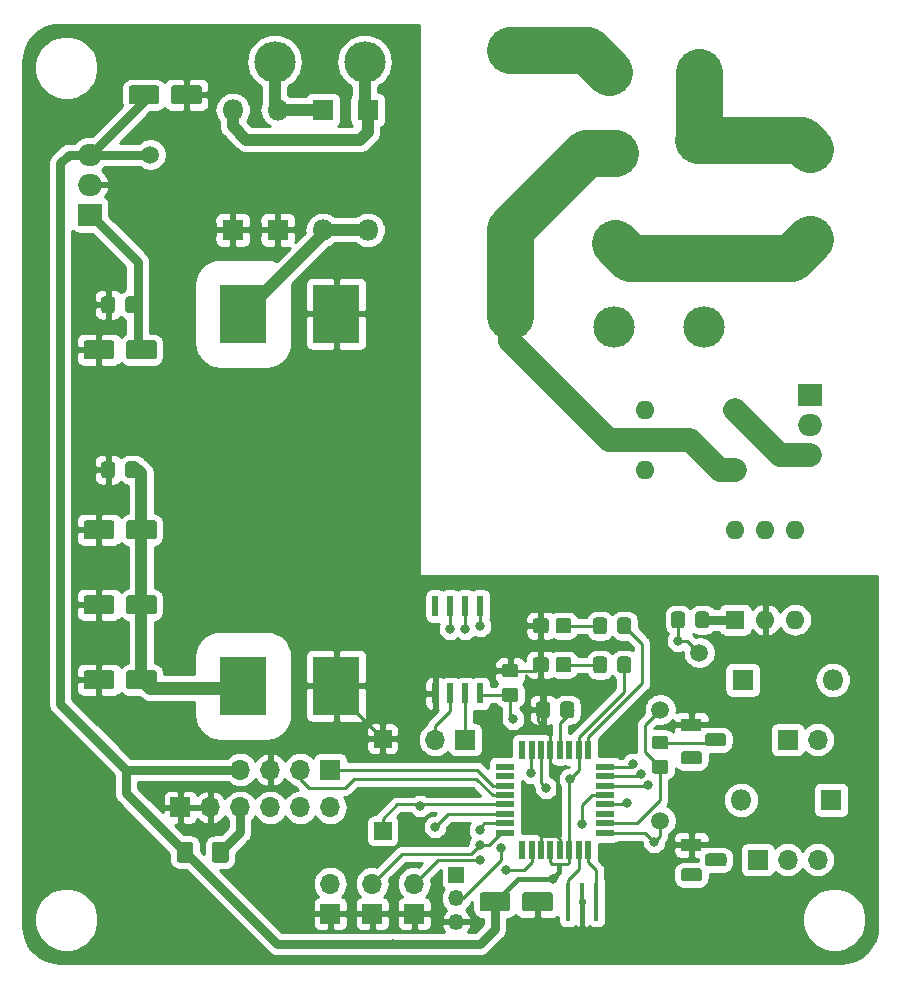
<source format=gbr>
G04 #@! TF.GenerationSoftware,KiCad,Pcbnew,(5.1.5)-3*
G04 #@! TF.CreationDate,2020-05-31T07:49:41+02:00*
G04 #@! TF.ProjectId,hotairpistol,686f7461-6972-4706-9973-746f6c2e6b69,rev?*
G04 #@! TF.SameCoordinates,Original*
G04 #@! TF.FileFunction,Copper,L1,Top*
G04 #@! TF.FilePolarity,Positive*
%FSLAX46Y46*%
G04 Gerber Fmt 4.6, Leading zero omitted, Abs format (unit mm)*
G04 Created by KiCad (PCBNEW (5.1.5)-3) date 2020-05-31 07:49:41*
%MOMM*%
%LPD*%
G04 APERTURE LIST*
%ADD10O,1.700000X1.700000*%
%ADD11R,1.700000X1.700000*%
%ADD12O,1.800000X1.800000*%
%ADD13R,1.800000X1.800000*%
%ADD14C,1.500000*%
%ADD15C,0.100000*%
%ADD16R,1.800000X1.100000*%
%ADD17R,0.550000X1.750000*%
%ADD18R,4.000000X5.000000*%
%ADD19R,1.500000X1.500000*%
%ADD20R,0.400000X3.200000*%
%ADD21C,3.000000*%
%ADD22C,1.600000*%
%ADD23O,2.000000X1.905000*%
%ADD24R,2.000000X1.905000*%
%ADD25O,1.600000X1.600000*%
%ADD26O,1.350000X1.350000*%
%ADD27R,1.350000X1.350000*%
%ADD28R,1.600000X0.550000*%
%ADD29R,0.550000X1.600000*%
%ADD30R,1.600000X1.600000*%
%ADD31O,3.500000X3.500000*%
%ADD32C,0.800000*%
%ADD33C,0.250000*%
%ADD34C,0.800000*%
%ADD35C,1.000000*%
%ADD36C,0.400000*%
%ADD37C,4.000000*%
%ADD38C,2.000000*%
%ADD39C,0.254000*%
G04 APERTURE END LIST*
D10*
X139700000Y-106172000D03*
D11*
X139700000Y-108712000D03*
D12*
X142875000Y-50800000D03*
D13*
X142875000Y-40640000D03*
D12*
X139065000Y-50800000D03*
D13*
X139065000Y-40640000D03*
D12*
X135255000Y-40640000D03*
D13*
X135255000Y-50800000D03*
D12*
X131445000Y-40640000D03*
D13*
X131445000Y-50800000D03*
D14*
X167640000Y-100838000D03*
G04 #@! TA.AperFunction,ComponentPad*
D15*
G36*
X172971955Y-93431324D02*
G01*
X172998650Y-93435284D01*
X173024828Y-93441841D01*
X173050238Y-93450933D01*
X173074634Y-93462472D01*
X173097782Y-93476346D01*
X173119458Y-93492422D01*
X173139454Y-93510546D01*
X173157578Y-93530542D01*
X173173654Y-93552218D01*
X173187528Y-93575366D01*
X173199067Y-93599762D01*
X173208159Y-93625172D01*
X173214716Y-93651350D01*
X173218676Y-93678045D01*
X173220000Y-93705000D01*
X173220000Y-94255000D01*
X173218676Y-94281955D01*
X173214716Y-94308650D01*
X173208159Y-94334828D01*
X173199067Y-94360238D01*
X173187528Y-94384634D01*
X173173654Y-94407782D01*
X173157578Y-94429458D01*
X173139454Y-94449454D01*
X173119458Y-94467578D01*
X173097782Y-94483654D01*
X173074634Y-94497528D01*
X173050238Y-94509067D01*
X173024828Y-94518159D01*
X172998650Y-94524716D01*
X172971955Y-94528676D01*
X172945000Y-94530000D01*
X171695000Y-94530000D01*
X171668045Y-94528676D01*
X171641350Y-94524716D01*
X171615172Y-94518159D01*
X171589762Y-94509067D01*
X171565366Y-94497528D01*
X171542218Y-94483654D01*
X171520542Y-94467578D01*
X171500546Y-94449454D01*
X171482422Y-94429458D01*
X171466346Y-94407782D01*
X171452472Y-94384634D01*
X171440933Y-94360238D01*
X171431841Y-94334828D01*
X171425284Y-94308650D01*
X171421324Y-94281955D01*
X171420000Y-94255000D01*
X171420000Y-93705000D01*
X171421324Y-93678045D01*
X171425284Y-93651350D01*
X171431841Y-93625172D01*
X171440933Y-93599762D01*
X171452472Y-93575366D01*
X171466346Y-93552218D01*
X171482422Y-93530542D01*
X171500546Y-93510546D01*
X171520542Y-93492422D01*
X171542218Y-93476346D01*
X171565366Y-93462472D01*
X171589762Y-93450933D01*
X171615172Y-93441841D01*
X171641350Y-93435284D01*
X171668045Y-93431324D01*
X171695000Y-93430000D01*
X172945000Y-93430000D01*
X172971955Y-93431324D01*
G37*
G04 #@! TD.AperFunction*
D16*
X170288000Y-92710000D03*
G04 #@! TA.AperFunction,ComponentPad*
D15*
G36*
X170939955Y-94955324D02*
G01*
X170966650Y-94959284D01*
X170992828Y-94965841D01*
X171018238Y-94974933D01*
X171042634Y-94986472D01*
X171065782Y-95000346D01*
X171087458Y-95016422D01*
X171107454Y-95034546D01*
X171125578Y-95054542D01*
X171141654Y-95076218D01*
X171155528Y-95099366D01*
X171167067Y-95123762D01*
X171176159Y-95149172D01*
X171182716Y-95175350D01*
X171186676Y-95202045D01*
X171188000Y-95229000D01*
X171188000Y-95779000D01*
X171186676Y-95805955D01*
X171182716Y-95832650D01*
X171176159Y-95858828D01*
X171167067Y-95884238D01*
X171155528Y-95908634D01*
X171141654Y-95931782D01*
X171125578Y-95953458D01*
X171107454Y-95973454D01*
X171087458Y-95991578D01*
X171065782Y-96007654D01*
X171042634Y-96021528D01*
X171018238Y-96033067D01*
X170992828Y-96042159D01*
X170966650Y-96048716D01*
X170939955Y-96052676D01*
X170913000Y-96054000D01*
X169663000Y-96054000D01*
X169636045Y-96052676D01*
X169609350Y-96048716D01*
X169583172Y-96042159D01*
X169557762Y-96033067D01*
X169533366Y-96021528D01*
X169510218Y-96007654D01*
X169488542Y-95991578D01*
X169468546Y-95973454D01*
X169450422Y-95953458D01*
X169434346Y-95931782D01*
X169420472Y-95908634D01*
X169408933Y-95884238D01*
X169399841Y-95858828D01*
X169393284Y-95832650D01*
X169389324Y-95805955D01*
X169388000Y-95779000D01*
X169388000Y-95229000D01*
X169389324Y-95202045D01*
X169393284Y-95175350D01*
X169399841Y-95149172D01*
X169408933Y-95123762D01*
X169420472Y-95099366D01*
X169434346Y-95076218D01*
X169450422Y-95054542D01*
X169468546Y-95034546D01*
X169488542Y-95016422D01*
X169510218Y-95000346D01*
X169533366Y-94986472D01*
X169557762Y-94974933D01*
X169583172Y-94965841D01*
X169609350Y-94959284D01*
X169636045Y-94955324D01*
X169663000Y-94954000D01*
X170913000Y-94954000D01*
X170939955Y-94955324D01*
G37*
G04 #@! TD.AperFunction*
G04 #@! TA.AperFunction,ComponentPad*
G36*
X170939955Y-104861324D02*
G01*
X170966650Y-104865284D01*
X170992828Y-104871841D01*
X171018238Y-104880933D01*
X171042634Y-104892472D01*
X171065782Y-104906346D01*
X171087458Y-104922422D01*
X171107454Y-104940546D01*
X171125578Y-104960542D01*
X171141654Y-104982218D01*
X171155528Y-105005366D01*
X171167067Y-105029762D01*
X171176159Y-105055172D01*
X171182716Y-105081350D01*
X171186676Y-105108045D01*
X171188000Y-105135000D01*
X171188000Y-105685000D01*
X171186676Y-105711955D01*
X171182716Y-105738650D01*
X171176159Y-105764828D01*
X171167067Y-105790238D01*
X171155528Y-105814634D01*
X171141654Y-105837782D01*
X171125578Y-105859458D01*
X171107454Y-105879454D01*
X171087458Y-105897578D01*
X171065782Y-105913654D01*
X171042634Y-105927528D01*
X171018238Y-105939067D01*
X170992828Y-105948159D01*
X170966650Y-105954716D01*
X170939955Y-105958676D01*
X170913000Y-105960000D01*
X169663000Y-105960000D01*
X169636045Y-105958676D01*
X169609350Y-105954716D01*
X169583172Y-105948159D01*
X169557762Y-105939067D01*
X169533366Y-105927528D01*
X169510218Y-105913654D01*
X169488542Y-105897578D01*
X169468546Y-105879454D01*
X169450422Y-105859458D01*
X169434346Y-105837782D01*
X169420472Y-105814634D01*
X169408933Y-105790238D01*
X169399841Y-105764828D01*
X169393284Y-105738650D01*
X169389324Y-105711955D01*
X169388000Y-105685000D01*
X169388000Y-105135000D01*
X169389324Y-105108045D01*
X169393284Y-105081350D01*
X169399841Y-105055172D01*
X169408933Y-105029762D01*
X169420472Y-105005366D01*
X169434346Y-104982218D01*
X169450422Y-104960542D01*
X169468546Y-104940546D01*
X169488542Y-104922422D01*
X169510218Y-104906346D01*
X169533366Y-104892472D01*
X169557762Y-104880933D01*
X169583172Y-104871841D01*
X169609350Y-104865284D01*
X169636045Y-104861324D01*
X169663000Y-104860000D01*
X170913000Y-104860000D01*
X170939955Y-104861324D01*
G37*
G04 #@! TD.AperFunction*
D16*
X170288000Y-102870000D03*
G04 #@! TA.AperFunction,ComponentPad*
D15*
G36*
X173009955Y-103591324D02*
G01*
X173036650Y-103595284D01*
X173062828Y-103601841D01*
X173088238Y-103610933D01*
X173112634Y-103622472D01*
X173135782Y-103636346D01*
X173157458Y-103652422D01*
X173177454Y-103670546D01*
X173195578Y-103690542D01*
X173211654Y-103712218D01*
X173225528Y-103735366D01*
X173237067Y-103759762D01*
X173246159Y-103785172D01*
X173252716Y-103811350D01*
X173256676Y-103838045D01*
X173258000Y-103865000D01*
X173258000Y-104415000D01*
X173256676Y-104441955D01*
X173252716Y-104468650D01*
X173246159Y-104494828D01*
X173237067Y-104520238D01*
X173225528Y-104544634D01*
X173211654Y-104567782D01*
X173195578Y-104589458D01*
X173177454Y-104609454D01*
X173157458Y-104627578D01*
X173135782Y-104643654D01*
X173112634Y-104657528D01*
X173088238Y-104669067D01*
X173062828Y-104678159D01*
X173036650Y-104684716D01*
X173009955Y-104688676D01*
X172983000Y-104690000D01*
X171733000Y-104690000D01*
X171706045Y-104688676D01*
X171679350Y-104684716D01*
X171653172Y-104678159D01*
X171627762Y-104669067D01*
X171603366Y-104657528D01*
X171580218Y-104643654D01*
X171558542Y-104627578D01*
X171538546Y-104609454D01*
X171520422Y-104589458D01*
X171504346Y-104567782D01*
X171490472Y-104544634D01*
X171478933Y-104520238D01*
X171469841Y-104494828D01*
X171463284Y-104468650D01*
X171459324Y-104441955D01*
X171458000Y-104415000D01*
X171458000Y-103865000D01*
X171459324Y-103838045D01*
X171463284Y-103811350D01*
X171469841Y-103785172D01*
X171478933Y-103759762D01*
X171490472Y-103735366D01*
X171504346Y-103712218D01*
X171520422Y-103690542D01*
X171538546Y-103670546D01*
X171558542Y-103652422D01*
X171580218Y-103636346D01*
X171603366Y-103622472D01*
X171627762Y-103610933D01*
X171653172Y-103601841D01*
X171679350Y-103595284D01*
X171706045Y-103591324D01*
X171733000Y-103590000D01*
X172983000Y-103590000D01*
X173009955Y-103591324D01*
G37*
G04 #@! TD.AperFunction*
G04 #@! TA.AperFunction,SMDPad,CuDef*
G36*
X127904504Y-102631204D02*
G01*
X127928773Y-102634804D01*
X127952571Y-102640765D01*
X127975671Y-102649030D01*
X127997849Y-102659520D01*
X128018893Y-102672133D01*
X128038598Y-102686747D01*
X128056777Y-102703223D01*
X128073253Y-102721402D01*
X128087867Y-102741107D01*
X128100480Y-102762151D01*
X128110970Y-102784329D01*
X128119235Y-102807429D01*
X128125196Y-102831227D01*
X128128796Y-102855496D01*
X128130000Y-102880000D01*
X128130000Y-104130000D01*
X128128796Y-104154504D01*
X128125196Y-104178773D01*
X128119235Y-104202571D01*
X128110970Y-104225671D01*
X128100480Y-104247849D01*
X128087867Y-104268893D01*
X128073253Y-104288598D01*
X128056777Y-104306777D01*
X128038598Y-104323253D01*
X128018893Y-104337867D01*
X127997849Y-104350480D01*
X127975671Y-104360970D01*
X127952571Y-104369235D01*
X127928773Y-104375196D01*
X127904504Y-104378796D01*
X127880000Y-104380000D01*
X126955000Y-104380000D01*
X126930496Y-104378796D01*
X126906227Y-104375196D01*
X126882429Y-104369235D01*
X126859329Y-104360970D01*
X126837151Y-104350480D01*
X126816107Y-104337867D01*
X126796402Y-104323253D01*
X126778223Y-104306777D01*
X126761747Y-104288598D01*
X126747133Y-104268893D01*
X126734520Y-104247849D01*
X126724030Y-104225671D01*
X126715765Y-104202571D01*
X126709804Y-104178773D01*
X126706204Y-104154504D01*
X126705000Y-104130000D01*
X126705000Y-102880000D01*
X126706204Y-102855496D01*
X126709804Y-102831227D01*
X126715765Y-102807429D01*
X126724030Y-102784329D01*
X126734520Y-102762151D01*
X126747133Y-102741107D01*
X126761747Y-102721402D01*
X126778223Y-102703223D01*
X126796402Y-102686747D01*
X126816107Y-102672133D01*
X126837151Y-102659520D01*
X126859329Y-102649030D01*
X126882429Y-102640765D01*
X126906227Y-102634804D01*
X126930496Y-102631204D01*
X126955000Y-102630000D01*
X127880000Y-102630000D01*
X127904504Y-102631204D01*
G37*
G04 #@! TD.AperFunction*
G04 #@! TA.AperFunction,SMDPad,CuDef*
G36*
X130879504Y-102631204D02*
G01*
X130903773Y-102634804D01*
X130927571Y-102640765D01*
X130950671Y-102649030D01*
X130972849Y-102659520D01*
X130993893Y-102672133D01*
X131013598Y-102686747D01*
X131031777Y-102703223D01*
X131048253Y-102721402D01*
X131062867Y-102741107D01*
X131075480Y-102762151D01*
X131085970Y-102784329D01*
X131094235Y-102807429D01*
X131100196Y-102831227D01*
X131103796Y-102855496D01*
X131105000Y-102880000D01*
X131105000Y-104130000D01*
X131103796Y-104154504D01*
X131100196Y-104178773D01*
X131094235Y-104202571D01*
X131085970Y-104225671D01*
X131075480Y-104247849D01*
X131062867Y-104268893D01*
X131048253Y-104288598D01*
X131031777Y-104306777D01*
X131013598Y-104323253D01*
X130993893Y-104337867D01*
X130972849Y-104350480D01*
X130950671Y-104360970D01*
X130927571Y-104369235D01*
X130903773Y-104375196D01*
X130879504Y-104378796D01*
X130855000Y-104380000D01*
X129930000Y-104380000D01*
X129905496Y-104378796D01*
X129881227Y-104375196D01*
X129857429Y-104369235D01*
X129834329Y-104360970D01*
X129812151Y-104350480D01*
X129791107Y-104337867D01*
X129771402Y-104323253D01*
X129753223Y-104306777D01*
X129736747Y-104288598D01*
X129722133Y-104268893D01*
X129709520Y-104247849D01*
X129699030Y-104225671D01*
X129690765Y-104202571D01*
X129684804Y-104178773D01*
X129681204Y-104154504D01*
X129680000Y-104130000D01*
X129680000Y-102880000D01*
X129681204Y-102855496D01*
X129684804Y-102831227D01*
X129690765Y-102807429D01*
X129699030Y-102784329D01*
X129709520Y-102762151D01*
X129722133Y-102741107D01*
X129736747Y-102721402D01*
X129753223Y-102703223D01*
X129771402Y-102686747D01*
X129791107Y-102672133D01*
X129812151Y-102659520D01*
X129834329Y-102649030D01*
X129857429Y-102640765D01*
X129881227Y-102634804D01*
X129905496Y-102631204D01*
X129930000Y-102630000D01*
X130855000Y-102630000D01*
X130879504Y-102631204D01*
G37*
G04 #@! TD.AperFunction*
D17*
X148590000Y-82660000D03*
X149860000Y-82660000D03*
X151130000Y-82660000D03*
X152400000Y-82660000D03*
X152400000Y-90060000D03*
X151130000Y-90060000D03*
X149860000Y-90060000D03*
X148590000Y-90060000D03*
G04 #@! TA.AperFunction,SMDPad,CuDef*
D15*
G36*
X155414505Y-87555204D02*
G01*
X155438773Y-87558804D01*
X155462572Y-87564765D01*
X155485671Y-87573030D01*
X155507850Y-87583520D01*
X155528893Y-87596132D01*
X155548599Y-87610747D01*
X155566777Y-87627223D01*
X155583253Y-87645401D01*
X155597868Y-87665107D01*
X155610480Y-87686150D01*
X155620970Y-87708329D01*
X155629235Y-87731428D01*
X155635196Y-87755227D01*
X155638796Y-87779495D01*
X155640000Y-87803999D01*
X155640000Y-88454001D01*
X155638796Y-88478505D01*
X155635196Y-88502773D01*
X155629235Y-88526572D01*
X155620970Y-88549671D01*
X155610480Y-88571850D01*
X155597868Y-88592893D01*
X155583253Y-88612599D01*
X155566777Y-88630777D01*
X155548599Y-88647253D01*
X155528893Y-88661868D01*
X155507850Y-88674480D01*
X155485671Y-88684970D01*
X155462572Y-88693235D01*
X155438773Y-88699196D01*
X155414505Y-88702796D01*
X155390001Y-88704000D01*
X154489999Y-88704000D01*
X154465495Y-88702796D01*
X154441227Y-88699196D01*
X154417428Y-88693235D01*
X154394329Y-88684970D01*
X154372150Y-88674480D01*
X154351107Y-88661868D01*
X154331401Y-88647253D01*
X154313223Y-88630777D01*
X154296747Y-88612599D01*
X154282132Y-88592893D01*
X154269520Y-88571850D01*
X154259030Y-88549671D01*
X154250765Y-88526572D01*
X154244804Y-88502773D01*
X154241204Y-88478505D01*
X154240000Y-88454001D01*
X154240000Y-87803999D01*
X154241204Y-87779495D01*
X154244804Y-87755227D01*
X154250765Y-87731428D01*
X154259030Y-87708329D01*
X154269520Y-87686150D01*
X154282132Y-87665107D01*
X154296747Y-87645401D01*
X154313223Y-87627223D01*
X154331401Y-87610747D01*
X154351107Y-87596132D01*
X154372150Y-87583520D01*
X154394329Y-87573030D01*
X154417428Y-87564765D01*
X154441227Y-87558804D01*
X154465495Y-87555204D01*
X154489999Y-87554000D01*
X155390001Y-87554000D01*
X155414505Y-87555204D01*
G37*
G04 #@! TD.AperFunction*
G04 #@! TA.AperFunction,SMDPad,CuDef*
G36*
X155414505Y-89605204D02*
G01*
X155438773Y-89608804D01*
X155462572Y-89614765D01*
X155485671Y-89623030D01*
X155507850Y-89633520D01*
X155528893Y-89646132D01*
X155548599Y-89660747D01*
X155566777Y-89677223D01*
X155583253Y-89695401D01*
X155597868Y-89715107D01*
X155610480Y-89736150D01*
X155620970Y-89758329D01*
X155629235Y-89781428D01*
X155635196Y-89805227D01*
X155638796Y-89829495D01*
X155640000Y-89853999D01*
X155640000Y-90504001D01*
X155638796Y-90528505D01*
X155635196Y-90552773D01*
X155629235Y-90576572D01*
X155620970Y-90599671D01*
X155610480Y-90621850D01*
X155597868Y-90642893D01*
X155583253Y-90662599D01*
X155566777Y-90680777D01*
X155548599Y-90697253D01*
X155528893Y-90711868D01*
X155507850Y-90724480D01*
X155485671Y-90734970D01*
X155462572Y-90743235D01*
X155438773Y-90749196D01*
X155414505Y-90752796D01*
X155390001Y-90754000D01*
X154489999Y-90754000D01*
X154465495Y-90752796D01*
X154441227Y-90749196D01*
X154417428Y-90743235D01*
X154394329Y-90734970D01*
X154372150Y-90724480D01*
X154351107Y-90711868D01*
X154331401Y-90697253D01*
X154313223Y-90680777D01*
X154296747Y-90662599D01*
X154282132Y-90642893D01*
X154269520Y-90621850D01*
X154259030Y-90599671D01*
X154250765Y-90576572D01*
X154244804Y-90552773D01*
X154241204Y-90528505D01*
X154240000Y-90504001D01*
X154240000Y-89853999D01*
X154241204Y-89829495D01*
X154244804Y-89805227D01*
X154250765Y-89781428D01*
X154259030Y-89758329D01*
X154269520Y-89736150D01*
X154282132Y-89715107D01*
X154296747Y-89695401D01*
X154313223Y-89677223D01*
X154331401Y-89660747D01*
X154351107Y-89646132D01*
X154372150Y-89633520D01*
X154394329Y-89623030D01*
X154417428Y-89614765D01*
X154441227Y-89608804D01*
X154465495Y-89605204D01*
X154489999Y-89604000D01*
X155390001Y-89604000D01*
X155414505Y-89605204D01*
G37*
G04 #@! TD.AperFunction*
D10*
X148590000Y-93980000D03*
D11*
X151130000Y-93980000D03*
D18*
X140208000Y-57912000D03*
X140208000Y-89408000D03*
X132334000Y-89408000D03*
X132334000Y-57912000D03*
D10*
X180975000Y-93980000D03*
D11*
X178435000Y-93980000D03*
D10*
X143256000Y-106172000D03*
D11*
X143256000Y-108712000D03*
D19*
X144145000Y-93890000D03*
X144145000Y-101690000D03*
G04 #@! TA.AperFunction,SMDPad,CuDef*
D15*
G36*
X158322504Y-106897204D02*
G01*
X158346773Y-106900804D01*
X158370571Y-106906765D01*
X158393671Y-106915030D01*
X158415849Y-106925520D01*
X158436893Y-106938133D01*
X158456598Y-106952747D01*
X158474777Y-106969223D01*
X158491253Y-106987402D01*
X158505867Y-107007107D01*
X158518480Y-107028151D01*
X158528970Y-107050329D01*
X158537235Y-107073429D01*
X158543196Y-107097227D01*
X158546796Y-107121496D01*
X158548000Y-107146000D01*
X158548000Y-108246000D01*
X158546796Y-108270504D01*
X158543196Y-108294773D01*
X158537235Y-108318571D01*
X158528970Y-108341671D01*
X158518480Y-108363849D01*
X158505867Y-108384893D01*
X158491253Y-108404598D01*
X158474777Y-108422777D01*
X158456598Y-108439253D01*
X158436893Y-108453867D01*
X158415849Y-108466480D01*
X158393671Y-108476970D01*
X158370571Y-108485235D01*
X158346773Y-108491196D01*
X158322504Y-108494796D01*
X158298000Y-108496000D01*
X156198000Y-108496000D01*
X156173496Y-108494796D01*
X156149227Y-108491196D01*
X156125429Y-108485235D01*
X156102329Y-108476970D01*
X156080151Y-108466480D01*
X156059107Y-108453867D01*
X156039402Y-108439253D01*
X156021223Y-108422777D01*
X156004747Y-108404598D01*
X155990133Y-108384893D01*
X155977520Y-108363849D01*
X155967030Y-108341671D01*
X155958765Y-108318571D01*
X155952804Y-108294773D01*
X155949204Y-108270504D01*
X155948000Y-108246000D01*
X155948000Y-107146000D01*
X155949204Y-107121496D01*
X155952804Y-107097227D01*
X155958765Y-107073429D01*
X155967030Y-107050329D01*
X155977520Y-107028151D01*
X155990133Y-107007107D01*
X156004747Y-106987402D01*
X156021223Y-106969223D01*
X156039402Y-106952747D01*
X156059107Y-106938133D01*
X156080151Y-106925520D01*
X156102329Y-106915030D01*
X156125429Y-106906765D01*
X156149227Y-106900804D01*
X156173496Y-106897204D01*
X156198000Y-106896000D01*
X158298000Y-106896000D01*
X158322504Y-106897204D01*
G37*
G04 #@! TD.AperFunction*
G04 #@! TA.AperFunction,SMDPad,CuDef*
G36*
X154722504Y-106897204D02*
G01*
X154746773Y-106900804D01*
X154770571Y-106906765D01*
X154793671Y-106915030D01*
X154815849Y-106925520D01*
X154836893Y-106938133D01*
X154856598Y-106952747D01*
X154874777Y-106969223D01*
X154891253Y-106987402D01*
X154905867Y-107007107D01*
X154918480Y-107028151D01*
X154928970Y-107050329D01*
X154937235Y-107073429D01*
X154943196Y-107097227D01*
X154946796Y-107121496D01*
X154948000Y-107146000D01*
X154948000Y-108246000D01*
X154946796Y-108270504D01*
X154943196Y-108294773D01*
X154937235Y-108318571D01*
X154928970Y-108341671D01*
X154918480Y-108363849D01*
X154905867Y-108384893D01*
X154891253Y-108404598D01*
X154874777Y-108422777D01*
X154856598Y-108439253D01*
X154836893Y-108453867D01*
X154815849Y-108466480D01*
X154793671Y-108476970D01*
X154770571Y-108485235D01*
X154746773Y-108491196D01*
X154722504Y-108494796D01*
X154698000Y-108496000D01*
X152598000Y-108496000D01*
X152573496Y-108494796D01*
X152549227Y-108491196D01*
X152525429Y-108485235D01*
X152502329Y-108476970D01*
X152480151Y-108466480D01*
X152459107Y-108453867D01*
X152439402Y-108439253D01*
X152421223Y-108422777D01*
X152404747Y-108404598D01*
X152390133Y-108384893D01*
X152377520Y-108363849D01*
X152367030Y-108341671D01*
X152358765Y-108318571D01*
X152352804Y-108294773D01*
X152349204Y-108270504D01*
X152348000Y-108246000D01*
X152348000Y-107146000D01*
X152349204Y-107121496D01*
X152352804Y-107097227D01*
X152358765Y-107073429D01*
X152367030Y-107050329D01*
X152377520Y-107028151D01*
X152390133Y-107007107D01*
X152404747Y-106987402D01*
X152421223Y-106969223D01*
X152439402Y-106952747D01*
X152459107Y-106938133D01*
X152480151Y-106925520D01*
X152502329Y-106915030D01*
X152525429Y-106906765D01*
X152549227Y-106900804D01*
X152573496Y-106897204D01*
X152598000Y-106896000D01*
X154698000Y-106896000D01*
X154722504Y-106897204D01*
G37*
G04 #@! TD.AperFunction*
D20*
X159836000Y-107696000D03*
X161036000Y-107696000D03*
X162236000Y-107696000D03*
G04 #@! TA.AperFunction,SMDPad,CuDef*
D15*
G36*
X164950505Y-86931204D02*
G01*
X164974773Y-86934804D01*
X164998572Y-86940765D01*
X165021671Y-86949030D01*
X165043850Y-86959520D01*
X165064893Y-86972132D01*
X165084599Y-86986747D01*
X165102777Y-87003223D01*
X165119253Y-87021401D01*
X165133868Y-87041107D01*
X165146480Y-87062150D01*
X165156970Y-87084329D01*
X165165235Y-87107428D01*
X165171196Y-87131227D01*
X165174796Y-87155495D01*
X165176000Y-87179999D01*
X165176000Y-88080001D01*
X165174796Y-88104505D01*
X165171196Y-88128773D01*
X165165235Y-88152572D01*
X165156970Y-88175671D01*
X165146480Y-88197850D01*
X165133868Y-88218893D01*
X165119253Y-88238599D01*
X165102777Y-88256777D01*
X165084599Y-88273253D01*
X165064893Y-88287868D01*
X165043850Y-88300480D01*
X165021671Y-88310970D01*
X164998572Y-88319235D01*
X164974773Y-88325196D01*
X164950505Y-88328796D01*
X164926001Y-88330000D01*
X164275999Y-88330000D01*
X164251495Y-88328796D01*
X164227227Y-88325196D01*
X164203428Y-88319235D01*
X164180329Y-88310970D01*
X164158150Y-88300480D01*
X164137107Y-88287868D01*
X164117401Y-88273253D01*
X164099223Y-88256777D01*
X164082747Y-88238599D01*
X164068132Y-88218893D01*
X164055520Y-88197850D01*
X164045030Y-88175671D01*
X164036765Y-88152572D01*
X164030804Y-88128773D01*
X164027204Y-88104505D01*
X164026000Y-88080001D01*
X164026000Y-87179999D01*
X164027204Y-87155495D01*
X164030804Y-87131227D01*
X164036765Y-87107428D01*
X164045030Y-87084329D01*
X164055520Y-87062150D01*
X164068132Y-87041107D01*
X164082747Y-87021401D01*
X164099223Y-87003223D01*
X164117401Y-86986747D01*
X164137107Y-86972132D01*
X164158150Y-86959520D01*
X164180329Y-86949030D01*
X164203428Y-86940765D01*
X164227227Y-86934804D01*
X164251495Y-86931204D01*
X164275999Y-86930000D01*
X164926001Y-86930000D01*
X164950505Y-86931204D01*
G37*
G04 #@! TD.AperFunction*
G04 #@! TA.AperFunction,SMDPad,CuDef*
G36*
X162900505Y-86931204D02*
G01*
X162924773Y-86934804D01*
X162948572Y-86940765D01*
X162971671Y-86949030D01*
X162993850Y-86959520D01*
X163014893Y-86972132D01*
X163034599Y-86986747D01*
X163052777Y-87003223D01*
X163069253Y-87021401D01*
X163083868Y-87041107D01*
X163096480Y-87062150D01*
X163106970Y-87084329D01*
X163115235Y-87107428D01*
X163121196Y-87131227D01*
X163124796Y-87155495D01*
X163126000Y-87179999D01*
X163126000Y-88080001D01*
X163124796Y-88104505D01*
X163121196Y-88128773D01*
X163115235Y-88152572D01*
X163106970Y-88175671D01*
X163096480Y-88197850D01*
X163083868Y-88218893D01*
X163069253Y-88238599D01*
X163052777Y-88256777D01*
X163034599Y-88273253D01*
X163014893Y-88287868D01*
X162993850Y-88300480D01*
X162971671Y-88310970D01*
X162948572Y-88319235D01*
X162924773Y-88325196D01*
X162900505Y-88328796D01*
X162876001Y-88330000D01*
X162225999Y-88330000D01*
X162201495Y-88328796D01*
X162177227Y-88325196D01*
X162153428Y-88319235D01*
X162130329Y-88310970D01*
X162108150Y-88300480D01*
X162087107Y-88287868D01*
X162067401Y-88273253D01*
X162049223Y-88256777D01*
X162032747Y-88238599D01*
X162018132Y-88218893D01*
X162005520Y-88197850D01*
X161995030Y-88175671D01*
X161986765Y-88152572D01*
X161980804Y-88128773D01*
X161977204Y-88104505D01*
X161976000Y-88080001D01*
X161976000Y-87179999D01*
X161977204Y-87155495D01*
X161980804Y-87131227D01*
X161986765Y-87107428D01*
X161995030Y-87084329D01*
X162005520Y-87062150D01*
X162018132Y-87041107D01*
X162032747Y-87021401D01*
X162049223Y-87003223D01*
X162067401Y-86986747D01*
X162087107Y-86972132D01*
X162108150Y-86959520D01*
X162130329Y-86949030D01*
X162153428Y-86940765D01*
X162177227Y-86934804D01*
X162201495Y-86931204D01*
X162225999Y-86930000D01*
X162876001Y-86930000D01*
X162900505Y-86931204D01*
G37*
G04 #@! TD.AperFunction*
G04 #@! TA.AperFunction,SMDPad,CuDef*
G36*
X159895504Y-86981204D02*
G01*
X159919773Y-86984804D01*
X159943571Y-86990765D01*
X159966671Y-86999030D01*
X159988849Y-87009520D01*
X160009893Y-87022133D01*
X160029598Y-87036747D01*
X160047777Y-87053223D01*
X160064253Y-87071402D01*
X160078867Y-87091107D01*
X160091480Y-87112151D01*
X160101970Y-87134329D01*
X160110235Y-87157429D01*
X160116196Y-87181227D01*
X160119796Y-87205496D01*
X160121000Y-87230000D01*
X160121000Y-88030000D01*
X160119796Y-88054504D01*
X160116196Y-88078773D01*
X160110235Y-88102571D01*
X160101970Y-88125671D01*
X160091480Y-88147849D01*
X160078867Y-88168893D01*
X160064253Y-88188598D01*
X160047777Y-88206777D01*
X160029598Y-88223253D01*
X160009893Y-88237867D01*
X159988849Y-88250480D01*
X159966671Y-88260970D01*
X159943571Y-88269235D01*
X159919773Y-88275196D01*
X159895504Y-88278796D01*
X159871000Y-88280000D01*
X159046000Y-88280000D01*
X159021496Y-88278796D01*
X158997227Y-88275196D01*
X158973429Y-88269235D01*
X158950329Y-88260970D01*
X158928151Y-88250480D01*
X158907107Y-88237867D01*
X158887402Y-88223253D01*
X158869223Y-88206777D01*
X158852747Y-88188598D01*
X158838133Y-88168893D01*
X158825520Y-88147849D01*
X158815030Y-88125671D01*
X158806765Y-88102571D01*
X158800804Y-88078773D01*
X158797204Y-88054504D01*
X158796000Y-88030000D01*
X158796000Y-87230000D01*
X158797204Y-87205496D01*
X158800804Y-87181227D01*
X158806765Y-87157429D01*
X158815030Y-87134329D01*
X158825520Y-87112151D01*
X158838133Y-87091107D01*
X158852747Y-87071402D01*
X158869223Y-87053223D01*
X158887402Y-87036747D01*
X158907107Y-87022133D01*
X158928151Y-87009520D01*
X158950329Y-86999030D01*
X158973429Y-86990765D01*
X158997227Y-86984804D01*
X159021496Y-86981204D01*
X159046000Y-86980000D01*
X159871000Y-86980000D01*
X159895504Y-86981204D01*
G37*
G04 #@! TD.AperFunction*
G04 #@! TA.AperFunction,SMDPad,CuDef*
G36*
X157970504Y-86981204D02*
G01*
X157994773Y-86984804D01*
X158018571Y-86990765D01*
X158041671Y-86999030D01*
X158063849Y-87009520D01*
X158084893Y-87022133D01*
X158104598Y-87036747D01*
X158122777Y-87053223D01*
X158139253Y-87071402D01*
X158153867Y-87091107D01*
X158166480Y-87112151D01*
X158176970Y-87134329D01*
X158185235Y-87157429D01*
X158191196Y-87181227D01*
X158194796Y-87205496D01*
X158196000Y-87230000D01*
X158196000Y-88030000D01*
X158194796Y-88054504D01*
X158191196Y-88078773D01*
X158185235Y-88102571D01*
X158176970Y-88125671D01*
X158166480Y-88147849D01*
X158153867Y-88168893D01*
X158139253Y-88188598D01*
X158122777Y-88206777D01*
X158104598Y-88223253D01*
X158084893Y-88237867D01*
X158063849Y-88250480D01*
X158041671Y-88260970D01*
X158018571Y-88269235D01*
X157994773Y-88275196D01*
X157970504Y-88278796D01*
X157946000Y-88280000D01*
X157121000Y-88280000D01*
X157096496Y-88278796D01*
X157072227Y-88275196D01*
X157048429Y-88269235D01*
X157025329Y-88260970D01*
X157003151Y-88250480D01*
X156982107Y-88237867D01*
X156962402Y-88223253D01*
X156944223Y-88206777D01*
X156927747Y-88188598D01*
X156913133Y-88168893D01*
X156900520Y-88147849D01*
X156890030Y-88125671D01*
X156881765Y-88102571D01*
X156875804Y-88078773D01*
X156872204Y-88054504D01*
X156871000Y-88030000D01*
X156871000Y-87230000D01*
X156872204Y-87205496D01*
X156875804Y-87181227D01*
X156881765Y-87157429D01*
X156890030Y-87134329D01*
X156900520Y-87112151D01*
X156913133Y-87091107D01*
X156927747Y-87071402D01*
X156944223Y-87053223D01*
X156962402Y-87036747D01*
X156982107Y-87022133D01*
X157003151Y-87009520D01*
X157025329Y-86999030D01*
X157048429Y-86990765D01*
X157072227Y-86984804D01*
X157096496Y-86981204D01*
X157121000Y-86980000D01*
X157946000Y-86980000D01*
X157970504Y-86981204D01*
G37*
G04 #@! TD.AperFunction*
G04 #@! TA.AperFunction,SMDPad,CuDef*
G36*
X159895504Y-83679204D02*
G01*
X159919773Y-83682804D01*
X159943571Y-83688765D01*
X159966671Y-83697030D01*
X159988849Y-83707520D01*
X160009893Y-83720133D01*
X160029598Y-83734747D01*
X160047777Y-83751223D01*
X160064253Y-83769402D01*
X160078867Y-83789107D01*
X160091480Y-83810151D01*
X160101970Y-83832329D01*
X160110235Y-83855429D01*
X160116196Y-83879227D01*
X160119796Y-83903496D01*
X160121000Y-83928000D01*
X160121000Y-84728000D01*
X160119796Y-84752504D01*
X160116196Y-84776773D01*
X160110235Y-84800571D01*
X160101970Y-84823671D01*
X160091480Y-84845849D01*
X160078867Y-84866893D01*
X160064253Y-84886598D01*
X160047777Y-84904777D01*
X160029598Y-84921253D01*
X160009893Y-84935867D01*
X159988849Y-84948480D01*
X159966671Y-84958970D01*
X159943571Y-84967235D01*
X159919773Y-84973196D01*
X159895504Y-84976796D01*
X159871000Y-84978000D01*
X159046000Y-84978000D01*
X159021496Y-84976796D01*
X158997227Y-84973196D01*
X158973429Y-84967235D01*
X158950329Y-84958970D01*
X158928151Y-84948480D01*
X158907107Y-84935867D01*
X158887402Y-84921253D01*
X158869223Y-84904777D01*
X158852747Y-84886598D01*
X158838133Y-84866893D01*
X158825520Y-84845849D01*
X158815030Y-84823671D01*
X158806765Y-84800571D01*
X158800804Y-84776773D01*
X158797204Y-84752504D01*
X158796000Y-84728000D01*
X158796000Y-83928000D01*
X158797204Y-83903496D01*
X158800804Y-83879227D01*
X158806765Y-83855429D01*
X158815030Y-83832329D01*
X158825520Y-83810151D01*
X158838133Y-83789107D01*
X158852747Y-83769402D01*
X158869223Y-83751223D01*
X158887402Y-83734747D01*
X158907107Y-83720133D01*
X158928151Y-83707520D01*
X158950329Y-83697030D01*
X158973429Y-83688765D01*
X158997227Y-83682804D01*
X159021496Y-83679204D01*
X159046000Y-83678000D01*
X159871000Y-83678000D01*
X159895504Y-83679204D01*
G37*
G04 #@! TD.AperFunction*
G04 #@! TA.AperFunction,SMDPad,CuDef*
G36*
X157970504Y-83679204D02*
G01*
X157994773Y-83682804D01*
X158018571Y-83688765D01*
X158041671Y-83697030D01*
X158063849Y-83707520D01*
X158084893Y-83720133D01*
X158104598Y-83734747D01*
X158122777Y-83751223D01*
X158139253Y-83769402D01*
X158153867Y-83789107D01*
X158166480Y-83810151D01*
X158176970Y-83832329D01*
X158185235Y-83855429D01*
X158191196Y-83879227D01*
X158194796Y-83903496D01*
X158196000Y-83928000D01*
X158196000Y-84728000D01*
X158194796Y-84752504D01*
X158191196Y-84776773D01*
X158185235Y-84800571D01*
X158176970Y-84823671D01*
X158166480Y-84845849D01*
X158153867Y-84866893D01*
X158139253Y-84886598D01*
X158122777Y-84904777D01*
X158104598Y-84921253D01*
X158084893Y-84935867D01*
X158063849Y-84948480D01*
X158041671Y-84958970D01*
X158018571Y-84967235D01*
X157994773Y-84973196D01*
X157970504Y-84976796D01*
X157946000Y-84978000D01*
X157121000Y-84978000D01*
X157096496Y-84976796D01*
X157072227Y-84973196D01*
X157048429Y-84967235D01*
X157025329Y-84958970D01*
X157003151Y-84948480D01*
X156982107Y-84935867D01*
X156962402Y-84921253D01*
X156944223Y-84904777D01*
X156927747Y-84886598D01*
X156913133Y-84866893D01*
X156900520Y-84845849D01*
X156890030Y-84823671D01*
X156881765Y-84800571D01*
X156875804Y-84776773D01*
X156872204Y-84752504D01*
X156871000Y-84728000D01*
X156871000Y-83928000D01*
X156872204Y-83903496D01*
X156875804Y-83879227D01*
X156881765Y-83855429D01*
X156890030Y-83832329D01*
X156900520Y-83810151D01*
X156913133Y-83789107D01*
X156927747Y-83769402D01*
X156944223Y-83751223D01*
X156962402Y-83734747D01*
X156982107Y-83720133D01*
X157003151Y-83707520D01*
X157025329Y-83697030D01*
X157048429Y-83688765D01*
X157072227Y-83682804D01*
X157096496Y-83679204D01*
X157121000Y-83678000D01*
X157946000Y-83678000D01*
X157970504Y-83679204D01*
G37*
G04 #@! TD.AperFunction*
G04 #@! TA.AperFunction,SMDPad,CuDef*
G36*
X162900505Y-83629204D02*
G01*
X162924773Y-83632804D01*
X162948572Y-83638765D01*
X162971671Y-83647030D01*
X162993850Y-83657520D01*
X163014893Y-83670132D01*
X163034599Y-83684747D01*
X163052777Y-83701223D01*
X163069253Y-83719401D01*
X163083868Y-83739107D01*
X163096480Y-83760150D01*
X163106970Y-83782329D01*
X163115235Y-83805428D01*
X163121196Y-83829227D01*
X163124796Y-83853495D01*
X163126000Y-83877999D01*
X163126000Y-84778001D01*
X163124796Y-84802505D01*
X163121196Y-84826773D01*
X163115235Y-84850572D01*
X163106970Y-84873671D01*
X163096480Y-84895850D01*
X163083868Y-84916893D01*
X163069253Y-84936599D01*
X163052777Y-84954777D01*
X163034599Y-84971253D01*
X163014893Y-84985868D01*
X162993850Y-84998480D01*
X162971671Y-85008970D01*
X162948572Y-85017235D01*
X162924773Y-85023196D01*
X162900505Y-85026796D01*
X162876001Y-85028000D01*
X162225999Y-85028000D01*
X162201495Y-85026796D01*
X162177227Y-85023196D01*
X162153428Y-85017235D01*
X162130329Y-85008970D01*
X162108150Y-84998480D01*
X162087107Y-84985868D01*
X162067401Y-84971253D01*
X162049223Y-84954777D01*
X162032747Y-84936599D01*
X162018132Y-84916893D01*
X162005520Y-84895850D01*
X161995030Y-84873671D01*
X161986765Y-84850572D01*
X161980804Y-84826773D01*
X161977204Y-84802505D01*
X161976000Y-84778001D01*
X161976000Y-83877999D01*
X161977204Y-83853495D01*
X161980804Y-83829227D01*
X161986765Y-83805428D01*
X161995030Y-83782329D01*
X162005520Y-83760150D01*
X162018132Y-83739107D01*
X162032747Y-83719401D01*
X162049223Y-83701223D01*
X162067401Y-83684747D01*
X162087107Y-83670132D01*
X162108150Y-83657520D01*
X162130329Y-83647030D01*
X162153428Y-83638765D01*
X162177227Y-83632804D01*
X162201495Y-83629204D01*
X162225999Y-83628000D01*
X162876001Y-83628000D01*
X162900505Y-83629204D01*
G37*
G04 #@! TD.AperFunction*
G04 #@! TA.AperFunction,SMDPad,CuDef*
G36*
X164950505Y-83629204D02*
G01*
X164974773Y-83632804D01*
X164998572Y-83638765D01*
X165021671Y-83647030D01*
X165043850Y-83657520D01*
X165064893Y-83670132D01*
X165084599Y-83684747D01*
X165102777Y-83701223D01*
X165119253Y-83719401D01*
X165133868Y-83739107D01*
X165146480Y-83760150D01*
X165156970Y-83782329D01*
X165165235Y-83805428D01*
X165171196Y-83829227D01*
X165174796Y-83853495D01*
X165176000Y-83877999D01*
X165176000Y-84778001D01*
X165174796Y-84802505D01*
X165171196Y-84826773D01*
X165165235Y-84850572D01*
X165156970Y-84873671D01*
X165146480Y-84895850D01*
X165133868Y-84916893D01*
X165119253Y-84936599D01*
X165102777Y-84954777D01*
X165084599Y-84971253D01*
X165064893Y-84985868D01*
X165043850Y-84998480D01*
X165021671Y-85008970D01*
X164998572Y-85017235D01*
X164974773Y-85023196D01*
X164950505Y-85026796D01*
X164926001Y-85028000D01*
X164275999Y-85028000D01*
X164251495Y-85026796D01*
X164227227Y-85023196D01*
X164203428Y-85017235D01*
X164180329Y-85008970D01*
X164158150Y-84998480D01*
X164137107Y-84985868D01*
X164117401Y-84971253D01*
X164099223Y-84954777D01*
X164082747Y-84936599D01*
X164068132Y-84916893D01*
X164055520Y-84895850D01*
X164045030Y-84873671D01*
X164036765Y-84850572D01*
X164030804Y-84826773D01*
X164027204Y-84802505D01*
X164026000Y-84778001D01*
X164026000Y-83877999D01*
X164027204Y-83853495D01*
X164030804Y-83829227D01*
X164036765Y-83805428D01*
X164045030Y-83782329D01*
X164055520Y-83760150D01*
X164068132Y-83739107D01*
X164082747Y-83719401D01*
X164099223Y-83701223D01*
X164117401Y-83684747D01*
X164137107Y-83670132D01*
X164158150Y-83657520D01*
X164180329Y-83647030D01*
X164203428Y-83638765D01*
X164227227Y-83632804D01*
X164251495Y-83629204D01*
X164275999Y-83628000D01*
X164926001Y-83628000D01*
X164950505Y-83629204D01*
G37*
G04 #@! TD.AperFunction*
D21*
X154940000Y-58060000D03*
X154940000Y-35560000D03*
G04 #@! TA.AperFunction,SMDPad,CuDef*
D15*
G36*
X168114505Y-95701204D02*
G01*
X168138773Y-95704804D01*
X168162572Y-95710765D01*
X168185671Y-95719030D01*
X168207850Y-95729520D01*
X168228893Y-95742132D01*
X168248599Y-95756747D01*
X168266777Y-95773223D01*
X168283253Y-95791401D01*
X168297868Y-95811107D01*
X168310480Y-95832150D01*
X168320970Y-95854329D01*
X168329235Y-95877428D01*
X168335196Y-95901227D01*
X168338796Y-95925495D01*
X168340000Y-95949999D01*
X168340000Y-96600001D01*
X168338796Y-96624505D01*
X168335196Y-96648773D01*
X168329235Y-96672572D01*
X168320970Y-96695671D01*
X168310480Y-96717850D01*
X168297868Y-96738893D01*
X168283253Y-96758599D01*
X168266777Y-96776777D01*
X168248599Y-96793253D01*
X168228893Y-96807868D01*
X168207850Y-96820480D01*
X168185671Y-96830970D01*
X168162572Y-96839235D01*
X168138773Y-96845196D01*
X168114505Y-96848796D01*
X168090001Y-96850000D01*
X167189999Y-96850000D01*
X167165495Y-96848796D01*
X167141227Y-96845196D01*
X167117428Y-96839235D01*
X167094329Y-96830970D01*
X167072150Y-96820480D01*
X167051107Y-96807868D01*
X167031401Y-96793253D01*
X167013223Y-96776777D01*
X166996747Y-96758599D01*
X166982132Y-96738893D01*
X166969520Y-96717850D01*
X166959030Y-96695671D01*
X166950765Y-96672572D01*
X166944804Y-96648773D01*
X166941204Y-96624505D01*
X166940000Y-96600001D01*
X166940000Y-95949999D01*
X166941204Y-95925495D01*
X166944804Y-95901227D01*
X166950765Y-95877428D01*
X166959030Y-95854329D01*
X166969520Y-95832150D01*
X166982132Y-95811107D01*
X166996747Y-95791401D01*
X167013223Y-95773223D01*
X167031401Y-95756747D01*
X167051107Y-95742132D01*
X167072150Y-95729520D01*
X167094329Y-95719030D01*
X167117428Y-95710765D01*
X167141227Y-95704804D01*
X167165495Y-95701204D01*
X167189999Y-95700000D01*
X168090001Y-95700000D01*
X168114505Y-95701204D01*
G37*
G04 #@! TD.AperFunction*
G04 #@! TA.AperFunction,SMDPad,CuDef*
G36*
X168114505Y-93651204D02*
G01*
X168138773Y-93654804D01*
X168162572Y-93660765D01*
X168185671Y-93669030D01*
X168207850Y-93679520D01*
X168228893Y-93692132D01*
X168248599Y-93706747D01*
X168266777Y-93723223D01*
X168283253Y-93741401D01*
X168297868Y-93761107D01*
X168310480Y-93782150D01*
X168320970Y-93804329D01*
X168329235Y-93827428D01*
X168335196Y-93851227D01*
X168338796Y-93875495D01*
X168340000Y-93899999D01*
X168340000Y-94550001D01*
X168338796Y-94574505D01*
X168335196Y-94598773D01*
X168329235Y-94622572D01*
X168320970Y-94645671D01*
X168310480Y-94667850D01*
X168297868Y-94688893D01*
X168283253Y-94708599D01*
X168266777Y-94726777D01*
X168248599Y-94743253D01*
X168228893Y-94757868D01*
X168207850Y-94770480D01*
X168185671Y-94780970D01*
X168162572Y-94789235D01*
X168138773Y-94795196D01*
X168114505Y-94798796D01*
X168090001Y-94800000D01*
X167189999Y-94800000D01*
X167165495Y-94798796D01*
X167141227Y-94795196D01*
X167117428Y-94789235D01*
X167094329Y-94780970D01*
X167072150Y-94770480D01*
X167051107Y-94757868D01*
X167031401Y-94743253D01*
X167013223Y-94726777D01*
X166996747Y-94708599D01*
X166982132Y-94688893D01*
X166969520Y-94667850D01*
X166959030Y-94645671D01*
X166950765Y-94622572D01*
X166944804Y-94598773D01*
X166941204Y-94574505D01*
X166940000Y-94550001D01*
X166940000Y-93899999D01*
X166941204Y-93875495D01*
X166944804Y-93851227D01*
X166950765Y-93827428D01*
X166959030Y-93804329D01*
X166969520Y-93782150D01*
X166982132Y-93761107D01*
X166996747Y-93741401D01*
X167013223Y-93723223D01*
X167031401Y-93706747D01*
X167051107Y-93692132D01*
X167072150Y-93679520D01*
X167094329Y-93669030D01*
X167117428Y-93660765D01*
X167141227Y-93654804D01*
X167165495Y-93651204D01*
X167189999Y-93650000D01*
X168090001Y-93650000D01*
X168114505Y-93651204D01*
G37*
G04 #@! TD.AperFunction*
G04 #@! TA.AperFunction,SMDPad,CuDef*
G36*
X128604504Y-38571204D02*
G01*
X128628773Y-38574804D01*
X128652571Y-38580765D01*
X128675671Y-38589030D01*
X128697849Y-38599520D01*
X128718893Y-38612133D01*
X128738598Y-38626747D01*
X128756777Y-38643223D01*
X128773253Y-38661402D01*
X128787867Y-38681107D01*
X128800480Y-38702151D01*
X128810970Y-38724329D01*
X128819235Y-38747429D01*
X128825196Y-38771227D01*
X128828796Y-38795496D01*
X128830000Y-38820000D01*
X128830000Y-39920000D01*
X128828796Y-39944504D01*
X128825196Y-39968773D01*
X128819235Y-39992571D01*
X128810970Y-40015671D01*
X128800480Y-40037849D01*
X128787867Y-40058893D01*
X128773253Y-40078598D01*
X128756777Y-40096777D01*
X128738598Y-40113253D01*
X128718893Y-40127867D01*
X128697849Y-40140480D01*
X128675671Y-40150970D01*
X128652571Y-40159235D01*
X128628773Y-40165196D01*
X128604504Y-40168796D01*
X128580000Y-40170000D01*
X126480000Y-40170000D01*
X126455496Y-40168796D01*
X126431227Y-40165196D01*
X126407429Y-40159235D01*
X126384329Y-40150970D01*
X126362151Y-40140480D01*
X126341107Y-40127867D01*
X126321402Y-40113253D01*
X126303223Y-40096777D01*
X126286747Y-40078598D01*
X126272133Y-40058893D01*
X126259520Y-40037849D01*
X126249030Y-40015671D01*
X126240765Y-39992571D01*
X126234804Y-39968773D01*
X126231204Y-39944504D01*
X126230000Y-39920000D01*
X126230000Y-38820000D01*
X126231204Y-38795496D01*
X126234804Y-38771227D01*
X126240765Y-38747429D01*
X126249030Y-38724329D01*
X126259520Y-38702151D01*
X126272133Y-38681107D01*
X126286747Y-38661402D01*
X126303223Y-38643223D01*
X126321402Y-38626747D01*
X126341107Y-38612133D01*
X126362151Y-38599520D01*
X126384329Y-38589030D01*
X126407429Y-38580765D01*
X126431227Y-38574804D01*
X126455496Y-38571204D01*
X126480000Y-38570000D01*
X128580000Y-38570000D01*
X128604504Y-38571204D01*
G37*
G04 #@! TD.AperFunction*
G04 #@! TA.AperFunction,SMDPad,CuDef*
G36*
X125004504Y-38571204D02*
G01*
X125028773Y-38574804D01*
X125052571Y-38580765D01*
X125075671Y-38589030D01*
X125097849Y-38599520D01*
X125118893Y-38612133D01*
X125138598Y-38626747D01*
X125156777Y-38643223D01*
X125173253Y-38661402D01*
X125187867Y-38681107D01*
X125200480Y-38702151D01*
X125210970Y-38724329D01*
X125219235Y-38747429D01*
X125225196Y-38771227D01*
X125228796Y-38795496D01*
X125230000Y-38820000D01*
X125230000Y-39920000D01*
X125228796Y-39944504D01*
X125225196Y-39968773D01*
X125219235Y-39992571D01*
X125210970Y-40015671D01*
X125200480Y-40037849D01*
X125187867Y-40058893D01*
X125173253Y-40078598D01*
X125156777Y-40096777D01*
X125138598Y-40113253D01*
X125118893Y-40127867D01*
X125097849Y-40140480D01*
X125075671Y-40150970D01*
X125052571Y-40159235D01*
X125028773Y-40165196D01*
X125004504Y-40168796D01*
X124980000Y-40170000D01*
X122880000Y-40170000D01*
X122855496Y-40168796D01*
X122831227Y-40165196D01*
X122807429Y-40159235D01*
X122784329Y-40150970D01*
X122762151Y-40140480D01*
X122741107Y-40127867D01*
X122721402Y-40113253D01*
X122703223Y-40096777D01*
X122686747Y-40078598D01*
X122672133Y-40058893D01*
X122659520Y-40037849D01*
X122649030Y-40015671D01*
X122640765Y-39992571D01*
X122634804Y-39968773D01*
X122631204Y-39944504D01*
X122630000Y-39920000D01*
X122630000Y-38820000D01*
X122631204Y-38795496D01*
X122634804Y-38771227D01*
X122640765Y-38747429D01*
X122649030Y-38724329D01*
X122659520Y-38702151D01*
X122672133Y-38681107D01*
X122686747Y-38661402D01*
X122703223Y-38643223D01*
X122721402Y-38626747D01*
X122741107Y-38612133D01*
X122762151Y-38599520D01*
X122784329Y-38589030D01*
X122807429Y-38580765D01*
X122831227Y-38574804D01*
X122855496Y-38571204D01*
X122880000Y-38570000D01*
X124980000Y-38570000D01*
X125004504Y-38571204D01*
G37*
G04 #@! TD.AperFunction*
D22*
X170815000Y-53180000D03*
X170815000Y-43180000D03*
G04 #@! TA.AperFunction,SMDPad,CuDef*
D15*
G36*
X121194504Y-60161204D02*
G01*
X121218773Y-60164804D01*
X121242571Y-60170765D01*
X121265671Y-60179030D01*
X121287849Y-60189520D01*
X121308893Y-60202133D01*
X121328598Y-60216747D01*
X121346777Y-60233223D01*
X121363253Y-60251402D01*
X121377867Y-60271107D01*
X121390480Y-60292151D01*
X121400970Y-60314329D01*
X121409235Y-60337429D01*
X121415196Y-60361227D01*
X121418796Y-60385496D01*
X121420000Y-60410000D01*
X121420000Y-61510000D01*
X121418796Y-61534504D01*
X121415196Y-61558773D01*
X121409235Y-61582571D01*
X121400970Y-61605671D01*
X121390480Y-61627849D01*
X121377867Y-61648893D01*
X121363253Y-61668598D01*
X121346777Y-61686777D01*
X121328598Y-61703253D01*
X121308893Y-61717867D01*
X121287849Y-61730480D01*
X121265671Y-61740970D01*
X121242571Y-61749235D01*
X121218773Y-61755196D01*
X121194504Y-61758796D01*
X121170000Y-61760000D01*
X119070000Y-61760000D01*
X119045496Y-61758796D01*
X119021227Y-61755196D01*
X118997429Y-61749235D01*
X118974329Y-61740970D01*
X118952151Y-61730480D01*
X118931107Y-61717867D01*
X118911402Y-61703253D01*
X118893223Y-61686777D01*
X118876747Y-61668598D01*
X118862133Y-61648893D01*
X118849520Y-61627849D01*
X118839030Y-61605671D01*
X118830765Y-61582571D01*
X118824804Y-61558773D01*
X118821204Y-61534504D01*
X118820000Y-61510000D01*
X118820000Y-60410000D01*
X118821204Y-60385496D01*
X118824804Y-60361227D01*
X118830765Y-60337429D01*
X118839030Y-60314329D01*
X118849520Y-60292151D01*
X118862133Y-60271107D01*
X118876747Y-60251402D01*
X118893223Y-60233223D01*
X118911402Y-60216747D01*
X118931107Y-60202133D01*
X118952151Y-60189520D01*
X118974329Y-60179030D01*
X118997429Y-60170765D01*
X119021227Y-60164804D01*
X119045496Y-60161204D01*
X119070000Y-60160000D01*
X121170000Y-60160000D01*
X121194504Y-60161204D01*
G37*
G04 #@! TD.AperFunction*
G04 #@! TA.AperFunction,SMDPad,CuDef*
G36*
X124794504Y-60161204D02*
G01*
X124818773Y-60164804D01*
X124842571Y-60170765D01*
X124865671Y-60179030D01*
X124887849Y-60189520D01*
X124908893Y-60202133D01*
X124928598Y-60216747D01*
X124946777Y-60233223D01*
X124963253Y-60251402D01*
X124977867Y-60271107D01*
X124990480Y-60292151D01*
X125000970Y-60314329D01*
X125009235Y-60337429D01*
X125015196Y-60361227D01*
X125018796Y-60385496D01*
X125020000Y-60410000D01*
X125020000Y-61510000D01*
X125018796Y-61534504D01*
X125015196Y-61558773D01*
X125009235Y-61582571D01*
X125000970Y-61605671D01*
X124990480Y-61627849D01*
X124977867Y-61648893D01*
X124963253Y-61668598D01*
X124946777Y-61686777D01*
X124928598Y-61703253D01*
X124908893Y-61717867D01*
X124887849Y-61730480D01*
X124865671Y-61740970D01*
X124842571Y-61749235D01*
X124818773Y-61755196D01*
X124794504Y-61758796D01*
X124770000Y-61760000D01*
X122670000Y-61760000D01*
X122645496Y-61758796D01*
X122621227Y-61755196D01*
X122597429Y-61749235D01*
X122574329Y-61740970D01*
X122552151Y-61730480D01*
X122531107Y-61717867D01*
X122511402Y-61703253D01*
X122493223Y-61686777D01*
X122476747Y-61668598D01*
X122462133Y-61648893D01*
X122449520Y-61627849D01*
X122439030Y-61605671D01*
X122430765Y-61582571D01*
X122424804Y-61558773D01*
X122421204Y-61534504D01*
X122420000Y-61510000D01*
X122420000Y-60410000D01*
X122421204Y-60385496D01*
X122424804Y-60361227D01*
X122430765Y-60337429D01*
X122439030Y-60314329D01*
X122449520Y-60292151D01*
X122462133Y-60271107D01*
X122476747Y-60251402D01*
X122493223Y-60233223D01*
X122511402Y-60216747D01*
X122531107Y-60202133D01*
X122552151Y-60189520D01*
X122574329Y-60179030D01*
X122597429Y-60170765D01*
X122621227Y-60164804D01*
X122645496Y-60161204D01*
X122670000Y-60160000D01*
X124770000Y-60160000D01*
X124794504Y-60161204D01*
G37*
G04 #@! TD.AperFunction*
G04 #@! TA.AperFunction,SMDPad,CuDef*
G36*
X121194504Y-88101204D02*
G01*
X121218773Y-88104804D01*
X121242571Y-88110765D01*
X121265671Y-88119030D01*
X121287849Y-88129520D01*
X121308893Y-88142133D01*
X121328598Y-88156747D01*
X121346777Y-88173223D01*
X121363253Y-88191402D01*
X121377867Y-88211107D01*
X121390480Y-88232151D01*
X121400970Y-88254329D01*
X121409235Y-88277429D01*
X121415196Y-88301227D01*
X121418796Y-88325496D01*
X121420000Y-88350000D01*
X121420000Y-89450000D01*
X121418796Y-89474504D01*
X121415196Y-89498773D01*
X121409235Y-89522571D01*
X121400970Y-89545671D01*
X121390480Y-89567849D01*
X121377867Y-89588893D01*
X121363253Y-89608598D01*
X121346777Y-89626777D01*
X121328598Y-89643253D01*
X121308893Y-89657867D01*
X121287849Y-89670480D01*
X121265671Y-89680970D01*
X121242571Y-89689235D01*
X121218773Y-89695196D01*
X121194504Y-89698796D01*
X121170000Y-89700000D01*
X119070000Y-89700000D01*
X119045496Y-89698796D01*
X119021227Y-89695196D01*
X118997429Y-89689235D01*
X118974329Y-89680970D01*
X118952151Y-89670480D01*
X118931107Y-89657867D01*
X118911402Y-89643253D01*
X118893223Y-89626777D01*
X118876747Y-89608598D01*
X118862133Y-89588893D01*
X118849520Y-89567849D01*
X118839030Y-89545671D01*
X118830765Y-89522571D01*
X118824804Y-89498773D01*
X118821204Y-89474504D01*
X118820000Y-89450000D01*
X118820000Y-88350000D01*
X118821204Y-88325496D01*
X118824804Y-88301227D01*
X118830765Y-88277429D01*
X118839030Y-88254329D01*
X118849520Y-88232151D01*
X118862133Y-88211107D01*
X118876747Y-88191402D01*
X118893223Y-88173223D01*
X118911402Y-88156747D01*
X118931107Y-88142133D01*
X118952151Y-88129520D01*
X118974329Y-88119030D01*
X118997429Y-88110765D01*
X119021227Y-88104804D01*
X119045496Y-88101204D01*
X119070000Y-88100000D01*
X121170000Y-88100000D01*
X121194504Y-88101204D01*
G37*
G04 #@! TD.AperFunction*
G04 #@! TA.AperFunction,SMDPad,CuDef*
G36*
X124794504Y-88101204D02*
G01*
X124818773Y-88104804D01*
X124842571Y-88110765D01*
X124865671Y-88119030D01*
X124887849Y-88129520D01*
X124908893Y-88142133D01*
X124928598Y-88156747D01*
X124946777Y-88173223D01*
X124963253Y-88191402D01*
X124977867Y-88211107D01*
X124990480Y-88232151D01*
X125000970Y-88254329D01*
X125009235Y-88277429D01*
X125015196Y-88301227D01*
X125018796Y-88325496D01*
X125020000Y-88350000D01*
X125020000Y-89450000D01*
X125018796Y-89474504D01*
X125015196Y-89498773D01*
X125009235Y-89522571D01*
X125000970Y-89545671D01*
X124990480Y-89567849D01*
X124977867Y-89588893D01*
X124963253Y-89608598D01*
X124946777Y-89626777D01*
X124928598Y-89643253D01*
X124908893Y-89657867D01*
X124887849Y-89670480D01*
X124865671Y-89680970D01*
X124842571Y-89689235D01*
X124818773Y-89695196D01*
X124794504Y-89698796D01*
X124770000Y-89700000D01*
X122670000Y-89700000D01*
X122645496Y-89698796D01*
X122621227Y-89695196D01*
X122597429Y-89689235D01*
X122574329Y-89680970D01*
X122552151Y-89670480D01*
X122531107Y-89657867D01*
X122511402Y-89643253D01*
X122493223Y-89626777D01*
X122476747Y-89608598D01*
X122462133Y-89588893D01*
X122449520Y-89567849D01*
X122439030Y-89545671D01*
X122430765Y-89522571D01*
X122424804Y-89498773D01*
X122421204Y-89474504D01*
X122420000Y-89450000D01*
X122420000Y-88350000D01*
X122421204Y-88325496D01*
X122424804Y-88301227D01*
X122430765Y-88277429D01*
X122439030Y-88254329D01*
X122449520Y-88232151D01*
X122462133Y-88211107D01*
X122476747Y-88191402D01*
X122493223Y-88173223D01*
X122511402Y-88156747D01*
X122531107Y-88142133D01*
X122552151Y-88129520D01*
X122574329Y-88119030D01*
X122597429Y-88110765D01*
X122621227Y-88104804D01*
X122645496Y-88101204D01*
X122670000Y-88100000D01*
X124770000Y-88100000D01*
X124794504Y-88101204D01*
G37*
G04 #@! TD.AperFunction*
G04 #@! TA.AperFunction,SMDPad,CuDef*
G36*
X121194504Y-75401204D02*
G01*
X121218773Y-75404804D01*
X121242571Y-75410765D01*
X121265671Y-75419030D01*
X121287849Y-75429520D01*
X121308893Y-75442133D01*
X121328598Y-75456747D01*
X121346777Y-75473223D01*
X121363253Y-75491402D01*
X121377867Y-75511107D01*
X121390480Y-75532151D01*
X121400970Y-75554329D01*
X121409235Y-75577429D01*
X121415196Y-75601227D01*
X121418796Y-75625496D01*
X121420000Y-75650000D01*
X121420000Y-76750000D01*
X121418796Y-76774504D01*
X121415196Y-76798773D01*
X121409235Y-76822571D01*
X121400970Y-76845671D01*
X121390480Y-76867849D01*
X121377867Y-76888893D01*
X121363253Y-76908598D01*
X121346777Y-76926777D01*
X121328598Y-76943253D01*
X121308893Y-76957867D01*
X121287849Y-76970480D01*
X121265671Y-76980970D01*
X121242571Y-76989235D01*
X121218773Y-76995196D01*
X121194504Y-76998796D01*
X121170000Y-77000000D01*
X119070000Y-77000000D01*
X119045496Y-76998796D01*
X119021227Y-76995196D01*
X118997429Y-76989235D01*
X118974329Y-76980970D01*
X118952151Y-76970480D01*
X118931107Y-76957867D01*
X118911402Y-76943253D01*
X118893223Y-76926777D01*
X118876747Y-76908598D01*
X118862133Y-76888893D01*
X118849520Y-76867849D01*
X118839030Y-76845671D01*
X118830765Y-76822571D01*
X118824804Y-76798773D01*
X118821204Y-76774504D01*
X118820000Y-76750000D01*
X118820000Y-75650000D01*
X118821204Y-75625496D01*
X118824804Y-75601227D01*
X118830765Y-75577429D01*
X118839030Y-75554329D01*
X118849520Y-75532151D01*
X118862133Y-75511107D01*
X118876747Y-75491402D01*
X118893223Y-75473223D01*
X118911402Y-75456747D01*
X118931107Y-75442133D01*
X118952151Y-75429520D01*
X118974329Y-75419030D01*
X118997429Y-75410765D01*
X119021227Y-75404804D01*
X119045496Y-75401204D01*
X119070000Y-75400000D01*
X121170000Y-75400000D01*
X121194504Y-75401204D01*
G37*
G04 #@! TD.AperFunction*
G04 #@! TA.AperFunction,SMDPad,CuDef*
G36*
X124794504Y-75401204D02*
G01*
X124818773Y-75404804D01*
X124842571Y-75410765D01*
X124865671Y-75419030D01*
X124887849Y-75429520D01*
X124908893Y-75442133D01*
X124928598Y-75456747D01*
X124946777Y-75473223D01*
X124963253Y-75491402D01*
X124977867Y-75511107D01*
X124990480Y-75532151D01*
X125000970Y-75554329D01*
X125009235Y-75577429D01*
X125015196Y-75601227D01*
X125018796Y-75625496D01*
X125020000Y-75650000D01*
X125020000Y-76750000D01*
X125018796Y-76774504D01*
X125015196Y-76798773D01*
X125009235Y-76822571D01*
X125000970Y-76845671D01*
X124990480Y-76867849D01*
X124977867Y-76888893D01*
X124963253Y-76908598D01*
X124946777Y-76926777D01*
X124928598Y-76943253D01*
X124908893Y-76957867D01*
X124887849Y-76970480D01*
X124865671Y-76980970D01*
X124842571Y-76989235D01*
X124818773Y-76995196D01*
X124794504Y-76998796D01*
X124770000Y-77000000D01*
X122670000Y-77000000D01*
X122645496Y-76998796D01*
X122621227Y-76995196D01*
X122597429Y-76989235D01*
X122574329Y-76980970D01*
X122552151Y-76970480D01*
X122531107Y-76957867D01*
X122511402Y-76943253D01*
X122493223Y-76926777D01*
X122476747Y-76908598D01*
X122462133Y-76888893D01*
X122449520Y-76867849D01*
X122439030Y-76845671D01*
X122430765Y-76822571D01*
X122424804Y-76798773D01*
X122421204Y-76774504D01*
X122420000Y-76750000D01*
X122420000Y-75650000D01*
X122421204Y-75625496D01*
X122424804Y-75601227D01*
X122430765Y-75577429D01*
X122439030Y-75554329D01*
X122449520Y-75532151D01*
X122462133Y-75511107D01*
X122476747Y-75491402D01*
X122493223Y-75473223D01*
X122511402Y-75456747D01*
X122531107Y-75442133D01*
X122552151Y-75429520D01*
X122574329Y-75419030D01*
X122597429Y-75410765D01*
X122621227Y-75404804D01*
X122645496Y-75401204D01*
X122670000Y-75400000D01*
X124770000Y-75400000D01*
X124794504Y-75401204D01*
G37*
G04 #@! TD.AperFunction*
G04 #@! TA.AperFunction,SMDPad,CuDef*
G36*
X121194504Y-81751204D02*
G01*
X121218773Y-81754804D01*
X121242571Y-81760765D01*
X121265671Y-81769030D01*
X121287849Y-81779520D01*
X121308893Y-81792133D01*
X121328598Y-81806747D01*
X121346777Y-81823223D01*
X121363253Y-81841402D01*
X121377867Y-81861107D01*
X121390480Y-81882151D01*
X121400970Y-81904329D01*
X121409235Y-81927429D01*
X121415196Y-81951227D01*
X121418796Y-81975496D01*
X121420000Y-82000000D01*
X121420000Y-83100000D01*
X121418796Y-83124504D01*
X121415196Y-83148773D01*
X121409235Y-83172571D01*
X121400970Y-83195671D01*
X121390480Y-83217849D01*
X121377867Y-83238893D01*
X121363253Y-83258598D01*
X121346777Y-83276777D01*
X121328598Y-83293253D01*
X121308893Y-83307867D01*
X121287849Y-83320480D01*
X121265671Y-83330970D01*
X121242571Y-83339235D01*
X121218773Y-83345196D01*
X121194504Y-83348796D01*
X121170000Y-83350000D01*
X119070000Y-83350000D01*
X119045496Y-83348796D01*
X119021227Y-83345196D01*
X118997429Y-83339235D01*
X118974329Y-83330970D01*
X118952151Y-83320480D01*
X118931107Y-83307867D01*
X118911402Y-83293253D01*
X118893223Y-83276777D01*
X118876747Y-83258598D01*
X118862133Y-83238893D01*
X118849520Y-83217849D01*
X118839030Y-83195671D01*
X118830765Y-83172571D01*
X118824804Y-83148773D01*
X118821204Y-83124504D01*
X118820000Y-83100000D01*
X118820000Y-82000000D01*
X118821204Y-81975496D01*
X118824804Y-81951227D01*
X118830765Y-81927429D01*
X118839030Y-81904329D01*
X118849520Y-81882151D01*
X118862133Y-81861107D01*
X118876747Y-81841402D01*
X118893223Y-81823223D01*
X118911402Y-81806747D01*
X118931107Y-81792133D01*
X118952151Y-81779520D01*
X118974329Y-81769030D01*
X118997429Y-81760765D01*
X119021227Y-81754804D01*
X119045496Y-81751204D01*
X119070000Y-81750000D01*
X121170000Y-81750000D01*
X121194504Y-81751204D01*
G37*
G04 #@! TD.AperFunction*
G04 #@! TA.AperFunction,SMDPad,CuDef*
G36*
X124794504Y-81751204D02*
G01*
X124818773Y-81754804D01*
X124842571Y-81760765D01*
X124865671Y-81769030D01*
X124887849Y-81779520D01*
X124908893Y-81792133D01*
X124928598Y-81806747D01*
X124946777Y-81823223D01*
X124963253Y-81841402D01*
X124977867Y-81861107D01*
X124990480Y-81882151D01*
X125000970Y-81904329D01*
X125009235Y-81927429D01*
X125015196Y-81951227D01*
X125018796Y-81975496D01*
X125020000Y-82000000D01*
X125020000Y-83100000D01*
X125018796Y-83124504D01*
X125015196Y-83148773D01*
X125009235Y-83172571D01*
X125000970Y-83195671D01*
X124990480Y-83217849D01*
X124977867Y-83238893D01*
X124963253Y-83258598D01*
X124946777Y-83276777D01*
X124928598Y-83293253D01*
X124908893Y-83307867D01*
X124887849Y-83320480D01*
X124865671Y-83330970D01*
X124842571Y-83339235D01*
X124818773Y-83345196D01*
X124794504Y-83348796D01*
X124770000Y-83350000D01*
X122670000Y-83350000D01*
X122645496Y-83348796D01*
X122621227Y-83345196D01*
X122597429Y-83339235D01*
X122574329Y-83330970D01*
X122552151Y-83320480D01*
X122531107Y-83307867D01*
X122511402Y-83293253D01*
X122493223Y-83276777D01*
X122476747Y-83258598D01*
X122462133Y-83238893D01*
X122449520Y-83217849D01*
X122439030Y-83195671D01*
X122430765Y-83172571D01*
X122424804Y-83148773D01*
X122421204Y-83124504D01*
X122420000Y-83100000D01*
X122420000Y-82000000D01*
X122421204Y-81975496D01*
X122424804Y-81951227D01*
X122430765Y-81927429D01*
X122439030Y-81904329D01*
X122449520Y-81882151D01*
X122462133Y-81861107D01*
X122476747Y-81841402D01*
X122493223Y-81823223D01*
X122511402Y-81806747D01*
X122531107Y-81792133D01*
X122552151Y-81779520D01*
X122574329Y-81769030D01*
X122597429Y-81760765D01*
X122621227Y-81754804D01*
X122645496Y-81751204D01*
X122670000Y-81750000D01*
X124770000Y-81750000D01*
X124794504Y-81751204D01*
G37*
G04 #@! TD.AperFunction*
D12*
X174498000Y-99060000D03*
D13*
X182118000Y-99060000D03*
D12*
X182245000Y-88900000D03*
D13*
X174625000Y-88900000D03*
D23*
X180340000Y-69850000D03*
X180340000Y-67310000D03*
D24*
X180340000Y-64770000D03*
D10*
X180975000Y-104140000D03*
X178435000Y-104140000D03*
D11*
X175895000Y-104140000D03*
D10*
X132080000Y-96520000D03*
X134620000Y-96520000D03*
X137160000Y-96520000D03*
D11*
X139700000Y-96520000D03*
G04 #@! TA.AperFunction,SMDPad,CuDef*
D15*
G36*
X169504505Y-83121204D02*
G01*
X169528773Y-83124804D01*
X169552572Y-83130765D01*
X169575671Y-83139030D01*
X169597850Y-83149520D01*
X169618893Y-83162132D01*
X169638599Y-83176747D01*
X169656777Y-83193223D01*
X169673253Y-83211401D01*
X169687868Y-83231107D01*
X169700480Y-83252150D01*
X169710970Y-83274329D01*
X169719235Y-83297428D01*
X169725196Y-83321227D01*
X169728796Y-83345495D01*
X169730000Y-83369999D01*
X169730000Y-84270001D01*
X169728796Y-84294505D01*
X169725196Y-84318773D01*
X169719235Y-84342572D01*
X169710970Y-84365671D01*
X169700480Y-84387850D01*
X169687868Y-84408893D01*
X169673253Y-84428599D01*
X169656777Y-84446777D01*
X169638599Y-84463253D01*
X169618893Y-84477868D01*
X169597850Y-84490480D01*
X169575671Y-84500970D01*
X169552572Y-84509235D01*
X169528773Y-84515196D01*
X169504505Y-84518796D01*
X169480001Y-84520000D01*
X168829999Y-84520000D01*
X168805495Y-84518796D01*
X168781227Y-84515196D01*
X168757428Y-84509235D01*
X168734329Y-84500970D01*
X168712150Y-84490480D01*
X168691107Y-84477868D01*
X168671401Y-84463253D01*
X168653223Y-84446777D01*
X168636747Y-84428599D01*
X168622132Y-84408893D01*
X168609520Y-84387850D01*
X168599030Y-84365671D01*
X168590765Y-84342572D01*
X168584804Y-84318773D01*
X168581204Y-84294505D01*
X168580000Y-84270001D01*
X168580000Y-83369999D01*
X168581204Y-83345495D01*
X168584804Y-83321227D01*
X168590765Y-83297428D01*
X168599030Y-83274329D01*
X168609520Y-83252150D01*
X168622132Y-83231107D01*
X168636747Y-83211401D01*
X168653223Y-83193223D01*
X168671401Y-83176747D01*
X168691107Y-83162132D01*
X168712150Y-83149520D01*
X168734329Y-83139030D01*
X168757428Y-83130765D01*
X168781227Y-83124804D01*
X168805495Y-83121204D01*
X168829999Y-83120000D01*
X169480001Y-83120000D01*
X169504505Y-83121204D01*
G37*
G04 #@! TD.AperFunction*
G04 #@! TA.AperFunction,SMDPad,CuDef*
G36*
X171554505Y-83121204D02*
G01*
X171578773Y-83124804D01*
X171602572Y-83130765D01*
X171625671Y-83139030D01*
X171647850Y-83149520D01*
X171668893Y-83162132D01*
X171688599Y-83176747D01*
X171706777Y-83193223D01*
X171723253Y-83211401D01*
X171737868Y-83231107D01*
X171750480Y-83252150D01*
X171760970Y-83274329D01*
X171769235Y-83297428D01*
X171775196Y-83321227D01*
X171778796Y-83345495D01*
X171780000Y-83369999D01*
X171780000Y-84270001D01*
X171778796Y-84294505D01*
X171775196Y-84318773D01*
X171769235Y-84342572D01*
X171760970Y-84365671D01*
X171750480Y-84387850D01*
X171737868Y-84408893D01*
X171723253Y-84428599D01*
X171706777Y-84446777D01*
X171688599Y-84463253D01*
X171668893Y-84477868D01*
X171647850Y-84490480D01*
X171625671Y-84500970D01*
X171602572Y-84509235D01*
X171578773Y-84515196D01*
X171554505Y-84518796D01*
X171530001Y-84520000D01*
X170879999Y-84520000D01*
X170855495Y-84518796D01*
X170831227Y-84515196D01*
X170807428Y-84509235D01*
X170784329Y-84500970D01*
X170762150Y-84490480D01*
X170741107Y-84477868D01*
X170721401Y-84463253D01*
X170703223Y-84446777D01*
X170686747Y-84428599D01*
X170672132Y-84408893D01*
X170659520Y-84387850D01*
X170649030Y-84365671D01*
X170640765Y-84342572D01*
X170634804Y-84318773D01*
X170631204Y-84294505D01*
X170630000Y-84270001D01*
X170630000Y-83369999D01*
X170631204Y-83345495D01*
X170634804Y-83321227D01*
X170640765Y-83297428D01*
X170649030Y-83274329D01*
X170659520Y-83252150D01*
X170672132Y-83231107D01*
X170686747Y-83211401D01*
X170703223Y-83193223D01*
X170721401Y-83176747D01*
X170741107Y-83162132D01*
X170762150Y-83149520D01*
X170784329Y-83139030D01*
X170807428Y-83130765D01*
X170831227Y-83124804D01*
X170855495Y-83121204D01*
X170879999Y-83120000D01*
X171530001Y-83120000D01*
X171554505Y-83121204D01*
G37*
G04 #@! TD.AperFunction*
D25*
X166370000Y-71120000D03*
D22*
X173990000Y-71120000D03*
D25*
X166370000Y-66040000D03*
D22*
X173990000Y-66040000D03*
D26*
X150368000Y-109410000D03*
X150368000Y-107410000D03*
D27*
X150368000Y-105410000D03*
D10*
X146812000Y-106172000D03*
D11*
X146812000Y-108712000D03*
D23*
X119380000Y-44450000D03*
X119380000Y-46990000D03*
D24*
X119380000Y-49530000D03*
D28*
X154500000Y-101860000D03*
X154500000Y-101060000D03*
X154500000Y-100260000D03*
X154500000Y-99460000D03*
X154500000Y-98660000D03*
X154500000Y-97860000D03*
X154500000Y-97060000D03*
X154500000Y-96260000D03*
D29*
X155950000Y-94810000D03*
X156750000Y-94810000D03*
X157550000Y-94810000D03*
X158350000Y-94810000D03*
X159150000Y-94810000D03*
X159950000Y-94810000D03*
X160750000Y-94810000D03*
X161550000Y-94810000D03*
D28*
X163000000Y-96260000D03*
X163000000Y-97060000D03*
X163000000Y-97860000D03*
X163000000Y-98660000D03*
X163000000Y-99460000D03*
X163000000Y-100260000D03*
X163000000Y-101060000D03*
X163000000Y-101860000D03*
D29*
X161550000Y-103310000D03*
X160750000Y-103310000D03*
X159950000Y-103310000D03*
X159150000Y-103310000D03*
X158350000Y-103310000D03*
X157550000Y-103310000D03*
X156750000Y-103310000D03*
X155950000Y-103310000D03*
D25*
X173990000Y-76200000D03*
X179070000Y-83820000D03*
X176530000Y-76200000D03*
X176530000Y-83820000D03*
X179070000Y-76200000D03*
D30*
X173990000Y-83820000D03*
D14*
X124460000Y-44450000D03*
X170942000Y-86614000D03*
X167640000Y-91440000D03*
D31*
X180340000Y-43942000D03*
X180340000Y-51562000D03*
X163322000Y-37465000D03*
X170942000Y-37465000D03*
X171323000Y-59055000D03*
X163703000Y-59055000D03*
X163830000Y-51943000D03*
X163830000Y-44323000D03*
D10*
X139700000Y-99695000D03*
X137160000Y-99695000D03*
X134620000Y-99695000D03*
X132080000Y-99695000D03*
X129540000Y-99695000D03*
D11*
X127000000Y-99695000D03*
D31*
X135001000Y-36576000D03*
X142621000Y-36576000D03*
G04 #@! TA.AperFunction,SMDPad,CuDef*
D15*
G36*
X158074505Y-90741204D02*
G01*
X158098773Y-90744804D01*
X158122572Y-90750765D01*
X158145671Y-90759030D01*
X158167850Y-90769520D01*
X158188893Y-90782132D01*
X158208599Y-90796747D01*
X158226777Y-90813223D01*
X158243253Y-90831401D01*
X158257868Y-90851107D01*
X158270480Y-90872150D01*
X158280970Y-90894329D01*
X158289235Y-90917428D01*
X158295196Y-90941227D01*
X158298796Y-90965495D01*
X158300000Y-90989999D01*
X158300000Y-91890001D01*
X158298796Y-91914505D01*
X158295196Y-91938773D01*
X158289235Y-91962572D01*
X158280970Y-91985671D01*
X158270480Y-92007850D01*
X158257868Y-92028893D01*
X158243253Y-92048599D01*
X158226777Y-92066777D01*
X158208599Y-92083253D01*
X158188893Y-92097868D01*
X158167850Y-92110480D01*
X158145671Y-92120970D01*
X158122572Y-92129235D01*
X158098773Y-92135196D01*
X158074505Y-92138796D01*
X158050001Y-92140000D01*
X157399999Y-92140000D01*
X157375495Y-92138796D01*
X157351227Y-92135196D01*
X157327428Y-92129235D01*
X157304329Y-92120970D01*
X157282150Y-92110480D01*
X157261107Y-92097868D01*
X157241401Y-92083253D01*
X157223223Y-92066777D01*
X157206747Y-92048599D01*
X157192132Y-92028893D01*
X157179520Y-92007850D01*
X157169030Y-91985671D01*
X157160765Y-91962572D01*
X157154804Y-91938773D01*
X157151204Y-91914505D01*
X157150000Y-91890001D01*
X157150000Y-90989999D01*
X157151204Y-90965495D01*
X157154804Y-90941227D01*
X157160765Y-90917428D01*
X157169030Y-90894329D01*
X157179520Y-90872150D01*
X157192132Y-90851107D01*
X157206747Y-90831401D01*
X157223223Y-90813223D01*
X157241401Y-90796747D01*
X157261107Y-90782132D01*
X157282150Y-90769520D01*
X157304329Y-90759030D01*
X157327428Y-90750765D01*
X157351227Y-90744804D01*
X157375495Y-90741204D01*
X157399999Y-90740000D01*
X158050001Y-90740000D01*
X158074505Y-90741204D01*
G37*
G04 #@! TD.AperFunction*
G04 #@! TA.AperFunction,SMDPad,CuDef*
G36*
X160124505Y-90741204D02*
G01*
X160148773Y-90744804D01*
X160172572Y-90750765D01*
X160195671Y-90759030D01*
X160217850Y-90769520D01*
X160238893Y-90782132D01*
X160258599Y-90796747D01*
X160276777Y-90813223D01*
X160293253Y-90831401D01*
X160307868Y-90851107D01*
X160320480Y-90872150D01*
X160330970Y-90894329D01*
X160339235Y-90917428D01*
X160345196Y-90941227D01*
X160348796Y-90965495D01*
X160350000Y-90989999D01*
X160350000Y-91890001D01*
X160348796Y-91914505D01*
X160345196Y-91938773D01*
X160339235Y-91962572D01*
X160330970Y-91985671D01*
X160320480Y-92007850D01*
X160307868Y-92028893D01*
X160293253Y-92048599D01*
X160276777Y-92066777D01*
X160258599Y-92083253D01*
X160238893Y-92097868D01*
X160217850Y-92110480D01*
X160195671Y-92120970D01*
X160172572Y-92129235D01*
X160148773Y-92135196D01*
X160124505Y-92138796D01*
X160100001Y-92140000D01*
X159449999Y-92140000D01*
X159425495Y-92138796D01*
X159401227Y-92135196D01*
X159377428Y-92129235D01*
X159354329Y-92120970D01*
X159332150Y-92110480D01*
X159311107Y-92097868D01*
X159291401Y-92083253D01*
X159273223Y-92066777D01*
X159256747Y-92048599D01*
X159242132Y-92028893D01*
X159229520Y-92007850D01*
X159219030Y-91985671D01*
X159210765Y-91962572D01*
X159204804Y-91938773D01*
X159201204Y-91914505D01*
X159200000Y-91890001D01*
X159200000Y-90989999D01*
X159201204Y-90965495D01*
X159204804Y-90941227D01*
X159210765Y-90917428D01*
X159219030Y-90894329D01*
X159229520Y-90872150D01*
X159242132Y-90851107D01*
X159256747Y-90831401D01*
X159273223Y-90813223D01*
X159291401Y-90796747D01*
X159311107Y-90782132D01*
X159332150Y-90769520D01*
X159354329Y-90759030D01*
X159377428Y-90750765D01*
X159401227Y-90744804D01*
X159425495Y-90741204D01*
X159449999Y-90740000D01*
X160100001Y-90740000D01*
X160124505Y-90741204D01*
G37*
G04 #@! TD.AperFunction*
G04 #@! TA.AperFunction,SMDPad,CuDef*
G36*
X121244505Y-56451204D02*
G01*
X121268773Y-56454804D01*
X121292572Y-56460765D01*
X121315671Y-56469030D01*
X121337850Y-56479520D01*
X121358893Y-56492132D01*
X121378599Y-56506747D01*
X121396777Y-56523223D01*
X121413253Y-56541401D01*
X121427868Y-56561107D01*
X121440480Y-56582150D01*
X121450970Y-56604329D01*
X121459235Y-56627428D01*
X121465196Y-56651227D01*
X121468796Y-56675495D01*
X121470000Y-56699999D01*
X121470000Y-57600001D01*
X121468796Y-57624505D01*
X121465196Y-57648773D01*
X121459235Y-57672572D01*
X121450970Y-57695671D01*
X121440480Y-57717850D01*
X121427868Y-57738893D01*
X121413253Y-57758599D01*
X121396777Y-57776777D01*
X121378599Y-57793253D01*
X121358893Y-57807868D01*
X121337850Y-57820480D01*
X121315671Y-57830970D01*
X121292572Y-57839235D01*
X121268773Y-57845196D01*
X121244505Y-57848796D01*
X121220001Y-57850000D01*
X120569999Y-57850000D01*
X120545495Y-57848796D01*
X120521227Y-57845196D01*
X120497428Y-57839235D01*
X120474329Y-57830970D01*
X120452150Y-57820480D01*
X120431107Y-57807868D01*
X120411401Y-57793253D01*
X120393223Y-57776777D01*
X120376747Y-57758599D01*
X120362132Y-57738893D01*
X120349520Y-57717850D01*
X120339030Y-57695671D01*
X120330765Y-57672572D01*
X120324804Y-57648773D01*
X120321204Y-57624505D01*
X120320000Y-57600001D01*
X120320000Y-56699999D01*
X120321204Y-56675495D01*
X120324804Y-56651227D01*
X120330765Y-56627428D01*
X120339030Y-56604329D01*
X120349520Y-56582150D01*
X120362132Y-56561107D01*
X120376747Y-56541401D01*
X120393223Y-56523223D01*
X120411401Y-56506747D01*
X120431107Y-56492132D01*
X120452150Y-56479520D01*
X120474329Y-56469030D01*
X120497428Y-56460765D01*
X120521227Y-56454804D01*
X120545495Y-56451204D01*
X120569999Y-56450000D01*
X121220001Y-56450000D01*
X121244505Y-56451204D01*
G37*
G04 #@! TD.AperFunction*
G04 #@! TA.AperFunction,SMDPad,CuDef*
G36*
X123294505Y-56451204D02*
G01*
X123318773Y-56454804D01*
X123342572Y-56460765D01*
X123365671Y-56469030D01*
X123387850Y-56479520D01*
X123408893Y-56492132D01*
X123428599Y-56506747D01*
X123446777Y-56523223D01*
X123463253Y-56541401D01*
X123477868Y-56561107D01*
X123490480Y-56582150D01*
X123500970Y-56604329D01*
X123509235Y-56627428D01*
X123515196Y-56651227D01*
X123518796Y-56675495D01*
X123520000Y-56699999D01*
X123520000Y-57600001D01*
X123518796Y-57624505D01*
X123515196Y-57648773D01*
X123509235Y-57672572D01*
X123500970Y-57695671D01*
X123490480Y-57717850D01*
X123477868Y-57738893D01*
X123463253Y-57758599D01*
X123446777Y-57776777D01*
X123428599Y-57793253D01*
X123408893Y-57807868D01*
X123387850Y-57820480D01*
X123365671Y-57830970D01*
X123342572Y-57839235D01*
X123318773Y-57845196D01*
X123294505Y-57848796D01*
X123270001Y-57850000D01*
X122619999Y-57850000D01*
X122595495Y-57848796D01*
X122571227Y-57845196D01*
X122547428Y-57839235D01*
X122524329Y-57830970D01*
X122502150Y-57820480D01*
X122481107Y-57807868D01*
X122461401Y-57793253D01*
X122443223Y-57776777D01*
X122426747Y-57758599D01*
X122412132Y-57738893D01*
X122399520Y-57717850D01*
X122389030Y-57695671D01*
X122380765Y-57672572D01*
X122374804Y-57648773D01*
X122371204Y-57624505D01*
X122370000Y-57600001D01*
X122370000Y-56699999D01*
X122371204Y-56675495D01*
X122374804Y-56651227D01*
X122380765Y-56627428D01*
X122389030Y-56604329D01*
X122399520Y-56582150D01*
X122412132Y-56561107D01*
X122426747Y-56541401D01*
X122443223Y-56523223D01*
X122461401Y-56506747D01*
X122481107Y-56492132D01*
X122502150Y-56479520D01*
X122524329Y-56469030D01*
X122547428Y-56460765D01*
X122571227Y-56454804D01*
X122595495Y-56451204D01*
X122619999Y-56450000D01*
X123270001Y-56450000D01*
X123294505Y-56451204D01*
G37*
G04 #@! TD.AperFunction*
G04 #@! TA.AperFunction,SMDPad,CuDef*
G36*
X123294505Y-70421204D02*
G01*
X123318773Y-70424804D01*
X123342572Y-70430765D01*
X123365671Y-70439030D01*
X123387850Y-70449520D01*
X123408893Y-70462132D01*
X123428599Y-70476747D01*
X123446777Y-70493223D01*
X123463253Y-70511401D01*
X123477868Y-70531107D01*
X123490480Y-70552150D01*
X123500970Y-70574329D01*
X123509235Y-70597428D01*
X123515196Y-70621227D01*
X123518796Y-70645495D01*
X123520000Y-70669999D01*
X123520000Y-71570001D01*
X123518796Y-71594505D01*
X123515196Y-71618773D01*
X123509235Y-71642572D01*
X123500970Y-71665671D01*
X123490480Y-71687850D01*
X123477868Y-71708893D01*
X123463253Y-71728599D01*
X123446777Y-71746777D01*
X123428599Y-71763253D01*
X123408893Y-71777868D01*
X123387850Y-71790480D01*
X123365671Y-71800970D01*
X123342572Y-71809235D01*
X123318773Y-71815196D01*
X123294505Y-71818796D01*
X123270001Y-71820000D01*
X122619999Y-71820000D01*
X122595495Y-71818796D01*
X122571227Y-71815196D01*
X122547428Y-71809235D01*
X122524329Y-71800970D01*
X122502150Y-71790480D01*
X122481107Y-71777868D01*
X122461401Y-71763253D01*
X122443223Y-71746777D01*
X122426747Y-71728599D01*
X122412132Y-71708893D01*
X122399520Y-71687850D01*
X122389030Y-71665671D01*
X122380765Y-71642572D01*
X122374804Y-71618773D01*
X122371204Y-71594505D01*
X122370000Y-71570001D01*
X122370000Y-70669999D01*
X122371204Y-70645495D01*
X122374804Y-70621227D01*
X122380765Y-70597428D01*
X122389030Y-70574329D01*
X122399520Y-70552150D01*
X122412132Y-70531107D01*
X122426747Y-70511401D01*
X122443223Y-70493223D01*
X122461401Y-70476747D01*
X122481107Y-70462132D01*
X122502150Y-70449520D01*
X122524329Y-70439030D01*
X122547428Y-70430765D01*
X122571227Y-70424804D01*
X122595495Y-70421204D01*
X122619999Y-70420000D01*
X123270001Y-70420000D01*
X123294505Y-70421204D01*
G37*
G04 #@! TD.AperFunction*
G04 #@! TA.AperFunction,SMDPad,CuDef*
G36*
X121244505Y-70421204D02*
G01*
X121268773Y-70424804D01*
X121292572Y-70430765D01*
X121315671Y-70439030D01*
X121337850Y-70449520D01*
X121358893Y-70462132D01*
X121378599Y-70476747D01*
X121396777Y-70493223D01*
X121413253Y-70511401D01*
X121427868Y-70531107D01*
X121440480Y-70552150D01*
X121450970Y-70574329D01*
X121459235Y-70597428D01*
X121465196Y-70621227D01*
X121468796Y-70645495D01*
X121470000Y-70669999D01*
X121470000Y-71570001D01*
X121468796Y-71594505D01*
X121465196Y-71618773D01*
X121459235Y-71642572D01*
X121450970Y-71665671D01*
X121440480Y-71687850D01*
X121427868Y-71708893D01*
X121413253Y-71728599D01*
X121396777Y-71746777D01*
X121378599Y-71763253D01*
X121358893Y-71777868D01*
X121337850Y-71790480D01*
X121315671Y-71800970D01*
X121292572Y-71809235D01*
X121268773Y-71815196D01*
X121244505Y-71818796D01*
X121220001Y-71820000D01*
X120569999Y-71820000D01*
X120545495Y-71818796D01*
X120521227Y-71815196D01*
X120497428Y-71809235D01*
X120474329Y-71800970D01*
X120452150Y-71790480D01*
X120431107Y-71777868D01*
X120411401Y-71763253D01*
X120393223Y-71746777D01*
X120376747Y-71728599D01*
X120362132Y-71708893D01*
X120349520Y-71687850D01*
X120339030Y-71665671D01*
X120330765Y-71642572D01*
X120324804Y-71618773D01*
X120321204Y-71594505D01*
X120320000Y-71570001D01*
X120320000Y-70669999D01*
X120321204Y-70645495D01*
X120324804Y-70621227D01*
X120330765Y-70597428D01*
X120339030Y-70574329D01*
X120349520Y-70552150D01*
X120362132Y-70531107D01*
X120376747Y-70511401D01*
X120393223Y-70493223D01*
X120411401Y-70476747D01*
X120431107Y-70462132D01*
X120452150Y-70449520D01*
X120474329Y-70439030D01*
X120497428Y-70430765D01*
X120521227Y-70424804D01*
X120545495Y-70421204D01*
X120569999Y-70420000D01*
X121220001Y-70420000D01*
X121244505Y-70421204D01*
G37*
G04 #@! TD.AperFunction*
D32*
X157988000Y-98044000D03*
X126659290Y-42839290D03*
X157988000Y-99822000D03*
X158559500Y-105727500D03*
X160020000Y-97282000D03*
X155194000Y-92202000D03*
X125875250Y-101962750D03*
X145034000Y-111252000D03*
X167132000Y-102616000D03*
X154560000Y-105028000D03*
X161036000Y-101092000D03*
X152400000Y-104140000D03*
X164846000Y-99314000D03*
X169164000Y-85598000D03*
X156718000Y-96774000D03*
X154178000Y-103124000D03*
X147320000Y-99568000D03*
X152400000Y-102870000D03*
X165354000Y-96012000D03*
X149860000Y-84582000D03*
X165989000Y-96901000D03*
X151130000Y-84582000D03*
X166624000Y-97790000D03*
X152400000Y-84328000D03*
X152400000Y-101600000D03*
X148590000Y-101346000D03*
D33*
X157550000Y-97606000D02*
X157988000Y-98044000D01*
X157550000Y-94810000D02*
X157550000Y-97606000D01*
X158350000Y-93760000D02*
X158350000Y-94810000D01*
X158350000Y-93502500D02*
X158350000Y-93760000D01*
X157262500Y-92415000D02*
X158350000Y-93502500D01*
X157262500Y-91440000D02*
X157262500Y-92415000D01*
X157533500Y-91169000D02*
X157262500Y-91440000D01*
X140208000Y-89908000D02*
X140208000Y-89408000D01*
X157533500Y-84328000D02*
X157533500Y-91169000D01*
X157550000Y-102260000D02*
X157550000Y-103310000D01*
X157675001Y-102134999D02*
X157550000Y-102260000D01*
X158925001Y-102134999D02*
X157675001Y-102134999D01*
X159150000Y-102359998D02*
X158925001Y-102134999D01*
X159150000Y-103310000D02*
X159150000Y-102359998D01*
X144190000Y-93890000D02*
X140208000Y-89908000D01*
X157034500Y-88129000D02*
X157533500Y-87630000D01*
X154940000Y-88129000D02*
X157034500Y-88129000D01*
X158925001Y-97457001D02*
X158925001Y-102134999D01*
X158350000Y-96882000D02*
X158925001Y-97457001D01*
X158350000Y-94810000D02*
X158350000Y-96882000D01*
D34*
X132334000Y-57531000D02*
X132334000Y-57912000D01*
X123407500Y-60647500D02*
X123720000Y-60960000D01*
X123407500Y-57150000D02*
X123407500Y-60647500D01*
X119427500Y-49530000D02*
X119380000Y-49530000D01*
X123407500Y-53510000D02*
X119427500Y-49530000D01*
X123407500Y-57150000D02*
X123407500Y-53510000D01*
D35*
X142875000Y-50800000D02*
X139065000Y-50800000D01*
X139065000Y-51181000D02*
X132334000Y-57912000D01*
X139065000Y-50800000D02*
X139065000Y-51181000D01*
D34*
X123930000Y-39900000D02*
X119380000Y-44450000D01*
X123930000Y-39370000D02*
X123930000Y-39900000D01*
X124460000Y-44450000D02*
X119380000Y-44450000D01*
D33*
X159950000Y-103310000D02*
X159950000Y-97352000D01*
X160750000Y-96552000D02*
X160750000Y-94810000D01*
X159950000Y-97352000D02*
X160020000Y-97282000D01*
X160750000Y-93760000D02*
X160750000Y-94810000D01*
X163977628Y-90532372D02*
X160750000Y-93760000D01*
X163977628Y-90532372D02*
X163977628Y-90530372D01*
X164601000Y-89907000D02*
X164601000Y-87630000D01*
X163977628Y-90530372D02*
X164601000Y-89907000D01*
X159950000Y-103310000D02*
X159950000Y-104360000D01*
X158350000Y-104360000D02*
X158475001Y-104485001D01*
X159824999Y-104485001D02*
X159950000Y-104360000D01*
X158350000Y-103310000D02*
X158350000Y-104360000D01*
X159095001Y-104485001D02*
X159824999Y-104485001D01*
X158475001Y-104485001D02*
X159095001Y-104485001D01*
D34*
X116840000Y-45190000D02*
X116840000Y-90932000D01*
X117580000Y-44450000D02*
X116840000Y-45190000D01*
X119380000Y-44450000D02*
X117580000Y-44450000D01*
D33*
X152501000Y-90161000D02*
X152400000Y-90060000D01*
X154940000Y-90161000D02*
X152501000Y-90161000D01*
X154940000Y-90179000D02*
X154940000Y-91948000D01*
X154940000Y-91948000D02*
X155194000Y-92202000D01*
X160020000Y-97282000D02*
X160750000Y-96552000D01*
D34*
X122428000Y-96520000D02*
X119126000Y-93218000D01*
X120216001Y-94308001D02*
X119126000Y-93218000D01*
X119126000Y-93218000D02*
X116840000Y-90932000D01*
X132080000Y-96520000D02*
X122428000Y-96520000D01*
X122428000Y-98515500D02*
X125875250Y-101962750D01*
X122428000Y-96520000D02*
X122428000Y-98515500D01*
X125875250Y-101962750D02*
X127417500Y-103505000D01*
D36*
X155616500Y-105727500D02*
X153648000Y-107696000D01*
X158559500Y-105727500D02*
X155616500Y-105727500D01*
X159095001Y-105191999D02*
X159095001Y-104993001D01*
X158559500Y-105727500D02*
X159095001Y-105191999D01*
D33*
X159095001Y-104485001D02*
X159095001Y-104993001D01*
D36*
X159095001Y-104993001D02*
X159095001Y-104560001D01*
D34*
X153648000Y-107696000D02*
X153648000Y-110004000D01*
X153648000Y-110004000D02*
X152400000Y-111252000D01*
X135164500Y-111252000D02*
X127417500Y-103505000D01*
X152400000Y-111252000D02*
X145034000Y-111252000D01*
X145034000Y-111252000D02*
X135164500Y-111252000D01*
D33*
X159150000Y-92527500D02*
X159150000Y-94810000D01*
X160237500Y-91440000D02*
X159150000Y-92527500D01*
D37*
X170942000Y-43053000D02*
X170815000Y-43180000D01*
X170942000Y-37465000D02*
X170942000Y-43053000D01*
X179578000Y-43180000D02*
X180340000Y-43942000D01*
X170815000Y-43180000D02*
X179578000Y-43180000D01*
X154940000Y-58060000D02*
X154940000Y-53213000D01*
X154940000Y-50738127D02*
X154940000Y-53213000D01*
D38*
X170180000Y-68580000D02*
X172720000Y-71120000D01*
X163338680Y-68580000D02*
X170180000Y-68580000D01*
X172720000Y-71120000D02*
X173990000Y-71120000D01*
X154940000Y-58060000D02*
X154940000Y-60181320D01*
X154940000Y-60181320D02*
X163338680Y-68580000D01*
D37*
X161355127Y-44323000D02*
X154940000Y-50738127D01*
X163830000Y-44323000D02*
X161355127Y-44323000D01*
D34*
X124228000Y-89408000D02*
X123720000Y-88900000D01*
D35*
X124482000Y-89662000D02*
X123720000Y-88900000D01*
X132334000Y-89662000D02*
X124482000Y-89662000D01*
D34*
X132334000Y-89408000D02*
X124228000Y-89408000D01*
D35*
X123720000Y-71432500D02*
X123407500Y-71120000D01*
X123720000Y-88900000D02*
X123720000Y-71432500D01*
D34*
X132588000Y-43180000D02*
X142035000Y-43180000D01*
D35*
X142235000Y-43180000D02*
X142035000Y-43180000D01*
X142875000Y-42540000D02*
X142235000Y-43180000D01*
X142875000Y-40640000D02*
X142875000Y-42540000D01*
X133985000Y-43180000D02*
X132588000Y-43180000D01*
X142235000Y-43180000D02*
X133985000Y-43180000D01*
X132588000Y-43180000D02*
X131445000Y-42037000D01*
X131445000Y-40640000D02*
X131445000Y-42037000D01*
X142621000Y-40386000D02*
X142875000Y-40640000D01*
X142621000Y-36576000D02*
X142621000Y-40386000D01*
X135001000Y-40386000D02*
X135255000Y-40640000D01*
X135001000Y-36576000D02*
X135001000Y-40386000D01*
X135255000Y-40640000D02*
X139065000Y-40640000D01*
D33*
X159458500Y-84328000D02*
X162551000Y-84328000D01*
X162551000Y-87630000D02*
X159458500Y-87630000D01*
D38*
X173990000Y-66040000D02*
X177800000Y-69850000D01*
X177800000Y-69850000D02*
X180340000Y-69850000D01*
D37*
X161417000Y-35560000D02*
X163322000Y-37465000D01*
X154940000Y-35560000D02*
X161417000Y-35560000D01*
D33*
X153450000Y-98660000D02*
X154500000Y-98660000D01*
X137160000Y-97282000D02*
X137922000Y-98044000D01*
X137922000Y-98044000D02*
X140970000Y-98044000D01*
X140970000Y-98044000D02*
X141732000Y-97282000D01*
X137160000Y-96520000D02*
X137160000Y-97282000D01*
X141732000Y-97282000D02*
X152072000Y-97282000D01*
X152072000Y-97282000D02*
X153450000Y-98660000D01*
X153450000Y-97860000D02*
X154500000Y-97860000D01*
X139700000Y-96520000D02*
X152110000Y-96520000D01*
X152110000Y-96520000D02*
X153450000Y-97860000D01*
X172475000Y-94225000D02*
X167640000Y-94225000D01*
X172720000Y-93980000D02*
X172475000Y-94225000D01*
X161550000Y-93760000D02*
X161550000Y-94810000D01*
X166116000Y-89194000D02*
X161550000Y-93760000D01*
X166116000Y-85843000D02*
X166116000Y-89194000D01*
X164601000Y-84328000D02*
X166116000Y-85843000D01*
X166376000Y-101860000D02*
X167132000Y-102616000D01*
X163000000Y-101860000D02*
X166376000Y-101860000D01*
X167640000Y-102108000D02*
X167132000Y-102616000D01*
X167640000Y-100838000D02*
X167640000Y-102108000D01*
X164050000Y-101060000D02*
X163000000Y-101060000D01*
X165640000Y-101060000D02*
X163000000Y-101060000D01*
X167640000Y-99060000D02*
X165640000Y-101060000D01*
X167640000Y-99060000D02*
X167640000Y-96275000D01*
X167640000Y-91440000D02*
X166370000Y-92710000D01*
X166370000Y-92710000D02*
X166370000Y-95005000D01*
X166370000Y-95005000D02*
X167640000Y-96275000D01*
D34*
X171205000Y-83820000D02*
X173990000Y-83820000D01*
D33*
X156750000Y-103310000D02*
X156750000Y-104360000D01*
X156082000Y-105028000D02*
X154560000Y-105028000D01*
X156750000Y-104360000D02*
X156082000Y-105028000D01*
X154560000Y-105028000D02*
X154432000Y-105156000D01*
X147193000Y-106172000D02*
X146812000Y-106172000D01*
X163000000Y-98660000D02*
X161886315Y-98660000D01*
X161886315Y-98660000D02*
X161036000Y-99510315D01*
X161036000Y-99510315D02*
X161036000Y-100330000D01*
X146812000Y-106172000D02*
X147320000Y-105664000D01*
X152400000Y-104140000D02*
X148844000Y-104140000D01*
X161036000Y-100330000D02*
X161036000Y-101092000D01*
X148844000Y-104140000D02*
X146812000Y-106172000D01*
X164220003Y-99459999D02*
X164220002Y-99460000D01*
X164050001Y-99459999D02*
X164220003Y-99459999D01*
X163000000Y-99460000D02*
X164050001Y-99459999D01*
X164220003Y-99459999D02*
X164700001Y-99459999D01*
X164700001Y-99459999D02*
X164846000Y-99314000D01*
X169155000Y-85589000D02*
X169164000Y-85598000D01*
X169155000Y-83820000D02*
X169155000Y-85589000D01*
X169926000Y-85598000D02*
X170942000Y-86614000D01*
X169164000Y-85598000D02*
X169926000Y-85598000D01*
X156718000Y-94842000D02*
X156750000Y-94810000D01*
X156718000Y-96774000D02*
X156718000Y-94842000D01*
X150908000Y-107410000D02*
X150368000Y-107410000D01*
X154178000Y-103124000D02*
X154178000Y-104140000D01*
X154178000Y-104140000D02*
X150908000Y-107410000D01*
X160750000Y-103310000D02*
X160750000Y-104934000D01*
X160750000Y-104934000D02*
X160020000Y-105664000D01*
X159836000Y-105846000D02*
X159836000Y-107696000D01*
X160018000Y-105664000D02*
X159836000Y-105846000D01*
X160020000Y-105664000D02*
X160018000Y-105664000D01*
X162236000Y-105046000D02*
X162236000Y-105846000D01*
X161550000Y-104360000D02*
X162236000Y-105046000D01*
X162236000Y-105846000D02*
X162236000Y-107696000D01*
X161550000Y-103310000D02*
X161550000Y-104360000D01*
D37*
X165067000Y-53180000D02*
X163830000Y-51943000D01*
X171450000Y-53180000D02*
X165067000Y-53180000D01*
X178722000Y-53180000D02*
X180340000Y-51562000D01*
X170815000Y-53180000D02*
X178722000Y-53180000D01*
D33*
X139700000Y-100085000D02*
X139700000Y-99695000D01*
X144145000Y-100690000D02*
X144145000Y-101690000D01*
X145375000Y-99460000D02*
X144145000Y-100690000D01*
X154500000Y-99460000D02*
X145375000Y-99460000D01*
X148590000Y-92777919D02*
X149860000Y-91507919D01*
X148590000Y-93980000D02*
X148590000Y-92777919D01*
X149860000Y-91507919D02*
X149860000Y-90060000D01*
X151130000Y-90060000D02*
X151130000Y-93980000D01*
X154500000Y-101860000D02*
X154172000Y-101860000D01*
X153162000Y-102870000D02*
X152400000Y-102870000D01*
X154172000Y-101860000D02*
X153162000Y-102870000D01*
X152146000Y-103124000D02*
X152400000Y-102870000D01*
X151630010Y-103639990D02*
X145788010Y-103639990D01*
X152400000Y-102870000D02*
X151630010Y-103639990D01*
X145788010Y-103639990D02*
X143256000Y-106172000D01*
X164050000Y-96260000D02*
X164056000Y-96266000D01*
X163000000Y-96260000D02*
X164050000Y-96260000D01*
X164056000Y-96266000D02*
X165100000Y-96266000D01*
X165100000Y-96266000D02*
X165354000Y-96012000D01*
X149860000Y-82660000D02*
X149860000Y-84582000D01*
X163000000Y-97060000D02*
X165830000Y-97060000D01*
X165830000Y-97060000D02*
X165989000Y-96901000D01*
X165989000Y-96901000D02*
X166116000Y-96774000D01*
X151130000Y-82660000D02*
X151130000Y-84582000D01*
X163000000Y-97860000D02*
X166554000Y-97860000D01*
X166554000Y-97860000D02*
X166624000Y-97790000D01*
X152400000Y-82660000D02*
X152400000Y-84328000D01*
D34*
X130392500Y-103505000D02*
X132080000Y-101817500D01*
X132080000Y-101817500D02*
X132080000Y-99695000D01*
D33*
X152749500Y-101060000D02*
X154500000Y-101060000D01*
X152400000Y-101409500D02*
X152749500Y-101060000D01*
X149676000Y-100260000D02*
X149098000Y-100838000D01*
X154500000Y-100260000D02*
X149676000Y-100260000D01*
X149098000Y-100838000D02*
X148590000Y-101346000D01*
D39*
G36*
X147193000Y-80010000D02*
G01*
X147195440Y-80034776D01*
X147202667Y-80058601D01*
X147214403Y-80080557D01*
X147230197Y-80099803D01*
X147249443Y-80115597D01*
X147271399Y-80127333D01*
X147295224Y-80134560D01*
X147320000Y-80137000D01*
X186030000Y-80137000D01*
X186030000Y-109695721D01*
X185966904Y-110339221D01*
X185789394Y-110927164D01*
X185501063Y-111469436D01*
X185112906Y-111945364D01*
X184639686Y-112336845D01*
X184099449Y-112628950D01*
X183512756Y-112810563D01*
X182871130Y-112878000D01*
X116872279Y-112878000D01*
X116228779Y-112814904D01*
X115640836Y-112637394D01*
X115098564Y-112349063D01*
X114622636Y-111960906D01*
X114231155Y-111487686D01*
X113939050Y-110947449D01*
X113757437Y-110360756D01*
X113690000Y-109719130D01*
X113690000Y-108951414D01*
X114621000Y-108951414D01*
X114621000Y-109488586D01*
X114725797Y-110015437D01*
X114931364Y-110511719D01*
X115229801Y-110958361D01*
X115609639Y-111338199D01*
X116056281Y-111636636D01*
X116552563Y-111842203D01*
X117079414Y-111947000D01*
X117616586Y-111947000D01*
X118143437Y-111842203D01*
X118639719Y-111636636D01*
X119086361Y-111338199D01*
X119466199Y-110958361D01*
X119764636Y-110511719D01*
X119970203Y-110015437D01*
X120075000Y-109488586D01*
X120075000Y-108951414D01*
X119970203Y-108424563D01*
X119764636Y-107928281D01*
X119466199Y-107481639D01*
X119086361Y-107101801D01*
X118639719Y-106803364D01*
X118143437Y-106597797D01*
X117616586Y-106493000D01*
X117079414Y-106493000D01*
X116552563Y-106597797D01*
X116056281Y-106803364D01*
X115609639Y-107101801D01*
X115229801Y-107481639D01*
X114931364Y-107928281D01*
X114725797Y-108424563D01*
X114621000Y-108951414D01*
X113690000Y-108951414D01*
X113690000Y-45190000D01*
X115799994Y-45190000D01*
X115805000Y-45240828D01*
X115805001Y-90881162D01*
X115799994Y-90932000D01*
X115819977Y-91134895D01*
X115879160Y-91329993D01*
X115975266Y-91509797D01*
X116040256Y-91588987D01*
X116104605Y-91667396D01*
X116144092Y-91699802D01*
X118430092Y-93985803D01*
X118430097Y-93985807D01*
X119520093Y-95075804D01*
X119520097Y-95075807D01*
X121393000Y-96948711D01*
X121393001Y-98464663D01*
X121387994Y-98515500D01*
X121407977Y-98718395D01*
X121467160Y-98913493D01*
X121563266Y-99093297D01*
X121658210Y-99208986D01*
X121692605Y-99250896D01*
X121732092Y-99283302D01*
X125071313Y-102622524D01*
X125215476Y-102766687D01*
X125215479Y-102766689D01*
X126066928Y-103618139D01*
X126066928Y-104130000D01*
X126083992Y-104303254D01*
X126134528Y-104469850D01*
X126216595Y-104623386D01*
X126327038Y-104757962D01*
X126461614Y-104868405D01*
X126615150Y-104950472D01*
X126781746Y-105001008D01*
X126955000Y-105018072D01*
X127466862Y-105018072D01*
X134396697Y-111947908D01*
X134429104Y-111987396D01*
X134586703Y-112116734D01*
X134766507Y-112212841D01*
X134961605Y-112272024D01*
X135113662Y-112287000D01*
X135113671Y-112287000D01*
X135164499Y-112292006D01*
X135215327Y-112287000D01*
X152349172Y-112287000D01*
X152400000Y-112292006D01*
X152450828Y-112287000D01*
X152450838Y-112287000D01*
X152602895Y-112272024D01*
X152797993Y-112212841D01*
X152977797Y-112116734D01*
X153135396Y-111987396D01*
X153167807Y-111947903D01*
X154343908Y-110771803D01*
X154383396Y-110739396D01*
X154433852Y-110677915D01*
X154512734Y-110581798D01*
X154608841Y-110401994D01*
X154627431Y-110340710D01*
X154668024Y-110206895D01*
X154683000Y-110054838D01*
X154683000Y-110054835D01*
X154688007Y-110004000D01*
X154683000Y-109953165D01*
X154683000Y-109134072D01*
X154698000Y-109134072D01*
X154871254Y-109117008D01*
X155037850Y-109066472D01*
X155191386Y-108984405D01*
X155325962Y-108873962D01*
X155388969Y-108797187D01*
X155417463Y-108850494D01*
X155496815Y-108947185D01*
X155593506Y-109026537D01*
X155703820Y-109085502D01*
X155823518Y-109121812D01*
X155948000Y-109134072D01*
X156962250Y-109131000D01*
X157121000Y-108972250D01*
X157121000Y-107823000D01*
X157101000Y-107823000D01*
X157101000Y-107569000D01*
X157121000Y-107569000D01*
X157121000Y-107549000D01*
X157375000Y-107549000D01*
X157375000Y-107569000D01*
X157395000Y-107569000D01*
X157395000Y-107823000D01*
X157375000Y-107823000D01*
X157375000Y-108972250D01*
X157533750Y-109131000D01*
X158548000Y-109134072D01*
X158672482Y-109121812D01*
X158792180Y-109085502D01*
X158902494Y-109026537D01*
X158997928Y-108948217D01*
X158997928Y-109296000D01*
X159010188Y-109420482D01*
X159046498Y-109540180D01*
X159105463Y-109650494D01*
X159184815Y-109747185D01*
X159281506Y-109826537D01*
X159391820Y-109885502D01*
X159511518Y-109921812D01*
X159636000Y-109934072D01*
X160036000Y-109934072D01*
X160160482Y-109921812D01*
X160280180Y-109885502D01*
X160390494Y-109826537D01*
X160435959Y-109789225D01*
X160477126Y-109823585D01*
X160586948Y-109883460D01*
X160706342Y-109920760D01*
X160804250Y-109931000D01*
X160963000Y-109772250D01*
X160963000Y-107823000D01*
X160889000Y-107823000D01*
X160889000Y-107569000D01*
X160963000Y-107569000D01*
X160963000Y-107549000D01*
X161109000Y-107549000D01*
X161109000Y-107569000D01*
X161183000Y-107569000D01*
X161183000Y-107823000D01*
X161109000Y-107823000D01*
X161109000Y-109772250D01*
X161267750Y-109931000D01*
X161365658Y-109920760D01*
X161485052Y-109883460D01*
X161594874Y-109823585D01*
X161636041Y-109789225D01*
X161681506Y-109826537D01*
X161791820Y-109885502D01*
X161911518Y-109921812D01*
X162036000Y-109934072D01*
X162436000Y-109934072D01*
X162560482Y-109921812D01*
X162680180Y-109885502D01*
X162790494Y-109826537D01*
X162887185Y-109747185D01*
X162966537Y-109650494D01*
X163025502Y-109540180D01*
X163061812Y-109420482D01*
X163074072Y-109296000D01*
X163074072Y-108951414D01*
X179645000Y-108951414D01*
X179645000Y-109488586D01*
X179749797Y-110015437D01*
X179955364Y-110511719D01*
X180253801Y-110958361D01*
X180633639Y-111338199D01*
X181080281Y-111636636D01*
X181576563Y-111842203D01*
X182103414Y-111947000D01*
X182640586Y-111947000D01*
X183167437Y-111842203D01*
X183663719Y-111636636D01*
X184110361Y-111338199D01*
X184490199Y-110958361D01*
X184788636Y-110511719D01*
X184994203Y-110015437D01*
X185099000Y-109488586D01*
X185099000Y-108951414D01*
X184994203Y-108424563D01*
X184788636Y-107928281D01*
X184490199Y-107481639D01*
X184110361Y-107101801D01*
X183663719Y-106803364D01*
X183167437Y-106597797D01*
X182640586Y-106493000D01*
X182103414Y-106493000D01*
X181576563Y-106597797D01*
X181080281Y-106803364D01*
X180633639Y-107101801D01*
X180253801Y-107481639D01*
X179955364Y-107928281D01*
X179749797Y-108424563D01*
X179645000Y-108951414D01*
X163074072Y-108951414D01*
X163074072Y-106096000D01*
X163061812Y-105971518D01*
X163025502Y-105851820D01*
X162996000Y-105796627D01*
X162996000Y-105135000D01*
X168749928Y-105135000D01*
X168749928Y-105685000D01*
X168767472Y-105863132D01*
X168819431Y-106034418D01*
X168903808Y-106192276D01*
X169017361Y-106330639D01*
X169155724Y-106444192D01*
X169313582Y-106528569D01*
X169484868Y-106580528D01*
X169663000Y-106598072D01*
X170913000Y-106598072D01*
X171091132Y-106580528D01*
X171262418Y-106528569D01*
X171420276Y-106444192D01*
X171558639Y-106330639D01*
X171672192Y-106192276D01*
X171756569Y-106034418D01*
X171808528Y-105863132D01*
X171826072Y-105685000D01*
X171826072Y-105328072D01*
X172983000Y-105328072D01*
X173161132Y-105310528D01*
X173332418Y-105258569D01*
X173490276Y-105174192D01*
X173628639Y-105060639D01*
X173742192Y-104922276D01*
X173826569Y-104764418D01*
X173878528Y-104593132D01*
X173896072Y-104415000D01*
X173896072Y-103865000D01*
X173878528Y-103686868D01*
X173826569Y-103515582D01*
X173742192Y-103357724D01*
X173686612Y-103290000D01*
X174406928Y-103290000D01*
X174406928Y-104990000D01*
X174419188Y-105114482D01*
X174455498Y-105234180D01*
X174514463Y-105344494D01*
X174593815Y-105441185D01*
X174690506Y-105520537D01*
X174800820Y-105579502D01*
X174920518Y-105615812D01*
X175045000Y-105628072D01*
X176745000Y-105628072D01*
X176869482Y-105615812D01*
X176989180Y-105579502D01*
X177099494Y-105520537D01*
X177196185Y-105441185D01*
X177275537Y-105344494D01*
X177334502Y-105234180D01*
X177355393Y-105165313D01*
X177379866Y-105195134D01*
X177605986Y-105380706D01*
X177863966Y-105518599D01*
X178143889Y-105603513D01*
X178362050Y-105625000D01*
X178507950Y-105625000D01*
X178726111Y-105603513D01*
X179006034Y-105518599D01*
X179264014Y-105380706D01*
X179490134Y-105195134D01*
X179675706Y-104969014D01*
X179705000Y-104914209D01*
X179734294Y-104969014D01*
X179919866Y-105195134D01*
X180145986Y-105380706D01*
X180403966Y-105518599D01*
X180683889Y-105603513D01*
X180902050Y-105625000D01*
X181047950Y-105625000D01*
X181266111Y-105603513D01*
X181546034Y-105518599D01*
X181804014Y-105380706D01*
X182030134Y-105195134D01*
X182215706Y-104969014D01*
X182353599Y-104711034D01*
X182438513Y-104431111D01*
X182467185Y-104140000D01*
X182438513Y-103848889D01*
X182353599Y-103568966D01*
X182215706Y-103310986D01*
X182030134Y-103084866D01*
X181804014Y-102899294D01*
X181546034Y-102761401D01*
X181266111Y-102676487D01*
X181047950Y-102655000D01*
X180902050Y-102655000D01*
X180683889Y-102676487D01*
X180403966Y-102761401D01*
X180145986Y-102899294D01*
X179919866Y-103084866D01*
X179734294Y-103310986D01*
X179705000Y-103365791D01*
X179675706Y-103310986D01*
X179490134Y-103084866D01*
X179264014Y-102899294D01*
X179006034Y-102761401D01*
X178726111Y-102676487D01*
X178507950Y-102655000D01*
X178362050Y-102655000D01*
X178143889Y-102676487D01*
X177863966Y-102761401D01*
X177605986Y-102899294D01*
X177379866Y-103084866D01*
X177355393Y-103114687D01*
X177334502Y-103045820D01*
X177275537Y-102935506D01*
X177196185Y-102838815D01*
X177099494Y-102759463D01*
X176989180Y-102700498D01*
X176869482Y-102664188D01*
X176745000Y-102651928D01*
X175045000Y-102651928D01*
X174920518Y-102664188D01*
X174800820Y-102700498D01*
X174690506Y-102759463D01*
X174593815Y-102838815D01*
X174514463Y-102935506D01*
X174455498Y-103045820D01*
X174419188Y-103165518D01*
X174406928Y-103290000D01*
X173686612Y-103290000D01*
X173628639Y-103219361D01*
X173490276Y-103105808D01*
X173332418Y-103021431D01*
X173161132Y-102969472D01*
X172983000Y-102951928D01*
X171733000Y-102951928D01*
X171554868Y-102969472D01*
X171464120Y-102997000D01*
X170415000Y-102997000D01*
X170415000Y-103896250D01*
X170573750Y-104055000D01*
X170819928Y-104056231D01*
X170819928Y-104221928D01*
X169663000Y-104221928D01*
X169484868Y-104239472D01*
X169313582Y-104291431D01*
X169155724Y-104375808D01*
X169017361Y-104489361D01*
X168903808Y-104627724D01*
X168819431Y-104785582D01*
X168767472Y-104956868D01*
X168749928Y-105135000D01*
X162996000Y-105135000D01*
X162996000Y-105083333D01*
X162999677Y-105046000D01*
X162985003Y-104897014D01*
X162941546Y-104753753D01*
X162870974Y-104621724D01*
X162799799Y-104534997D01*
X162776001Y-104505999D01*
X162747004Y-104482202D01*
X162455158Y-104190356D01*
X162463072Y-104110000D01*
X162463072Y-102773072D01*
X163800000Y-102773072D01*
X163924482Y-102760812D01*
X164044180Y-102724502D01*
X164154494Y-102665537D01*
X164209981Y-102620000D01*
X166061198Y-102620000D01*
X166097000Y-102655802D01*
X166097000Y-102717939D01*
X166136774Y-102917898D01*
X166214795Y-103106256D01*
X166328063Y-103275774D01*
X166472226Y-103419937D01*
X166641744Y-103533205D01*
X166830102Y-103611226D01*
X167030061Y-103651000D01*
X167233939Y-103651000D01*
X167433898Y-103611226D01*
X167622256Y-103533205D01*
X167791679Y-103420000D01*
X168749928Y-103420000D01*
X168762188Y-103544482D01*
X168798498Y-103664180D01*
X168857463Y-103774494D01*
X168936815Y-103871185D01*
X169033506Y-103950537D01*
X169143820Y-104009502D01*
X169263518Y-104045812D01*
X169388000Y-104058072D01*
X170002250Y-104055000D01*
X170161000Y-103896250D01*
X170161000Y-102997000D01*
X168911750Y-102997000D01*
X168753000Y-103155750D01*
X168749928Y-103420000D01*
X167791679Y-103420000D01*
X167791774Y-103419937D01*
X167935937Y-103275774D01*
X168049205Y-103106256D01*
X168127226Y-102917898D01*
X168167000Y-102717939D01*
X168167000Y-102658671D01*
X168180001Y-102648001D01*
X168274974Y-102532276D01*
X168345546Y-102400247D01*
X168369888Y-102320000D01*
X168749928Y-102320000D01*
X168753000Y-102584250D01*
X168911750Y-102743000D01*
X170161000Y-102743000D01*
X170161000Y-101843750D01*
X170415000Y-101843750D01*
X170415000Y-102743000D01*
X171664250Y-102743000D01*
X171823000Y-102584250D01*
X171826072Y-102320000D01*
X171813812Y-102195518D01*
X171777502Y-102075820D01*
X171718537Y-101965506D01*
X171639185Y-101868815D01*
X171542494Y-101789463D01*
X171432180Y-101730498D01*
X171312482Y-101694188D01*
X171188000Y-101681928D01*
X170573750Y-101685000D01*
X170415000Y-101843750D01*
X170161000Y-101843750D01*
X170002250Y-101685000D01*
X169388000Y-101681928D01*
X169263518Y-101694188D01*
X169143820Y-101730498D01*
X169033506Y-101789463D01*
X168936815Y-101868815D01*
X168857463Y-101965506D01*
X168798498Y-102075820D01*
X168762188Y-102195518D01*
X168749928Y-102320000D01*
X168369888Y-102320000D01*
X168389003Y-102256986D01*
X168400000Y-102145333D01*
X168400000Y-102145324D01*
X168403676Y-102108001D01*
X168400000Y-102070678D01*
X168400000Y-101995909D01*
X168522886Y-101913799D01*
X168715799Y-101720886D01*
X168867371Y-101494043D01*
X168971775Y-101241989D01*
X169025000Y-100974411D01*
X169025000Y-100701589D01*
X168971775Y-100434011D01*
X168867371Y-100181957D01*
X168715799Y-99955114D01*
X168522886Y-99762201D01*
X168296043Y-99610629D01*
X168202931Y-99572061D01*
X168217380Y-99554455D01*
X168274974Y-99484277D01*
X168345546Y-99352247D01*
X168358053Y-99311015D01*
X168389003Y-99208986D01*
X168400000Y-99097333D01*
X168400000Y-99097324D01*
X168403676Y-99060001D01*
X168403676Y-99060000D01*
X172955573Y-99060000D01*
X172985210Y-99360913D01*
X173072983Y-99650261D01*
X173215519Y-99916927D01*
X173407339Y-100150661D01*
X173641073Y-100342481D01*
X173907739Y-100485017D01*
X174197087Y-100572790D01*
X174422592Y-100595000D01*
X174573408Y-100595000D01*
X174798913Y-100572790D01*
X175088261Y-100485017D01*
X175354927Y-100342481D01*
X175588661Y-100150661D01*
X175780481Y-99916927D01*
X175923017Y-99650261D01*
X176010790Y-99360913D01*
X176040427Y-99060000D01*
X176010790Y-98759087D01*
X175923017Y-98469739D01*
X175780481Y-98203073D01*
X175745133Y-98160000D01*
X180579928Y-98160000D01*
X180579928Y-99960000D01*
X180592188Y-100084482D01*
X180628498Y-100204180D01*
X180687463Y-100314494D01*
X180766815Y-100411185D01*
X180863506Y-100490537D01*
X180973820Y-100549502D01*
X181093518Y-100585812D01*
X181218000Y-100598072D01*
X183018000Y-100598072D01*
X183142482Y-100585812D01*
X183262180Y-100549502D01*
X183372494Y-100490537D01*
X183469185Y-100411185D01*
X183548537Y-100314494D01*
X183607502Y-100204180D01*
X183643812Y-100084482D01*
X183656072Y-99960000D01*
X183656072Y-98160000D01*
X183643812Y-98035518D01*
X183607502Y-97915820D01*
X183548537Y-97805506D01*
X183469185Y-97708815D01*
X183372494Y-97629463D01*
X183262180Y-97570498D01*
X183142482Y-97534188D01*
X183018000Y-97521928D01*
X181218000Y-97521928D01*
X181093518Y-97534188D01*
X180973820Y-97570498D01*
X180863506Y-97629463D01*
X180766815Y-97708815D01*
X180687463Y-97805506D01*
X180628498Y-97915820D01*
X180592188Y-98035518D01*
X180579928Y-98160000D01*
X175745133Y-98160000D01*
X175588661Y-97969339D01*
X175354927Y-97777519D01*
X175088261Y-97634983D01*
X174798913Y-97547210D01*
X174573408Y-97525000D01*
X174422592Y-97525000D01*
X174197087Y-97547210D01*
X173907739Y-97634983D01*
X173641073Y-97777519D01*
X173407339Y-97969339D01*
X173215519Y-98203073D01*
X173072983Y-98469739D01*
X172985210Y-98759087D01*
X172955573Y-99060000D01*
X168403676Y-99060000D01*
X168400000Y-99022678D01*
X168400000Y-97429527D01*
X168429851Y-97420472D01*
X168583387Y-97338405D01*
X168717962Y-97227962D01*
X168828405Y-97093387D01*
X168910472Y-96939851D01*
X168961008Y-96773255D01*
X168978072Y-96600001D01*
X168978072Y-96376766D01*
X169017361Y-96424639D01*
X169155724Y-96538192D01*
X169313582Y-96622569D01*
X169484868Y-96674528D01*
X169663000Y-96692072D01*
X170913000Y-96692072D01*
X171091132Y-96674528D01*
X171262418Y-96622569D01*
X171420276Y-96538192D01*
X171558639Y-96424639D01*
X171672192Y-96286276D01*
X171756569Y-96128418D01*
X171808528Y-95957132D01*
X171826072Y-95779000D01*
X171826072Y-95229000D01*
X171820071Y-95168072D01*
X172945000Y-95168072D01*
X173123132Y-95150528D01*
X173294418Y-95098569D01*
X173452276Y-95014192D01*
X173590639Y-94900639D01*
X173704192Y-94762276D01*
X173788569Y-94604418D01*
X173840528Y-94433132D01*
X173858072Y-94255000D01*
X173858072Y-93705000D01*
X173840528Y-93526868D01*
X173788569Y-93355582D01*
X173704192Y-93197724D01*
X173648612Y-93130000D01*
X176946928Y-93130000D01*
X176946928Y-94830000D01*
X176959188Y-94954482D01*
X176995498Y-95074180D01*
X177054463Y-95184494D01*
X177133815Y-95281185D01*
X177230506Y-95360537D01*
X177340820Y-95419502D01*
X177460518Y-95455812D01*
X177585000Y-95468072D01*
X179285000Y-95468072D01*
X179409482Y-95455812D01*
X179529180Y-95419502D01*
X179639494Y-95360537D01*
X179736185Y-95281185D01*
X179815537Y-95184494D01*
X179874502Y-95074180D01*
X179895393Y-95005313D01*
X179919866Y-95035134D01*
X180145986Y-95220706D01*
X180403966Y-95358599D01*
X180683889Y-95443513D01*
X180902050Y-95465000D01*
X181047950Y-95465000D01*
X181266111Y-95443513D01*
X181546034Y-95358599D01*
X181804014Y-95220706D01*
X182030134Y-95035134D01*
X182215706Y-94809014D01*
X182353599Y-94551034D01*
X182438513Y-94271111D01*
X182467185Y-93980000D01*
X182438513Y-93688889D01*
X182353599Y-93408966D01*
X182215706Y-93150986D01*
X182030134Y-92924866D01*
X181804014Y-92739294D01*
X181546034Y-92601401D01*
X181266111Y-92516487D01*
X181047950Y-92495000D01*
X180902050Y-92495000D01*
X180683889Y-92516487D01*
X180403966Y-92601401D01*
X180145986Y-92739294D01*
X179919866Y-92924866D01*
X179895393Y-92954687D01*
X179874502Y-92885820D01*
X179815537Y-92775506D01*
X179736185Y-92678815D01*
X179639494Y-92599463D01*
X179529180Y-92540498D01*
X179409482Y-92504188D01*
X179285000Y-92491928D01*
X177585000Y-92491928D01*
X177460518Y-92504188D01*
X177340820Y-92540498D01*
X177230506Y-92599463D01*
X177133815Y-92678815D01*
X177054463Y-92775506D01*
X176995498Y-92885820D01*
X176959188Y-93005518D01*
X176946928Y-93130000D01*
X173648612Y-93130000D01*
X173590639Y-93059361D01*
X173452276Y-92945808D01*
X173294418Y-92861431D01*
X173123132Y-92809472D01*
X172945000Y-92791928D01*
X171695000Y-92791928D01*
X171516868Y-92809472D01*
X171426120Y-92837000D01*
X170415000Y-92837000D01*
X170415000Y-92857000D01*
X170161000Y-92857000D01*
X170161000Y-92837000D01*
X168911750Y-92837000D01*
X168753000Y-92995750D01*
X168749928Y-93260000D01*
X168755635Y-93317942D01*
X168717962Y-93272038D01*
X168583387Y-93161595D01*
X168429851Y-93079528D01*
X168263255Y-93028992D01*
X168090001Y-93011928D01*
X167189999Y-93011928D01*
X167137725Y-93017077D01*
X167358635Y-92796167D01*
X167503589Y-92825000D01*
X167776411Y-92825000D01*
X168043989Y-92771775D01*
X168296043Y-92667371D01*
X168522886Y-92515799D01*
X168715799Y-92322886D01*
X168751206Y-92269896D01*
X168753000Y-92424250D01*
X168911750Y-92583000D01*
X170161000Y-92583000D01*
X170161000Y-91683750D01*
X170415000Y-91683750D01*
X170415000Y-92583000D01*
X171664250Y-92583000D01*
X171823000Y-92424250D01*
X171826072Y-92160000D01*
X171813812Y-92035518D01*
X171777502Y-91915820D01*
X171718537Y-91805506D01*
X171639185Y-91708815D01*
X171542494Y-91629463D01*
X171432180Y-91570498D01*
X171312482Y-91534188D01*
X171188000Y-91521928D01*
X170573750Y-91525000D01*
X170415000Y-91683750D01*
X170161000Y-91683750D01*
X170002250Y-91525000D01*
X169388000Y-91521928D01*
X169263518Y-91534188D01*
X169143820Y-91570498D01*
X169033506Y-91629463D01*
X169010729Y-91648156D01*
X169025000Y-91576411D01*
X169025000Y-91303589D01*
X168971775Y-91036011D01*
X168867371Y-90783957D01*
X168715799Y-90557114D01*
X168522886Y-90364201D01*
X168296043Y-90212629D01*
X168043989Y-90108225D01*
X167776411Y-90055000D01*
X167503589Y-90055000D01*
X167236011Y-90108225D01*
X166983957Y-90212629D01*
X166757114Y-90364201D01*
X166564201Y-90557114D01*
X166412629Y-90783957D01*
X166308225Y-91036011D01*
X166255000Y-91303589D01*
X166255000Y-91576411D01*
X166283833Y-91721365D01*
X165859003Y-92146196D01*
X165829999Y-92169999D01*
X165803738Y-92201999D01*
X165735026Y-92285724D01*
X165664455Y-92417753D01*
X165664454Y-92417754D01*
X165620997Y-92561015D01*
X165610000Y-92672668D01*
X165610000Y-92672678D01*
X165606324Y-92710000D01*
X165610000Y-92747323D01*
X165610001Y-94967668D01*
X165606324Y-95005000D01*
X165606516Y-95006951D01*
X165455939Y-94977000D01*
X165252061Y-94977000D01*
X165052102Y-95016774D01*
X164863744Y-95094795D01*
X164694226Y-95208063D01*
X164550063Y-95352226D01*
X164447315Y-95506000D01*
X164217292Y-95506000D01*
X164154494Y-95454463D01*
X164044180Y-95395498D01*
X163924482Y-95359188D01*
X163800000Y-95346928D01*
X162463072Y-95346928D01*
X162463072Y-94010000D01*
X162455158Y-93929643D01*
X166627003Y-89757799D01*
X166656001Y-89734001D01*
X166715091Y-89662000D01*
X166750974Y-89618277D01*
X166821546Y-89486247D01*
X166844069Y-89411997D01*
X166865003Y-89342986D01*
X166876000Y-89231333D01*
X166876000Y-89231324D01*
X166879676Y-89194001D01*
X166876000Y-89156678D01*
X166876000Y-88000000D01*
X173086928Y-88000000D01*
X173086928Y-89800000D01*
X173099188Y-89924482D01*
X173135498Y-90044180D01*
X173194463Y-90154494D01*
X173273815Y-90251185D01*
X173370506Y-90330537D01*
X173480820Y-90389502D01*
X173600518Y-90425812D01*
X173725000Y-90438072D01*
X175525000Y-90438072D01*
X175649482Y-90425812D01*
X175769180Y-90389502D01*
X175879494Y-90330537D01*
X175976185Y-90251185D01*
X176055537Y-90154494D01*
X176114502Y-90044180D01*
X176150812Y-89924482D01*
X176163072Y-89800000D01*
X176163072Y-88900000D01*
X180702573Y-88900000D01*
X180732210Y-89200913D01*
X180819983Y-89490261D01*
X180962519Y-89756927D01*
X181154339Y-89990661D01*
X181388073Y-90182481D01*
X181654739Y-90325017D01*
X181944087Y-90412790D01*
X182169592Y-90435000D01*
X182320408Y-90435000D01*
X182545913Y-90412790D01*
X182835261Y-90325017D01*
X183101927Y-90182481D01*
X183335661Y-89990661D01*
X183527481Y-89756927D01*
X183670017Y-89490261D01*
X183757790Y-89200913D01*
X183787427Y-88900000D01*
X183757790Y-88599087D01*
X183670017Y-88309739D01*
X183527481Y-88043073D01*
X183335661Y-87809339D01*
X183101927Y-87617519D01*
X182835261Y-87474983D01*
X182545913Y-87387210D01*
X182320408Y-87365000D01*
X182169592Y-87365000D01*
X181944087Y-87387210D01*
X181654739Y-87474983D01*
X181388073Y-87617519D01*
X181154339Y-87809339D01*
X180962519Y-88043073D01*
X180819983Y-88309739D01*
X180732210Y-88599087D01*
X180702573Y-88900000D01*
X176163072Y-88900000D01*
X176163072Y-88000000D01*
X176150812Y-87875518D01*
X176114502Y-87755820D01*
X176055537Y-87645506D01*
X175976185Y-87548815D01*
X175879494Y-87469463D01*
X175769180Y-87410498D01*
X175649482Y-87374188D01*
X175525000Y-87361928D01*
X173725000Y-87361928D01*
X173600518Y-87374188D01*
X173480820Y-87410498D01*
X173370506Y-87469463D01*
X173273815Y-87548815D01*
X173194463Y-87645506D01*
X173135498Y-87755820D01*
X173099188Y-87875518D01*
X173086928Y-88000000D01*
X166876000Y-88000000D01*
X166876000Y-85880333D01*
X166879677Y-85843000D01*
X166865003Y-85694014D01*
X166821546Y-85550753D01*
X166750974Y-85418724D01*
X166656001Y-85302999D01*
X166627004Y-85279202D01*
X165814072Y-84466271D01*
X165814072Y-83877999D01*
X165797008Y-83704745D01*
X165746472Y-83538149D01*
X165664405Y-83384613D01*
X165652412Y-83369999D01*
X167941928Y-83369999D01*
X167941928Y-84270001D01*
X167958992Y-84443255D01*
X168009528Y-84609851D01*
X168091595Y-84763387D01*
X168202038Y-84897962D01*
X168321473Y-84995980D01*
X168246795Y-85107744D01*
X168168774Y-85296102D01*
X168129000Y-85496061D01*
X168129000Y-85699939D01*
X168168774Y-85899898D01*
X168246795Y-86088256D01*
X168360063Y-86257774D01*
X168504226Y-86401937D01*
X168673744Y-86515205D01*
X168862102Y-86593226D01*
X169062061Y-86633000D01*
X169265939Y-86633000D01*
X169465898Y-86593226D01*
X169557000Y-86555490D01*
X169557000Y-86750411D01*
X169610225Y-87017989D01*
X169714629Y-87270043D01*
X169866201Y-87496886D01*
X170059114Y-87689799D01*
X170285957Y-87841371D01*
X170538011Y-87945775D01*
X170805589Y-87999000D01*
X171078411Y-87999000D01*
X171345989Y-87945775D01*
X171598043Y-87841371D01*
X171824886Y-87689799D01*
X172017799Y-87496886D01*
X172169371Y-87270043D01*
X172273775Y-87017989D01*
X172327000Y-86750411D01*
X172327000Y-86477589D01*
X172273775Y-86210011D01*
X172169371Y-85957957D01*
X172017799Y-85731114D01*
X171824886Y-85538201D01*
X171598043Y-85386629D01*
X171345989Y-85282225D01*
X171078411Y-85229000D01*
X170805589Y-85229000D01*
X170660635Y-85257833D01*
X170489804Y-85087002D01*
X170466001Y-85057999D01*
X170440980Y-85037465D01*
X170540149Y-85090472D01*
X170706745Y-85141008D01*
X170879999Y-85158072D01*
X171530001Y-85158072D01*
X171703255Y-85141008D01*
X171869851Y-85090472D01*
X172023387Y-85008405D01*
X172157962Y-84897962D01*
X172193220Y-84855000D01*
X172597713Y-84855000D01*
X172600498Y-84864180D01*
X172659463Y-84974494D01*
X172738815Y-85071185D01*
X172835506Y-85150537D01*
X172945820Y-85209502D01*
X173065518Y-85245812D01*
X173190000Y-85258072D01*
X174790000Y-85258072D01*
X174914482Y-85245812D01*
X175034180Y-85209502D01*
X175144494Y-85150537D01*
X175241185Y-85071185D01*
X175320537Y-84974494D01*
X175379502Y-84864180D01*
X175415812Y-84744482D01*
X175418231Y-84719920D01*
X175566586Y-84883519D01*
X175792580Y-85051037D01*
X176046913Y-85171246D01*
X176180961Y-85211904D01*
X176403000Y-85089915D01*
X176403000Y-83947000D01*
X176383000Y-83947000D01*
X176383000Y-83693000D01*
X176403000Y-83693000D01*
X176403000Y-82550085D01*
X176657000Y-82550085D01*
X176657000Y-83693000D01*
X176677000Y-83693000D01*
X176677000Y-83947000D01*
X176657000Y-83947000D01*
X176657000Y-85089915D01*
X176879039Y-85211904D01*
X177013087Y-85171246D01*
X177267420Y-85051037D01*
X177493414Y-84883519D01*
X177682385Y-84675131D01*
X177797421Y-84483318D01*
X177871068Y-84621101D01*
X178050392Y-84839608D01*
X178268899Y-85018932D01*
X178518192Y-85152182D01*
X178788691Y-85234236D01*
X178999508Y-85255000D01*
X179140492Y-85255000D01*
X179351309Y-85234236D01*
X179621808Y-85152182D01*
X179871101Y-85018932D01*
X180089608Y-84839608D01*
X180268932Y-84621101D01*
X180402182Y-84371808D01*
X180484236Y-84101309D01*
X180511943Y-83820000D01*
X180484236Y-83538691D01*
X180402182Y-83268192D01*
X180268932Y-83018899D01*
X180089608Y-82800392D01*
X179871101Y-82621068D01*
X179621808Y-82487818D01*
X179351309Y-82405764D01*
X179140492Y-82385000D01*
X178999508Y-82385000D01*
X178788691Y-82405764D01*
X178518192Y-82487818D01*
X178268899Y-82621068D01*
X178050392Y-82800392D01*
X177871068Y-83018899D01*
X177797421Y-83156682D01*
X177682385Y-82964869D01*
X177493414Y-82756481D01*
X177267420Y-82588963D01*
X177013087Y-82468754D01*
X176879039Y-82428096D01*
X176657000Y-82550085D01*
X176403000Y-82550085D01*
X176180961Y-82428096D01*
X176046913Y-82468754D01*
X175792580Y-82588963D01*
X175566586Y-82756481D01*
X175418231Y-82920080D01*
X175415812Y-82895518D01*
X175379502Y-82775820D01*
X175320537Y-82665506D01*
X175241185Y-82568815D01*
X175144494Y-82489463D01*
X175034180Y-82430498D01*
X174914482Y-82394188D01*
X174790000Y-82381928D01*
X173190000Y-82381928D01*
X173065518Y-82394188D01*
X172945820Y-82430498D01*
X172835506Y-82489463D01*
X172738815Y-82568815D01*
X172659463Y-82665506D01*
X172600498Y-82775820D01*
X172597713Y-82785000D01*
X172193220Y-82785000D01*
X172157962Y-82742038D01*
X172023387Y-82631595D01*
X171869851Y-82549528D01*
X171703255Y-82498992D01*
X171530001Y-82481928D01*
X170879999Y-82481928D01*
X170706745Y-82498992D01*
X170540149Y-82549528D01*
X170386613Y-82631595D01*
X170252038Y-82742038D01*
X170180000Y-82829816D01*
X170107962Y-82742038D01*
X169973387Y-82631595D01*
X169819851Y-82549528D01*
X169653255Y-82498992D01*
X169480001Y-82481928D01*
X168829999Y-82481928D01*
X168656745Y-82498992D01*
X168490149Y-82549528D01*
X168336613Y-82631595D01*
X168202038Y-82742038D01*
X168091595Y-82876613D01*
X168009528Y-83030149D01*
X167958992Y-83196745D01*
X167941928Y-83369999D01*
X165652412Y-83369999D01*
X165553962Y-83250038D01*
X165419387Y-83139595D01*
X165265851Y-83057528D01*
X165099255Y-83006992D01*
X164926001Y-82989928D01*
X164275999Y-82989928D01*
X164102745Y-83006992D01*
X163936149Y-83057528D01*
X163782613Y-83139595D01*
X163648038Y-83250038D01*
X163576000Y-83337816D01*
X163503962Y-83250038D01*
X163369387Y-83139595D01*
X163215851Y-83057528D01*
X163049255Y-83006992D01*
X162876001Y-82989928D01*
X162225999Y-82989928D01*
X162052745Y-83006992D01*
X161886149Y-83057528D01*
X161732613Y-83139595D01*
X161598038Y-83250038D01*
X161487595Y-83384613D01*
X161405528Y-83538149D01*
X161396473Y-83568000D01*
X160680702Y-83568000D01*
X160609405Y-83434614D01*
X160498962Y-83300038D01*
X160364386Y-83189595D01*
X160210850Y-83107528D01*
X160044254Y-83056992D01*
X159871000Y-83039928D01*
X159046000Y-83039928D01*
X158872746Y-83056992D01*
X158706150Y-83107528D01*
X158582420Y-83173664D01*
X158550494Y-83147463D01*
X158440180Y-83088498D01*
X158320482Y-83052188D01*
X158196000Y-83039928D01*
X157819250Y-83043000D01*
X157660500Y-83201750D01*
X157660500Y-84201000D01*
X157680500Y-84201000D01*
X157680500Y-84455000D01*
X157660500Y-84455000D01*
X157660500Y-85454250D01*
X157819250Y-85613000D01*
X158196000Y-85616072D01*
X158320482Y-85603812D01*
X158440180Y-85567502D01*
X158550494Y-85508537D01*
X158582420Y-85482336D01*
X158706150Y-85548472D01*
X158872746Y-85599008D01*
X159046000Y-85616072D01*
X159871000Y-85616072D01*
X160044254Y-85599008D01*
X160210850Y-85548472D01*
X160364386Y-85466405D01*
X160498962Y-85355962D01*
X160609405Y-85221386D01*
X160680702Y-85088000D01*
X161396473Y-85088000D01*
X161405528Y-85117851D01*
X161487595Y-85271387D01*
X161598038Y-85405962D01*
X161732613Y-85516405D01*
X161886149Y-85598472D01*
X162052745Y-85649008D01*
X162225999Y-85666072D01*
X162876001Y-85666072D01*
X163049255Y-85649008D01*
X163215851Y-85598472D01*
X163369387Y-85516405D01*
X163503962Y-85405962D01*
X163576000Y-85318184D01*
X163648038Y-85405962D01*
X163782613Y-85516405D01*
X163936149Y-85598472D01*
X164102745Y-85649008D01*
X164275999Y-85666072D01*
X164864270Y-85666072D01*
X165356000Y-86157802D01*
X165356000Y-86407714D01*
X165265851Y-86359528D01*
X165099255Y-86308992D01*
X164926001Y-86291928D01*
X164275999Y-86291928D01*
X164102745Y-86308992D01*
X163936149Y-86359528D01*
X163782613Y-86441595D01*
X163648038Y-86552038D01*
X163576000Y-86639816D01*
X163503962Y-86552038D01*
X163369387Y-86441595D01*
X163215851Y-86359528D01*
X163049255Y-86308992D01*
X162876001Y-86291928D01*
X162225999Y-86291928D01*
X162052745Y-86308992D01*
X161886149Y-86359528D01*
X161732613Y-86441595D01*
X161598038Y-86552038D01*
X161487595Y-86686613D01*
X161405528Y-86840149D01*
X161396473Y-86870000D01*
X160680702Y-86870000D01*
X160609405Y-86736614D01*
X160498962Y-86602038D01*
X160364386Y-86491595D01*
X160210850Y-86409528D01*
X160044254Y-86358992D01*
X159871000Y-86341928D01*
X159046000Y-86341928D01*
X158872746Y-86358992D01*
X158706150Y-86409528D01*
X158582420Y-86475664D01*
X158550494Y-86449463D01*
X158440180Y-86390498D01*
X158320482Y-86354188D01*
X158196000Y-86341928D01*
X157819250Y-86345000D01*
X157660500Y-86503750D01*
X157660500Y-87503000D01*
X157680500Y-87503000D01*
X157680500Y-87757000D01*
X157660500Y-87757000D01*
X157660500Y-88756250D01*
X157819250Y-88915000D01*
X158196000Y-88918072D01*
X158320482Y-88905812D01*
X158440180Y-88869502D01*
X158550494Y-88810537D01*
X158582420Y-88784336D01*
X158706150Y-88850472D01*
X158872746Y-88901008D01*
X159046000Y-88918072D01*
X159871000Y-88918072D01*
X160044254Y-88901008D01*
X160210850Y-88850472D01*
X160364386Y-88768405D01*
X160498962Y-88657962D01*
X160609405Y-88523386D01*
X160680702Y-88390000D01*
X161396473Y-88390000D01*
X161405528Y-88419851D01*
X161487595Y-88573387D01*
X161598038Y-88707962D01*
X161732613Y-88818405D01*
X161886149Y-88900472D01*
X162052745Y-88951008D01*
X162225999Y-88968072D01*
X162876001Y-88968072D01*
X163049255Y-88951008D01*
X163215851Y-88900472D01*
X163369387Y-88818405D01*
X163503962Y-88707962D01*
X163576000Y-88620184D01*
X163648038Y-88707962D01*
X163782613Y-88818405D01*
X163841000Y-88849614D01*
X163841000Y-89592198D01*
X163466629Y-89966570D01*
X163437627Y-89990371D01*
X163404676Y-90030522D01*
X160239003Y-93196196D01*
X160209999Y-93219999D01*
X160167292Y-93272038D01*
X160115026Y-93335724D01*
X160095674Y-93371928D01*
X159910000Y-93371928D01*
X159910000Y-92842301D01*
X159974229Y-92778072D01*
X160100001Y-92778072D01*
X160273255Y-92761008D01*
X160439851Y-92710472D01*
X160593387Y-92628405D01*
X160727962Y-92517962D01*
X160838405Y-92383387D01*
X160920472Y-92229851D01*
X160971008Y-92063255D01*
X160988072Y-91890001D01*
X160988072Y-91573047D01*
X161001176Y-91440001D01*
X160988072Y-91306955D01*
X160988072Y-90989999D01*
X160971008Y-90816745D01*
X160920472Y-90650149D01*
X160838405Y-90496613D01*
X160727962Y-90362038D01*
X160593387Y-90251595D01*
X160439851Y-90169528D01*
X160273255Y-90118992D01*
X160100001Y-90101928D01*
X159449999Y-90101928D01*
X159276745Y-90118992D01*
X159110149Y-90169528D01*
X158956613Y-90251595D01*
X158822038Y-90362038D01*
X158816658Y-90368594D01*
X158751185Y-90288815D01*
X158654494Y-90209463D01*
X158544180Y-90150498D01*
X158424482Y-90114188D01*
X158300000Y-90101928D01*
X158010750Y-90105000D01*
X157852000Y-90263750D01*
X157852000Y-91313000D01*
X157872000Y-91313000D01*
X157872000Y-91567000D01*
X157852000Y-91567000D01*
X157852000Y-92616250D01*
X158010750Y-92775000D01*
X158300000Y-92778072D01*
X158390000Y-92769208D01*
X158390000Y-93600018D01*
X158350000Y-93648759D01*
X158276185Y-93558815D01*
X158179494Y-93479463D01*
X158156333Y-93467083D01*
X158064250Y-93375000D01*
X157950620Y-93384533D01*
X157949482Y-93384188D01*
X157825000Y-93371928D01*
X157275000Y-93371928D01*
X157150518Y-93384188D01*
X157150000Y-93384345D01*
X157149482Y-93384188D01*
X157025000Y-93371928D01*
X156475000Y-93371928D01*
X156350518Y-93384188D01*
X156350000Y-93384345D01*
X156349482Y-93384188D01*
X156225000Y-93371928D01*
X155675000Y-93371928D01*
X155550518Y-93384188D01*
X155430820Y-93420498D01*
X155320506Y-93479463D01*
X155223815Y-93558815D01*
X155144463Y-93655506D01*
X155085498Y-93765820D01*
X155049188Y-93885518D01*
X155036928Y-94010000D01*
X155036928Y-95346928D01*
X153700000Y-95346928D01*
X153575518Y-95359188D01*
X153455820Y-95395498D01*
X153345506Y-95454463D01*
X153248815Y-95533815D01*
X153169463Y-95630506D01*
X153110498Y-95740820D01*
X153074188Y-95860518D01*
X153061928Y-95985000D01*
X153061928Y-96397127D01*
X152673804Y-96009003D01*
X152650001Y-95979999D01*
X152534276Y-95885026D01*
X152402247Y-95814454D01*
X152258986Y-95770997D01*
X152147333Y-95760000D01*
X152147322Y-95760000D01*
X152110000Y-95756324D01*
X152072678Y-95760000D01*
X141188072Y-95760000D01*
X141188072Y-95670000D01*
X141175812Y-95545518D01*
X141139502Y-95425820D01*
X141080537Y-95315506D01*
X141001185Y-95218815D01*
X140904494Y-95139463D01*
X140794180Y-95080498D01*
X140674482Y-95044188D01*
X140550000Y-95031928D01*
X138850000Y-95031928D01*
X138725518Y-95044188D01*
X138605820Y-95080498D01*
X138495506Y-95139463D01*
X138398815Y-95218815D01*
X138319463Y-95315506D01*
X138260498Y-95425820D01*
X138239607Y-95494687D01*
X138215134Y-95464866D01*
X137989014Y-95279294D01*
X137731034Y-95141401D01*
X137451111Y-95056487D01*
X137232950Y-95035000D01*
X137087050Y-95035000D01*
X136868889Y-95056487D01*
X136588966Y-95141401D01*
X136330986Y-95279294D01*
X136104866Y-95464866D01*
X135919294Y-95690986D01*
X135884799Y-95755523D01*
X135815178Y-95638645D01*
X135620269Y-95422412D01*
X135386920Y-95248359D01*
X135124099Y-95123175D01*
X134976890Y-95078524D01*
X134747000Y-95199845D01*
X134747000Y-96393000D01*
X134767000Y-96393000D01*
X134767000Y-96647000D01*
X134747000Y-96647000D01*
X134747000Y-97840155D01*
X134976890Y-97961476D01*
X135124099Y-97916825D01*
X135386920Y-97791641D01*
X135620269Y-97617588D01*
X135815178Y-97401355D01*
X135884799Y-97284477D01*
X135919294Y-97349014D01*
X136104866Y-97575134D01*
X136330986Y-97760706D01*
X136588966Y-97898599D01*
X136750929Y-97947730D01*
X137019820Y-98216622D01*
X136868889Y-98231487D01*
X136588966Y-98316401D01*
X136330986Y-98454294D01*
X136104866Y-98639866D01*
X135919294Y-98865986D01*
X135890000Y-98920791D01*
X135860706Y-98865986D01*
X135675134Y-98639866D01*
X135449014Y-98454294D01*
X135191034Y-98316401D01*
X134911111Y-98231487D01*
X134692950Y-98210000D01*
X134547050Y-98210000D01*
X134328889Y-98231487D01*
X134048966Y-98316401D01*
X133790986Y-98454294D01*
X133564866Y-98639866D01*
X133379294Y-98865986D01*
X133350000Y-98920791D01*
X133320706Y-98865986D01*
X133135134Y-98639866D01*
X132909014Y-98454294D01*
X132651034Y-98316401D01*
X132371111Y-98231487D01*
X132152950Y-98210000D01*
X132007050Y-98210000D01*
X131788889Y-98231487D01*
X131508966Y-98316401D01*
X131250986Y-98454294D01*
X131024866Y-98639866D01*
X130839294Y-98865986D01*
X130804799Y-98930523D01*
X130735178Y-98813645D01*
X130540269Y-98597412D01*
X130306920Y-98423359D01*
X130044099Y-98298175D01*
X129896890Y-98253524D01*
X129667000Y-98374845D01*
X129667000Y-99568000D01*
X129687000Y-99568000D01*
X129687000Y-99822000D01*
X129667000Y-99822000D01*
X129667000Y-101015155D01*
X129896890Y-101136476D01*
X130044099Y-101091825D01*
X130306920Y-100966641D01*
X130540269Y-100792588D01*
X130735178Y-100576355D01*
X130804799Y-100459477D01*
X130839294Y-100524014D01*
X131024866Y-100750134D01*
X131045000Y-100766658D01*
X131045000Y-101388789D01*
X130441862Y-101991928D01*
X129930000Y-101991928D01*
X129756746Y-102008992D01*
X129590150Y-102059528D01*
X129436614Y-102141595D01*
X129302038Y-102252038D01*
X129191595Y-102386614D01*
X129109528Y-102540150D01*
X129058992Y-102706746D01*
X129041928Y-102880000D01*
X129041928Y-103665718D01*
X128768072Y-103391862D01*
X128768072Y-102880000D01*
X128751008Y-102706746D01*
X128700472Y-102540150D01*
X128618405Y-102386614D01*
X128507962Y-102252038D01*
X128373386Y-102141595D01*
X128219850Y-102059528D01*
X128053254Y-102008992D01*
X127880000Y-101991928D01*
X127368138Y-101991928D01*
X126679189Y-101302979D01*
X126679187Y-101302976D01*
X126557067Y-101180856D01*
X126714250Y-101180000D01*
X126873000Y-101021250D01*
X126873000Y-99822000D01*
X127127000Y-99822000D01*
X127127000Y-101021250D01*
X127285750Y-101180000D01*
X127850000Y-101183072D01*
X127974482Y-101170812D01*
X128094180Y-101134502D01*
X128204494Y-101075537D01*
X128301185Y-100996185D01*
X128380537Y-100899494D01*
X128439502Y-100789180D01*
X128463966Y-100708534D01*
X128539731Y-100792588D01*
X128773080Y-100966641D01*
X129035901Y-101091825D01*
X129183110Y-101136476D01*
X129413000Y-101015155D01*
X129413000Y-99822000D01*
X127127000Y-99822000D01*
X126873000Y-99822000D01*
X125673750Y-99822000D01*
X125515000Y-99980750D01*
X125514144Y-100137934D01*
X124221210Y-98845000D01*
X125511928Y-98845000D01*
X125515000Y-99409250D01*
X125673750Y-99568000D01*
X126873000Y-99568000D01*
X126873000Y-98368750D01*
X127127000Y-98368750D01*
X127127000Y-99568000D01*
X129413000Y-99568000D01*
X129413000Y-98374845D01*
X129183110Y-98253524D01*
X129035901Y-98298175D01*
X128773080Y-98423359D01*
X128539731Y-98597412D01*
X128463966Y-98681466D01*
X128439502Y-98600820D01*
X128380537Y-98490506D01*
X128301185Y-98393815D01*
X128204494Y-98314463D01*
X128094180Y-98255498D01*
X127974482Y-98219188D01*
X127850000Y-98206928D01*
X127285750Y-98210000D01*
X127127000Y-98368750D01*
X126873000Y-98368750D01*
X126714250Y-98210000D01*
X126150000Y-98206928D01*
X126025518Y-98219188D01*
X125905820Y-98255498D01*
X125795506Y-98314463D01*
X125698815Y-98393815D01*
X125619463Y-98490506D01*
X125560498Y-98600820D01*
X125524188Y-98720518D01*
X125511928Y-98845000D01*
X124221210Y-98845000D01*
X123463000Y-98086790D01*
X123463000Y-97555000D01*
X131008342Y-97555000D01*
X131024866Y-97575134D01*
X131250986Y-97760706D01*
X131508966Y-97898599D01*
X131788889Y-97983513D01*
X132007050Y-98005000D01*
X132152950Y-98005000D01*
X132371111Y-97983513D01*
X132651034Y-97898599D01*
X132909014Y-97760706D01*
X133135134Y-97575134D01*
X133320706Y-97349014D01*
X133355201Y-97284477D01*
X133424822Y-97401355D01*
X133619731Y-97617588D01*
X133853080Y-97791641D01*
X134115901Y-97916825D01*
X134263110Y-97961476D01*
X134493000Y-97840155D01*
X134493000Y-96647000D01*
X134473000Y-96647000D01*
X134473000Y-96393000D01*
X134493000Y-96393000D01*
X134493000Y-95199845D01*
X134263110Y-95078524D01*
X134115901Y-95123175D01*
X133853080Y-95248359D01*
X133619731Y-95422412D01*
X133424822Y-95638645D01*
X133355201Y-95755523D01*
X133320706Y-95690986D01*
X133135134Y-95464866D01*
X132909014Y-95279294D01*
X132651034Y-95141401D01*
X132371111Y-95056487D01*
X132152950Y-95035000D01*
X132007050Y-95035000D01*
X131788889Y-95056487D01*
X131508966Y-95141401D01*
X131250986Y-95279294D01*
X131024866Y-95464866D01*
X131008342Y-95485000D01*
X122856711Y-95485000D01*
X122011711Y-94640000D01*
X142756928Y-94640000D01*
X142769188Y-94764482D01*
X142805498Y-94884180D01*
X142864463Y-94994494D01*
X142943815Y-95091185D01*
X143040506Y-95170537D01*
X143150820Y-95229502D01*
X143270518Y-95265812D01*
X143395000Y-95278072D01*
X143859250Y-95275000D01*
X144018000Y-95116250D01*
X144018000Y-94017000D01*
X144272000Y-94017000D01*
X144272000Y-95116250D01*
X144430750Y-95275000D01*
X144895000Y-95278072D01*
X145019482Y-95265812D01*
X145139180Y-95229502D01*
X145249494Y-95170537D01*
X145346185Y-95091185D01*
X145425537Y-94994494D01*
X145484502Y-94884180D01*
X145520812Y-94764482D01*
X145533072Y-94640000D01*
X145530000Y-94175750D01*
X145371250Y-94017000D01*
X144272000Y-94017000D01*
X144018000Y-94017000D01*
X142918750Y-94017000D01*
X142760000Y-94175750D01*
X142756928Y-94640000D01*
X122011711Y-94640000D01*
X120983807Y-93612097D01*
X120983804Y-93612093D01*
X119893807Y-92522097D01*
X119893803Y-92522092D01*
X117875000Y-90503290D01*
X117875000Y-89700000D01*
X118181928Y-89700000D01*
X118194188Y-89824482D01*
X118230498Y-89944180D01*
X118289463Y-90054494D01*
X118368815Y-90151185D01*
X118465506Y-90230537D01*
X118575820Y-90289502D01*
X118695518Y-90325812D01*
X118820000Y-90338072D01*
X119834250Y-90335000D01*
X119993000Y-90176250D01*
X119993000Y-89027000D01*
X118343750Y-89027000D01*
X118185000Y-89185750D01*
X118181928Y-89700000D01*
X117875000Y-89700000D01*
X117875000Y-88100000D01*
X118181928Y-88100000D01*
X118185000Y-88614250D01*
X118343750Y-88773000D01*
X119993000Y-88773000D01*
X119993000Y-87623750D01*
X119834250Y-87465000D01*
X118820000Y-87461928D01*
X118695518Y-87474188D01*
X118575820Y-87510498D01*
X118465506Y-87569463D01*
X118368815Y-87648815D01*
X118289463Y-87745506D01*
X118230498Y-87855820D01*
X118194188Y-87975518D01*
X118181928Y-88100000D01*
X117875000Y-88100000D01*
X117875000Y-83350000D01*
X118181928Y-83350000D01*
X118194188Y-83474482D01*
X118230498Y-83594180D01*
X118289463Y-83704494D01*
X118368815Y-83801185D01*
X118465506Y-83880537D01*
X118575820Y-83939502D01*
X118695518Y-83975812D01*
X118820000Y-83988072D01*
X119834250Y-83985000D01*
X119993000Y-83826250D01*
X119993000Y-82677000D01*
X118343750Y-82677000D01*
X118185000Y-82835750D01*
X118181928Y-83350000D01*
X117875000Y-83350000D01*
X117875000Y-81750000D01*
X118181928Y-81750000D01*
X118185000Y-82264250D01*
X118343750Y-82423000D01*
X119993000Y-82423000D01*
X119993000Y-81273750D01*
X119834250Y-81115000D01*
X118820000Y-81111928D01*
X118695518Y-81124188D01*
X118575820Y-81160498D01*
X118465506Y-81219463D01*
X118368815Y-81298815D01*
X118289463Y-81395506D01*
X118230498Y-81505820D01*
X118194188Y-81625518D01*
X118181928Y-81750000D01*
X117875000Y-81750000D01*
X117875000Y-77000000D01*
X118181928Y-77000000D01*
X118194188Y-77124482D01*
X118230498Y-77244180D01*
X118289463Y-77354494D01*
X118368815Y-77451185D01*
X118465506Y-77530537D01*
X118575820Y-77589502D01*
X118695518Y-77625812D01*
X118820000Y-77638072D01*
X119834250Y-77635000D01*
X119993000Y-77476250D01*
X119993000Y-76327000D01*
X118343750Y-76327000D01*
X118185000Y-76485750D01*
X118181928Y-77000000D01*
X117875000Y-77000000D01*
X117875000Y-75400000D01*
X118181928Y-75400000D01*
X118185000Y-75914250D01*
X118343750Y-76073000D01*
X119993000Y-76073000D01*
X119993000Y-74923750D01*
X120247000Y-74923750D01*
X120247000Y-76073000D01*
X120267000Y-76073000D01*
X120267000Y-76327000D01*
X120247000Y-76327000D01*
X120247000Y-77476250D01*
X120405750Y-77635000D01*
X121420000Y-77638072D01*
X121544482Y-77625812D01*
X121664180Y-77589502D01*
X121774494Y-77530537D01*
X121871185Y-77451185D01*
X121950537Y-77354494D01*
X121979031Y-77301187D01*
X122042038Y-77377962D01*
X122176614Y-77488405D01*
X122330150Y-77570472D01*
X122496746Y-77621008D01*
X122585001Y-77629700D01*
X122585000Y-81120300D01*
X122496746Y-81128992D01*
X122330150Y-81179528D01*
X122176614Y-81261595D01*
X122042038Y-81372038D01*
X121979031Y-81448813D01*
X121950537Y-81395506D01*
X121871185Y-81298815D01*
X121774494Y-81219463D01*
X121664180Y-81160498D01*
X121544482Y-81124188D01*
X121420000Y-81111928D01*
X120405750Y-81115000D01*
X120247000Y-81273750D01*
X120247000Y-82423000D01*
X120267000Y-82423000D01*
X120267000Y-82677000D01*
X120247000Y-82677000D01*
X120247000Y-83826250D01*
X120405750Y-83985000D01*
X121420000Y-83988072D01*
X121544482Y-83975812D01*
X121664180Y-83939502D01*
X121774494Y-83880537D01*
X121871185Y-83801185D01*
X121950537Y-83704494D01*
X121979031Y-83651187D01*
X122042038Y-83727962D01*
X122176614Y-83838405D01*
X122330150Y-83920472D01*
X122496746Y-83971008D01*
X122585000Y-83979700D01*
X122585000Y-87470300D01*
X122496746Y-87478992D01*
X122330150Y-87529528D01*
X122176614Y-87611595D01*
X122042038Y-87722038D01*
X121979031Y-87798813D01*
X121950537Y-87745506D01*
X121871185Y-87648815D01*
X121774494Y-87569463D01*
X121664180Y-87510498D01*
X121544482Y-87474188D01*
X121420000Y-87461928D01*
X120405750Y-87465000D01*
X120247000Y-87623750D01*
X120247000Y-88773000D01*
X120267000Y-88773000D01*
X120267000Y-89027000D01*
X120247000Y-89027000D01*
X120247000Y-90176250D01*
X120405750Y-90335000D01*
X121420000Y-90338072D01*
X121544482Y-90325812D01*
X121664180Y-90289502D01*
X121774494Y-90230537D01*
X121871185Y-90151185D01*
X121950537Y-90054494D01*
X121979031Y-90001187D01*
X122042038Y-90077962D01*
X122176614Y-90188405D01*
X122330150Y-90270472D01*
X122496746Y-90321008D01*
X122670000Y-90338072D01*
X123552940Y-90338072D01*
X123640008Y-90425140D01*
X123675551Y-90468449D01*
X123800512Y-90571002D01*
X123848377Y-90610284D01*
X124045553Y-90715676D01*
X124259501Y-90780577D01*
X124482000Y-90802491D01*
X124537752Y-90797000D01*
X128196709Y-90797000D01*
X128196709Y-91908000D01*
X128237776Y-92324965D01*
X128359401Y-92725906D01*
X128556907Y-93095415D01*
X128822707Y-93419293D01*
X129146585Y-93685093D01*
X129516094Y-93882599D01*
X129917035Y-94004224D01*
X130334000Y-94045291D01*
X134334000Y-94045291D01*
X134750965Y-94004224D01*
X134830820Y-93980000D01*
X147097815Y-93980000D01*
X147126487Y-94271111D01*
X147211401Y-94551034D01*
X147349294Y-94809014D01*
X147534866Y-95035134D01*
X147760986Y-95220706D01*
X148018966Y-95358599D01*
X148298889Y-95443513D01*
X148517050Y-95465000D01*
X148662950Y-95465000D01*
X148881111Y-95443513D01*
X149161034Y-95358599D01*
X149419014Y-95220706D01*
X149645134Y-95035134D01*
X149669607Y-95005313D01*
X149690498Y-95074180D01*
X149749463Y-95184494D01*
X149828815Y-95281185D01*
X149925506Y-95360537D01*
X150035820Y-95419502D01*
X150155518Y-95455812D01*
X150280000Y-95468072D01*
X151980000Y-95468072D01*
X152104482Y-95455812D01*
X152224180Y-95419502D01*
X152334494Y-95360537D01*
X152431185Y-95281185D01*
X152510537Y-95184494D01*
X152569502Y-95074180D01*
X152605812Y-94954482D01*
X152618072Y-94830000D01*
X152618072Y-93130000D01*
X152605812Y-93005518D01*
X152569502Y-92885820D01*
X152510537Y-92775506D01*
X152431185Y-92678815D01*
X152334494Y-92599463D01*
X152224180Y-92540498D01*
X152104482Y-92504188D01*
X151980000Y-92491928D01*
X151890000Y-92491928D01*
X151890000Y-91527287D01*
X152000518Y-91560812D01*
X152125000Y-91573072D01*
X152675000Y-91573072D01*
X152799482Y-91560812D01*
X152919180Y-91524502D01*
X153029494Y-91465537D01*
X153126185Y-91386185D01*
X153205537Y-91289494D01*
X153264502Y-91179180D01*
X153300812Y-91059482D01*
X153313072Y-90935000D01*
X153313072Y-90921000D01*
X153710765Y-90921000D01*
X153751595Y-90997387D01*
X153862038Y-91131962D01*
X153996613Y-91242405D01*
X154150149Y-91324472D01*
X154180001Y-91333527D01*
X154180001Y-91910668D01*
X154176324Y-91948000D01*
X154180001Y-91985333D01*
X154180604Y-91991451D01*
X154159000Y-92100061D01*
X154159000Y-92303939D01*
X154198774Y-92503898D01*
X154276795Y-92692256D01*
X154390063Y-92861774D01*
X154534226Y-93005937D01*
X154703744Y-93119205D01*
X154892102Y-93197226D01*
X155092061Y-93237000D01*
X155295939Y-93237000D01*
X155495898Y-93197226D01*
X155684256Y-93119205D01*
X155853774Y-93005937D01*
X155997937Y-92861774D01*
X156111205Y-92692256D01*
X156189226Y-92503898D01*
X156229000Y-92303939D01*
X156229000Y-92140000D01*
X156511928Y-92140000D01*
X156524188Y-92264482D01*
X156560498Y-92384180D01*
X156619463Y-92494494D01*
X156698815Y-92591185D01*
X156795506Y-92670537D01*
X156905820Y-92729502D01*
X157025518Y-92765812D01*
X157150000Y-92778072D01*
X157439250Y-92775000D01*
X157598000Y-92616250D01*
X157598000Y-91567000D01*
X156673750Y-91567000D01*
X156515000Y-91725750D01*
X156511928Y-92140000D01*
X156229000Y-92140000D01*
X156229000Y-92100061D01*
X156189226Y-91900102D01*
X156111205Y-91711744D01*
X155997937Y-91542226D01*
X155853774Y-91398063D01*
X155737510Y-91320378D01*
X155883387Y-91242405D01*
X156017962Y-91131962D01*
X156128405Y-90997387D01*
X156210472Y-90843851D01*
X156241974Y-90740000D01*
X156511928Y-90740000D01*
X156515000Y-91154250D01*
X156673750Y-91313000D01*
X157598000Y-91313000D01*
X157598000Y-90263750D01*
X157439250Y-90105000D01*
X157150000Y-90101928D01*
X157025518Y-90114188D01*
X156905820Y-90150498D01*
X156795506Y-90209463D01*
X156698815Y-90288815D01*
X156619463Y-90385506D01*
X156560498Y-90495820D01*
X156524188Y-90615518D01*
X156511928Y-90740000D01*
X156241974Y-90740000D01*
X156261008Y-90677255D01*
X156278072Y-90504001D01*
X156278072Y-89853999D01*
X156261008Y-89680745D01*
X156210472Y-89514149D01*
X156128405Y-89360613D01*
X156017962Y-89226038D01*
X156011406Y-89220658D01*
X156091185Y-89155185D01*
X156170537Y-89058494D01*
X156229502Y-88948180D01*
X156265812Y-88828482D01*
X156278072Y-88704000D01*
X156275969Y-88505952D01*
X156281498Y-88524180D01*
X156340463Y-88634494D01*
X156419815Y-88731185D01*
X156516506Y-88810537D01*
X156626820Y-88869502D01*
X156746518Y-88905812D01*
X156871000Y-88918072D01*
X157247750Y-88915000D01*
X157406500Y-88756250D01*
X157406500Y-87757000D01*
X157386500Y-87757000D01*
X157386500Y-87503000D01*
X157406500Y-87503000D01*
X157406500Y-86503750D01*
X157247750Y-86345000D01*
X156871000Y-86341928D01*
X156746518Y-86354188D01*
X156626820Y-86390498D01*
X156516506Y-86449463D01*
X156419815Y-86528815D01*
X156340463Y-86625506D01*
X156281498Y-86735820D01*
X156245188Y-86855518D01*
X156232928Y-86980000D01*
X156235887Y-87330869D01*
X156229502Y-87309820D01*
X156170537Y-87199506D01*
X156091185Y-87102815D01*
X155994494Y-87023463D01*
X155884180Y-86964498D01*
X155764482Y-86928188D01*
X155640000Y-86915928D01*
X155225750Y-86919000D01*
X155067000Y-87077750D01*
X155067000Y-88002000D01*
X155087000Y-88002000D01*
X155087000Y-88256000D01*
X155067000Y-88256000D01*
X155067000Y-88276000D01*
X154813000Y-88276000D01*
X154813000Y-88256000D01*
X153763750Y-88256000D01*
X153605000Y-88414750D01*
X153601928Y-88704000D01*
X153614188Y-88828482D01*
X153650498Y-88948180D01*
X153709463Y-89058494D01*
X153788815Y-89155185D01*
X153868594Y-89220658D01*
X153862038Y-89226038D01*
X153751595Y-89360613D01*
X153730008Y-89401000D01*
X153313072Y-89401000D01*
X153313072Y-89185000D01*
X153300812Y-89060518D01*
X153264502Y-88940820D01*
X153205537Y-88830506D01*
X153126185Y-88733815D01*
X153029494Y-88654463D01*
X152919180Y-88595498D01*
X152799482Y-88559188D01*
X152675000Y-88546928D01*
X152125000Y-88546928D01*
X152000518Y-88559188D01*
X151880820Y-88595498D01*
X151770506Y-88654463D01*
X151765000Y-88658982D01*
X151759494Y-88654463D01*
X151649180Y-88595498D01*
X151529482Y-88559188D01*
X151405000Y-88546928D01*
X150855000Y-88546928D01*
X150730518Y-88559188D01*
X150610820Y-88595498D01*
X150500506Y-88654463D01*
X150495000Y-88658982D01*
X150489494Y-88654463D01*
X150379180Y-88595498D01*
X150259482Y-88559188D01*
X150135000Y-88546928D01*
X149585000Y-88546928D01*
X149460518Y-88559188D01*
X149340820Y-88595498D01*
X149230506Y-88654463D01*
X149225202Y-88658816D01*
X149221881Y-88656066D01*
X149111834Y-88596605D01*
X148992301Y-88559756D01*
X148875750Y-88550000D01*
X148717000Y-88708750D01*
X148717000Y-89933000D01*
X148737000Y-89933000D01*
X148737000Y-90187000D01*
X148717000Y-90187000D01*
X148717000Y-91411250D01*
X148799434Y-91493684D01*
X148078998Y-92214120D01*
X148050000Y-92237918D01*
X148026202Y-92266916D01*
X148026201Y-92266917D01*
X147955026Y-92353643D01*
X147884454Y-92485673D01*
X147861600Y-92561015D01*
X147840998Y-92628933D01*
X147833971Y-92700283D01*
X147760986Y-92739294D01*
X147534866Y-92924866D01*
X147349294Y-93150986D01*
X147211401Y-93408966D01*
X147126487Y-93688889D01*
X147097815Y-93980000D01*
X134830820Y-93980000D01*
X135151906Y-93882599D01*
X135521415Y-93685093D01*
X135845293Y-93419293D01*
X136074503Y-93140000D01*
X142756928Y-93140000D01*
X142760000Y-93604250D01*
X142918750Y-93763000D01*
X144018000Y-93763000D01*
X144018000Y-92663750D01*
X144272000Y-92663750D01*
X144272000Y-93763000D01*
X145371250Y-93763000D01*
X145530000Y-93604250D01*
X145533072Y-93140000D01*
X145520812Y-93015518D01*
X145484502Y-92895820D01*
X145425537Y-92785506D01*
X145346185Y-92688815D01*
X145249494Y-92609463D01*
X145139180Y-92550498D01*
X145019482Y-92514188D01*
X144895000Y-92501928D01*
X144430750Y-92505000D01*
X144272000Y-92663750D01*
X144018000Y-92663750D01*
X143859250Y-92505000D01*
X143395000Y-92501928D01*
X143270518Y-92514188D01*
X143150820Y-92550498D01*
X143040506Y-92609463D01*
X142943815Y-92688815D01*
X142864463Y-92785506D01*
X142805498Y-92895820D01*
X142769188Y-93015518D01*
X142756928Y-93140000D01*
X136074503Y-93140000D01*
X136111093Y-93095415D01*
X136308599Y-92725906D01*
X136430224Y-92324965D01*
X136471291Y-91908000D01*
X137569928Y-91908000D01*
X137582188Y-92032482D01*
X137618498Y-92152180D01*
X137677463Y-92262494D01*
X137756815Y-92359185D01*
X137853506Y-92438537D01*
X137963820Y-92497502D01*
X138083518Y-92533812D01*
X138208000Y-92546072D01*
X139922250Y-92543000D01*
X140081000Y-92384250D01*
X140081000Y-89535000D01*
X140335000Y-89535000D01*
X140335000Y-92384250D01*
X140493750Y-92543000D01*
X142208000Y-92546072D01*
X142332482Y-92533812D01*
X142452180Y-92497502D01*
X142562494Y-92438537D01*
X142659185Y-92359185D01*
X142738537Y-92262494D01*
X142797502Y-92152180D01*
X142833812Y-92032482D01*
X142846072Y-91908000D01*
X142844719Y-90932124D01*
X147676934Y-90932124D01*
X147688634Y-91056660D01*
X147724404Y-91176520D01*
X147782870Y-91287099D01*
X147861786Y-91384147D01*
X147958119Y-91463934D01*
X148068166Y-91523395D01*
X148187699Y-91560244D01*
X148304250Y-91570000D01*
X148463000Y-91411250D01*
X148463000Y-90187000D01*
X147838750Y-90187000D01*
X147680000Y-90345750D01*
X147676934Y-90932124D01*
X142844719Y-90932124D01*
X142843000Y-89693750D01*
X142684250Y-89535000D01*
X140335000Y-89535000D01*
X140081000Y-89535000D01*
X137731750Y-89535000D01*
X137573000Y-89693750D01*
X137569928Y-91908000D01*
X136471291Y-91908000D01*
X136471291Y-86908000D01*
X137569928Y-86908000D01*
X137573000Y-89122250D01*
X137731750Y-89281000D01*
X140081000Y-89281000D01*
X140081000Y-86431750D01*
X140335000Y-86431750D01*
X140335000Y-89281000D01*
X142684250Y-89281000D01*
X142777374Y-89187876D01*
X147676934Y-89187876D01*
X147680000Y-89774250D01*
X147838750Y-89933000D01*
X148463000Y-89933000D01*
X148463000Y-88708750D01*
X148304250Y-88550000D01*
X148187699Y-88559756D01*
X148068166Y-88596605D01*
X147958119Y-88656066D01*
X147861786Y-88735853D01*
X147782870Y-88832901D01*
X147724404Y-88943480D01*
X147688634Y-89063340D01*
X147676934Y-89187876D01*
X142777374Y-89187876D01*
X142843000Y-89122250D01*
X142845175Y-87554000D01*
X153601928Y-87554000D01*
X153605000Y-87843250D01*
X153763750Y-88002000D01*
X154813000Y-88002000D01*
X154813000Y-87077750D01*
X154654250Y-86919000D01*
X154240000Y-86915928D01*
X154115518Y-86928188D01*
X153995820Y-86964498D01*
X153885506Y-87023463D01*
X153788815Y-87102815D01*
X153709463Y-87199506D01*
X153650498Y-87309820D01*
X153614188Y-87429518D01*
X153601928Y-87554000D01*
X142845175Y-87554000D01*
X142846072Y-86908000D01*
X142833812Y-86783518D01*
X142797502Y-86663820D01*
X142738537Y-86553506D01*
X142659185Y-86456815D01*
X142562494Y-86377463D01*
X142452180Y-86318498D01*
X142332482Y-86282188D01*
X142208000Y-86269928D01*
X140493750Y-86273000D01*
X140335000Y-86431750D01*
X140081000Y-86431750D01*
X139922250Y-86273000D01*
X138208000Y-86269928D01*
X138083518Y-86282188D01*
X137963820Y-86318498D01*
X137853506Y-86377463D01*
X137756815Y-86456815D01*
X137677463Y-86553506D01*
X137618498Y-86663820D01*
X137582188Y-86783518D01*
X137569928Y-86908000D01*
X136471291Y-86908000D01*
X136430224Y-86491035D01*
X136308599Y-86090094D01*
X136111093Y-85720585D01*
X135845293Y-85396707D01*
X135521415Y-85130907D01*
X135151906Y-84933401D01*
X134750965Y-84811776D01*
X134334000Y-84770709D01*
X130334000Y-84770709D01*
X129917035Y-84811776D01*
X129516094Y-84933401D01*
X129146585Y-85130907D01*
X128822707Y-85396707D01*
X128556907Y-85720585D01*
X128359401Y-86090094D01*
X128237776Y-86491035D01*
X128196709Y-86908000D01*
X128196709Y-88373000D01*
X125658072Y-88373000D01*
X125658072Y-88350000D01*
X125641008Y-88176746D01*
X125590472Y-88010150D01*
X125508405Y-87856614D01*
X125397962Y-87722038D01*
X125263386Y-87611595D01*
X125109850Y-87529528D01*
X124943254Y-87478992D01*
X124855000Y-87470300D01*
X124855000Y-83979700D01*
X124943254Y-83971008D01*
X125109850Y-83920472D01*
X125263386Y-83838405D01*
X125397962Y-83727962D01*
X125508405Y-83593386D01*
X125590472Y-83439850D01*
X125641008Y-83273254D01*
X125658072Y-83100000D01*
X125658072Y-82000000D01*
X125641008Y-81826746D01*
X125628345Y-81785000D01*
X147676928Y-81785000D01*
X147676928Y-83535000D01*
X147689188Y-83659482D01*
X147725498Y-83779180D01*
X147784463Y-83889494D01*
X147863815Y-83986185D01*
X147960506Y-84065537D01*
X148070820Y-84124502D01*
X148190518Y-84160812D01*
X148315000Y-84173072D01*
X148865000Y-84173072D01*
X148910984Y-84168543D01*
X148864774Y-84280102D01*
X148825000Y-84480061D01*
X148825000Y-84683939D01*
X148864774Y-84883898D01*
X148942795Y-85072256D01*
X149056063Y-85241774D01*
X149200226Y-85385937D01*
X149369744Y-85499205D01*
X149558102Y-85577226D01*
X149758061Y-85617000D01*
X149961939Y-85617000D01*
X150161898Y-85577226D01*
X150350256Y-85499205D01*
X150495000Y-85402490D01*
X150639744Y-85499205D01*
X150828102Y-85577226D01*
X151028061Y-85617000D01*
X151231939Y-85617000D01*
X151431898Y-85577226D01*
X151620256Y-85499205D01*
X151789774Y-85385937D01*
X151924425Y-85251286D01*
X152098102Y-85323226D01*
X152298061Y-85363000D01*
X152501939Y-85363000D01*
X152701898Y-85323226D01*
X152890256Y-85245205D01*
X153059774Y-85131937D01*
X153203937Y-84987774D01*
X153210467Y-84978000D01*
X156232928Y-84978000D01*
X156245188Y-85102482D01*
X156281498Y-85222180D01*
X156340463Y-85332494D01*
X156419815Y-85429185D01*
X156516506Y-85508537D01*
X156626820Y-85567502D01*
X156746518Y-85603812D01*
X156871000Y-85616072D01*
X157247750Y-85613000D01*
X157406500Y-85454250D01*
X157406500Y-84455000D01*
X156394750Y-84455000D01*
X156236000Y-84613750D01*
X156232928Y-84978000D01*
X153210467Y-84978000D01*
X153317205Y-84818256D01*
X153395226Y-84629898D01*
X153435000Y-84429939D01*
X153435000Y-84226061D01*
X153395226Y-84026102D01*
X153317205Y-83837744D01*
X153268740Y-83765210D01*
X153295194Y-83678000D01*
X156232928Y-83678000D01*
X156236000Y-84042250D01*
X156394750Y-84201000D01*
X157406500Y-84201000D01*
X157406500Y-83201750D01*
X157247750Y-83043000D01*
X156871000Y-83039928D01*
X156746518Y-83052188D01*
X156626820Y-83088498D01*
X156516506Y-83147463D01*
X156419815Y-83226815D01*
X156340463Y-83323506D01*
X156281498Y-83433820D01*
X156245188Y-83553518D01*
X156232928Y-83678000D01*
X153295194Y-83678000D01*
X153300812Y-83659482D01*
X153313072Y-83535000D01*
X153313072Y-81785000D01*
X153300812Y-81660518D01*
X153264502Y-81540820D01*
X153205537Y-81430506D01*
X153126185Y-81333815D01*
X153029494Y-81254463D01*
X152919180Y-81195498D01*
X152799482Y-81159188D01*
X152675000Y-81146928D01*
X152125000Y-81146928D01*
X152000518Y-81159188D01*
X151880820Y-81195498D01*
X151770506Y-81254463D01*
X151765000Y-81258982D01*
X151759494Y-81254463D01*
X151649180Y-81195498D01*
X151529482Y-81159188D01*
X151405000Y-81146928D01*
X150855000Y-81146928D01*
X150730518Y-81159188D01*
X150610820Y-81195498D01*
X150500506Y-81254463D01*
X150495000Y-81258982D01*
X150489494Y-81254463D01*
X150379180Y-81195498D01*
X150259482Y-81159188D01*
X150135000Y-81146928D01*
X149585000Y-81146928D01*
X149460518Y-81159188D01*
X149340820Y-81195498D01*
X149230506Y-81254463D01*
X149225000Y-81258982D01*
X149219494Y-81254463D01*
X149109180Y-81195498D01*
X148989482Y-81159188D01*
X148865000Y-81146928D01*
X148315000Y-81146928D01*
X148190518Y-81159188D01*
X148070820Y-81195498D01*
X147960506Y-81254463D01*
X147863815Y-81333815D01*
X147784463Y-81430506D01*
X147725498Y-81540820D01*
X147689188Y-81660518D01*
X147676928Y-81785000D01*
X125628345Y-81785000D01*
X125590472Y-81660150D01*
X125508405Y-81506614D01*
X125397962Y-81372038D01*
X125263386Y-81261595D01*
X125109850Y-81179528D01*
X124943254Y-81128992D01*
X124855000Y-81120300D01*
X124855000Y-77629700D01*
X124943254Y-77621008D01*
X125109850Y-77570472D01*
X125263386Y-77488405D01*
X125397962Y-77377962D01*
X125508405Y-77243386D01*
X125590472Y-77089850D01*
X125641008Y-76923254D01*
X125658072Y-76750000D01*
X125658072Y-75650000D01*
X125641008Y-75476746D01*
X125590472Y-75310150D01*
X125508405Y-75156614D01*
X125397962Y-75022038D01*
X125263386Y-74911595D01*
X125109850Y-74829528D01*
X124943254Y-74778992D01*
X124855000Y-74770300D01*
X124855000Y-71488252D01*
X124860491Y-71432500D01*
X124838577Y-71210001D01*
X124793959Y-71062916D01*
X124773676Y-70996053D01*
X124668284Y-70798877D01*
X124526449Y-70626051D01*
X124483135Y-70590504D01*
X124170643Y-70278012D01*
X124041122Y-70171717D01*
X123975680Y-70136737D01*
X123897962Y-70042038D01*
X123763387Y-69931595D01*
X123609851Y-69849528D01*
X123443255Y-69798992D01*
X123270001Y-69781928D01*
X122619999Y-69781928D01*
X122446745Y-69798992D01*
X122280149Y-69849528D01*
X122126613Y-69931595D01*
X121992038Y-70042038D01*
X121986658Y-70048594D01*
X121921185Y-69968815D01*
X121824494Y-69889463D01*
X121714180Y-69830498D01*
X121594482Y-69794188D01*
X121470000Y-69781928D01*
X121180750Y-69785000D01*
X121022000Y-69943750D01*
X121022000Y-70993000D01*
X121042000Y-70993000D01*
X121042000Y-71247000D01*
X121022000Y-71247000D01*
X121022000Y-72296250D01*
X121180750Y-72455000D01*
X121470000Y-72458072D01*
X121594482Y-72445812D01*
X121714180Y-72409502D01*
X121824494Y-72350537D01*
X121921185Y-72271185D01*
X121986658Y-72191406D01*
X121992038Y-72197962D01*
X122126613Y-72308405D01*
X122280149Y-72390472D01*
X122446745Y-72441008D01*
X122585001Y-72454625D01*
X122585001Y-74770300D01*
X122496746Y-74778992D01*
X122330150Y-74829528D01*
X122176614Y-74911595D01*
X122042038Y-75022038D01*
X121979031Y-75098813D01*
X121950537Y-75045506D01*
X121871185Y-74948815D01*
X121774494Y-74869463D01*
X121664180Y-74810498D01*
X121544482Y-74774188D01*
X121420000Y-74761928D01*
X120405750Y-74765000D01*
X120247000Y-74923750D01*
X119993000Y-74923750D01*
X119834250Y-74765000D01*
X118820000Y-74761928D01*
X118695518Y-74774188D01*
X118575820Y-74810498D01*
X118465506Y-74869463D01*
X118368815Y-74948815D01*
X118289463Y-75045506D01*
X118230498Y-75155820D01*
X118194188Y-75275518D01*
X118181928Y-75400000D01*
X117875000Y-75400000D01*
X117875000Y-71820000D01*
X119681928Y-71820000D01*
X119694188Y-71944482D01*
X119730498Y-72064180D01*
X119789463Y-72174494D01*
X119868815Y-72271185D01*
X119965506Y-72350537D01*
X120075820Y-72409502D01*
X120195518Y-72445812D01*
X120320000Y-72458072D01*
X120609250Y-72455000D01*
X120768000Y-72296250D01*
X120768000Y-71247000D01*
X119843750Y-71247000D01*
X119685000Y-71405750D01*
X119681928Y-71820000D01*
X117875000Y-71820000D01*
X117875000Y-70420000D01*
X119681928Y-70420000D01*
X119685000Y-70834250D01*
X119843750Y-70993000D01*
X120768000Y-70993000D01*
X120768000Y-69943750D01*
X120609250Y-69785000D01*
X120320000Y-69781928D01*
X120195518Y-69794188D01*
X120075820Y-69830498D01*
X119965506Y-69889463D01*
X119868815Y-69968815D01*
X119789463Y-70065506D01*
X119730498Y-70175820D01*
X119694188Y-70295518D01*
X119681928Y-70420000D01*
X117875000Y-70420000D01*
X117875000Y-61760000D01*
X118181928Y-61760000D01*
X118194188Y-61884482D01*
X118230498Y-62004180D01*
X118289463Y-62114494D01*
X118368815Y-62211185D01*
X118465506Y-62290537D01*
X118575820Y-62349502D01*
X118695518Y-62385812D01*
X118820000Y-62398072D01*
X119834250Y-62395000D01*
X119993000Y-62236250D01*
X119993000Y-61087000D01*
X118343750Y-61087000D01*
X118185000Y-61245750D01*
X118181928Y-61760000D01*
X117875000Y-61760000D01*
X117875000Y-60160000D01*
X118181928Y-60160000D01*
X118185000Y-60674250D01*
X118343750Y-60833000D01*
X119993000Y-60833000D01*
X119993000Y-59683750D01*
X119834250Y-59525000D01*
X118820000Y-59521928D01*
X118695518Y-59534188D01*
X118575820Y-59570498D01*
X118465506Y-59629463D01*
X118368815Y-59708815D01*
X118289463Y-59805506D01*
X118230498Y-59915820D01*
X118194188Y-60035518D01*
X118181928Y-60160000D01*
X117875000Y-60160000D01*
X117875000Y-57850000D01*
X119681928Y-57850000D01*
X119694188Y-57974482D01*
X119730498Y-58094180D01*
X119789463Y-58204494D01*
X119868815Y-58301185D01*
X119965506Y-58380537D01*
X120075820Y-58439502D01*
X120195518Y-58475812D01*
X120320000Y-58488072D01*
X120609250Y-58485000D01*
X120768000Y-58326250D01*
X120768000Y-57277000D01*
X119843750Y-57277000D01*
X119685000Y-57435750D01*
X119681928Y-57850000D01*
X117875000Y-57850000D01*
X117875000Y-56450000D01*
X119681928Y-56450000D01*
X119685000Y-56864250D01*
X119843750Y-57023000D01*
X120768000Y-57023000D01*
X120768000Y-55973750D01*
X120609250Y-55815000D01*
X120320000Y-55811928D01*
X120195518Y-55824188D01*
X120075820Y-55860498D01*
X119965506Y-55919463D01*
X119868815Y-55998815D01*
X119789463Y-56095506D01*
X119730498Y-56205820D01*
X119694188Y-56325518D01*
X119681928Y-56450000D01*
X117875000Y-56450000D01*
X117875000Y-50868111D01*
X117928815Y-50933685D01*
X118025506Y-51013037D01*
X118135820Y-51072002D01*
X118255518Y-51108312D01*
X118380000Y-51120572D01*
X119554362Y-51120572D01*
X122372501Y-53938712D01*
X122372500Y-55851514D01*
X122280149Y-55879528D01*
X122126613Y-55961595D01*
X121992038Y-56072038D01*
X121986658Y-56078594D01*
X121921185Y-55998815D01*
X121824494Y-55919463D01*
X121714180Y-55860498D01*
X121594482Y-55824188D01*
X121470000Y-55811928D01*
X121180750Y-55815000D01*
X121022000Y-55973750D01*
X121022000Y-57023000D01*
X121042000Y-57023000D01*
X121042000Y-57277000D01*
X121022000Y-57277000D01*
X121022000Y-58326250D01*
X121180750Y-58485000D01*
X121470000Y-58488072D01*
X121594482Y-58475812D01*
X121714180Y-58439502D01*
X121824494Y-58380537D01*
X121921185Y-58301185D01*
X121986658Y-58221406D01*
X121992038Y-58227962D01*
X122126613Y-58338405D01*
X122280149Y-58420472D01*
X122372500Y-58448486D01*
X122372501Y-59576681D01*
X122330150Y-59589528D01*
X122176614Y-59671595D01*
X122042038Y-59782038D01*
X121979031Y-59858813D01*
X121950537Y-59805506D01*
X121871185Y-59708815D01*
X121774494Y-59629463D01*
X121664180Y-59570498D01*
X121544482Y-59534188D01*
X121420000Y-59521928D01*
X120405750Y-59525000D01*
X120247000Y-59683750D01*
X120247000Y-60833000D01*
X120267000Y-60833000D01*
X120267000Y-61087000D01*
X120247000Y-61087000D01*
X120247000Y-62236250D01*
X120405750Y-62395000D01*
X121420000Y-62398072D01*
X121544482Y-62385812D01*
X121664180Y-62349502D01*
X121774494Y-62290537D01*
X121871185Y-62211185D01*
X121950537Y-62114494D01*
X121979031Y-62061187D01*
X122042038Y-62137962D01*
X122176614Y-62248405D01*
X122330150Y-62330472D01*
X122496746Y-62381008D01*
X122670000Y-62398072D01*
X124770000Y-62398072D01*
X124943254Y-62381008D01*
X125109850Y-62330472D01*
X125263386Y-62248405D01*
X125397962Y-62137962D01*
X125508405Y-62003386D01*
X125590472Y-61849850D01*
X125641008Y-61683254D01*
X125658072Y-61510000D01*
X125658072Y-60410000D01*
X125641008Y-60236746D01*
X125590472Y-60070150D01*
X125508405Y-59916614D01*
X125397962Y-59782038D01*
X125263386Y-59671595D01*
X125109850Y-59589528D01*
X124943254Y-59538992D01*
X124770000Y-59521928D01*
X124442500Y-59521928D01*
X124442500Y-55412000D01*
X128196709Y-55412000D01*
X128196709Y-60412000D01*
X128237776Y-60828965D01*
X128359401Y-61229906D01*
X128556907Y-61599415D01*
X128822707Y-61923293D01*
X129146585Y-62189093D01*
X129516094Y-62386599D01*
X129917035Y-62508224D01*
X130334000Y-62549291D01*
X134334000Y-62549291D01*
X134750965Y-62508224D01*
X135151906Y-62386599D01*
X135521415Y-62189093D01*
X135845293Y-61923293D01*
X136111093Y-61599415D01*
X136308599Y-61229906D01*
X136430224Y-60828965D01*
X136471291Y-60412000D01*
X137569928Y-60412000D01*
X137582188Y-60536482D01*
X137618498Y-60656180D01*
X137677463Y-60766494D01*
X137756815Y-60863185D01*
X137853506Y-60942537D01*
X137963820Y-61001502D01*
X138083518Y-61037812D01*
X138208000Y-61050072D01*
X139922250Y-61047000D01*
X140081000Y-60888250D01*
X140081000Y-58039000D01*
X140335000Y-58039000D01*
X140335000Y-60888250D01*
X140493750Y-61047000D01*
X142208000Y-61050072D01*
X142332482Y-61037812D01*
X142452180Y-61001502D01*
X142562494Y-60942537D01*
X142659185Y-60863185D01*
X142738537Y-60766494D01*
X142797502Y-60656180D01*
X142833812Y-60536482D01*
X142846072Y-60412000D01*
X142843000Y-58197750D01*
X142684250Y-58039000D01*
X140335000Y-58039000D01*
X140081000Y-58039000D01*
X137731750Y-58039000D01*
X137573000Y-58197750D01*
X137569928Y-60412000D01*
X136471291Y-60412000D01*
X136471291Y-55412000D01*
X137569928Y-55412000D01*
X137573000Y-57626250D01*
X137731750Y-57785000D01*
X140081000Y-57785000D01*
X140081000Y-54935750D01*
X140335000Y-54935750D01*
X140335000Y-57785000D01*
X142684250Y-57785000D01*
X142843000Y-57626250D01*
X142846072Y-55412000D01*
X142833812Y-55287518D01*
X142797502Y-55167820D01*
X142738537Y-55057506D01*
X142659185Y-54960815D01*
X142562494Y-54881463D01*
X142452180Y-54822498D01*
X142332482Y-54786188D01*
X142208000Y-54773928D01*
X140493750Y-54777000D01*
X140335000Y-54935750D01*
X140081000Y-54935750D01*
X139922250Y-54777000D01*
X138208000Y-54773928D01*
X138083518Y-54786188D01*
X137963820Y-54822498D01*
X137853506Y-54881463D01*
X137756815Y-54960815D01*
X137677463Y-55057506D01*
X137618498Y-55167820D01*
X137582188Y-55287518D01*
X137569928Y-55412000D01*
X136471291Y-55412000D01*
X136468408Y-55382724D01*
X139613424Y-52237708D01*
X139655261Y-52225017D01*
X139921927Y-52082481D01*
X140101634Y-51935000D01*
X141838366Y-51935000D01*
X142018073Y-52082481D01*
X142284739Y-52225017D01*
X142574087Y-52312790D01*
X142799592Y-52335000D01*
X142950408Y-52335000D01*
X143175913Y-52312790D01*
X143465261Y-52225017D01*
X143731927Y-52082481D01*
X143965661Y-51890661D01*
X144157481Y-51656927D01*
X144300017Y-51390261D01*
X144387790Y-51100913D01*
X144417427Y-50800000D01*
X144387790Y-50499087D01*
X144300017Y-50209739D01*
X144157481Y-49943073D01*
X143965661Y-49709339D01*
X143731927Y-49517519D01*
X143465261Y-49374983D01*
X143175913Y-49287210D01*
X142950408Y-49265000D01*
X142799592Y-49265000D01*
X142574087Y-49287210D01*
X142284739Y-49374983D01*
X142018073Y-49517519D01*
X141838366Y-49665000D01*
X140101634Y-49665000D01*
X139921927Y-49517519D01*
X139655261Y-49374983D01*
X139365913Y-49287210D01*
X139140408Y-49265000D01*
X138989592Y-49265000D01*
X138764087Y-49287210D01*
X138474739Y-49374983D01*
X138208073Y-49517519D01*
X137974339Y-49709339D01*
X137782519Y-49943073D01*
X137639983Y-50209739D01*
X137552210Y-50499087D01*
X137522573Y-50800000D01*
X137551111Y-51089757D01*
X136765322Y-51875546D01*
X136780812Y-51824482D01*
X136793072Y-51700000D01*
X136790000Y-51085750D01*
X136631250Y-50927000D01*
X135382000Y-50927000D01*
X135382000Y-52176250D01*
X135540750Y-52335000D01*
X136155000Y-52338072D01*
X136279482Y-52325812D01*
X136330547Y-52310322D01*
X135185507Y-53455361D01*
X135151906Y-53437401D01*
X134750965Y-53315776D01*
X134334000Y-53274709D01*
X130334000Y-53274709D01*
X129917035Y-53315776D01*
X129516094Y-53437401D01*
X129146585Y-53634907D01*
X128822707Y-53900707D01*
X128556907Y-54224585D01*
X128359401Y-54594094D01*
X128237776Y-54995035D01*
X128196709Y-55412000D01*
X124442500Y-55412000D01*
X124442500Y-53560835D01*
X124447507Y-53510000D01*
X124442500Y-53459162D01*
X124427524Y-53307105D01*
X124368341Y-53112007D01*
X124276214Y-52939649D01*
X124272234Y-52932202D01*
X124175303Y-52814092D01*
X124142896Y-52774604D01*
X124103408Y-52742197D01*
X123061211Y-51700000D01*
X129906928Y-51700000D01*
X129919188Y-51824482D01*
X129955498Y-51944180D01*
X130014463Y-52054494D01*
X130093815Y-52151185D01*
X130190506Y-52230537D01*
X130300820Y-52289502D01*
X130420518Y-52325812D01*
X130545000Y-52338072D01*
X131159250Y-52335000D01*
X131318000Y-52176250D01*
X131318000Y-50927000D01*
X131572000Y-50927000D01*
X131572000Y-52176250D01*
X131730750Y-52335000D01*
X132345000Y-52338072D01*
X132469482Y-52325812D01*
X132589180Y-52289502D01*
X132699494Y-52230537D01*
X132796185Y-52151185D01*
X132875537Y-52054494D01*
X132934502Y-51944180D01*
X132970812Y-51824482D01*
X132983072Y-51700000D01*
X133716928Y-51700000D01*
X133729188Y-51824482D01*
X133765498Y-51944180D01*
X133824463Y-52054494D01*
X133903815Y-52151185D01*
X134000506Y-52230537D01*
X134110820Y-52289502D01*
X134230518Y-52325812D01*
X134355000Y-52338072D01*
X134969250Y-52335000D01*
X135128000Y-52176250D01*
X135128000Y-50927000D01*
X133878750Y-50927000D01*
X133720000Y-51085750D01*
X133716928Y-51700000D01*
X132983072Y-51700000D01*
X132980000Y-51085750D01*
X132821250Y-50927000D01*
X131572000Y-50927000D01*
X131318000Y-50927000D01*
X130068750Y-50927000D01*
X129910000Y-51085750D01*
X129906928Y-51700000D01*
X123061211Y-51700000D01*
X121261211Y-49900000D01*
X129906928Y-49900000D01*
X129910000Y-50514250D01*
X130068750Y-50673000D01*
X131318000Y-50673000D01*
X131318000Y-49423750D01*
X131572000Y-49423750D01*
X131572000Y-50673000D01*
X132821250Y-50673000D01*
X132980000Y-50514250D01*
X132983072Y-49900000D01*
X133716928Y-49900000D01*
X133720000Y-50514250D01*
X133878750Y-50673000D01*
X135128000Y-50673000D01*
X135128000Y-49423750D01*
X135382000Y-49423750D01*
X135382000Y-50673000D01*
X136631250Y-50673000D01*
X136790000Y-50514250D01*
X136793072Y-49900000D01*
X136780812Y-49775518D01*
X136744502Y-49655820D01*
X136685537Y-49545506D01*
X136606185Y-49448815D01*
X136509494Y-49369463D01*
X136399180Y-49310498D01*
X136279482Y-49274188D01*
X136155000Y-49261928D01*
X135540750Y-49265000D01*
X135382000Y-49423750D01*
X135128000Y-49423750D01*
X134969250Y-49265000D01*
X134355000Y-49261928D01*
X134230518Y-49274188D01*
X134110820Y-49310498D01*
X134000506Y-49369463D01*
X133903815Y-49448815D01*
X133824463Y-49545506D01*
X133765498Y-49655820D01*
X133729188Y-49775518D01*
X133716928Y-49900000D01*
X132983072Y-49900000D01*
X132970812Y-49775518D01*
X132934502Y-49655820D01*
X132875537Y-49545506D01*
X132796185Y-49448815D01*
X132699494Y-49369463D01*
X132589180Y-49310498D01*
X132469482Y-49274188D01*
X132345000Y-49261928D01*
X131730750Y-49265000D01*
X131572000Y-49423750D01*
X131318000Y-49423750D01*
X131159250Y-49265000D01*
X130545000Y-49261928D01*
X130420518Y-49274188D01*
X130300820Y-49310498D01*
X130190506Y-49369463D01*
X130093815Y-49448815D01*
X130014463Y-49545506D01*
X129955498Y-49655820D01*
X129919188Y-49775518D01*
X129906928Y-49900000D01*
X121261211Y-49900000D01*
X121018072Y-49656862D01*
X121018072Y-48577500D01*
X121005812Y-48453018D01*
X120969502Y-48333320D01*
X120910537Y-48223006D01*
X120831185Y-48126315D01*
X120734494Y-48046963D01*
X120642781Y-47997941D01*
X120755969Y-47856923D01*
X120899571Y-47581094D01*
X120970563Y-47362980D01*
X120850594Y-47117000D01*
X119507000Y-47117000D01*
X119507000Y-47137000D01*
X119253000Y-47137000D01*
X119253000Y-47117000D01*
X119233000Y-47117000D01*
X119233000Y-46863000D01*
X119253000Y-46863000D01*
X119253000Y-46843000D01*
X119507000Y-46843000D01*
X119507000Y-46863000D01*
X120850594Y-46863000D01*
X120970563Y-46617020D01*
X120899571Y-46398906D01*
X120755969Y-46123077D01*
X120561315Y-45880563D01*
X120376101Y-45725163D01*
X120555463Y-45577963D01*
X120631756Y-45485000D01*
X123536315Y-45485000D01*
X123577114Y-45525799D01*
X123803957Y-45677371D01*
X124056011Y-45781775D01*
X124323589Y-45835000D01*
X124596411Y-45835000D01*
X124863989Y-45781775D01*
X125116043Y-45677371D01*
X125342886Y-45525799D01*
X125535799Y-45332886D01*
X125687371Y-45106043D01*
X125791775Y-44853989D01*
X125845000Y-44586411D01*
X125845000Y-44313589D01*
X125791775Y-44046011D01*
X125687371Y-43793957D01*
X125535799Y-43567114D01*
X125342886Y-43374201D01*
X125116043Y-43222629D01*
X124863989Y-43118225D01*
X124596411Y-43065000D01*
X124323589Y-43065000D01*
X124056011Y-43118225D01*
X123803957Y-43222629D01*
X123577114Y-43374201D01*
X123536315Y-43415000D01*
X121878710Y-43415000D01*
X124485639Y-40808072D01*
X124980000Y-40808072D01*
X125153254Y-40791008D01*
X125319850Y-40740472D01*
X125473386Y-40658405D01*
X125607962Y-40547962D01*
X125670969Y-40471187D01*
X125699463Y-40524494D01*
X125778815Y-40621185D01*
X125875506Y-40700537D01*
X125985820Y-40759502D01*
X126105518Y-40795812D01*
X126230000Y-40808072D01*
X127244250Y-40805000D01*
X127403000Y-40646250D01*
X127403000Y-39497000D01*
X127657000Y-39497000D01*
X127657000Y-40646250D01*
X127815750Y-40805000D01*
X128830000Y-40808072D01*
X128954482Y-40795812D01*
X129074180Y-40759502D01*
X129184494Y-40700537D01*
X129258258Y-40640000D01*
X129902573Y-40640000D01*
X129932210Y-40940913D01*
X130019983Y-41230261D01*
X130162519Y-41496927D01*
X130310000Y-41676634D01*
X130310000Y-41981249D01*
X130304509Y-42037000D01*
X130310000Y-42092751D01*
X130310000Y-42092752D01*
X130326423Y-42259499D01*
X130391324Y-42473447D01*
X130496717Y-42670623D01*
X130638552Y-42843449D01*
X130681860Y-42878991D01*
X131746008Y-43943140D01*
X131781551Y-43986449D01*
X131954377Y-44128284D01*
X132143102Y-44229159D01*
X132151553Y-44233676D01*
X132365501Y-44298577D01*
X132587999Y-44320491D01*
X132643751Y-44315000D01*
X142179249Y-44315000D01*
X142235000Y-44320491D01*
X142290751Y-44315000D01*
X142290752Y-44315000D01*
X142457499Y-44298577D01*
X142671447Y-44233676D01*
X142868623Y-44128284D01*
X143041449Y-43986449D01*
X143076995Y-43943136D01*
X143638140Y-43381992D01*
X143681449Y-43346449D01*
X143823284Y-43173623D01*
X143928676Y-42976447D01*
X143993577Y-42762499D01*
X144010000Y-42595752D01*
X144015491Y-42540000D01*
X144010000Y-42484248D01*
X144010000Y-42132287D01*
X144019180Y-42129502D01*
X144129494Y-42070537D01*
X144226185Y-41991185D01*
X144305537Y-41894494D01*
X144364502Y-41784180D01*
X144400812Y-41664482D01*
X144413072Y-41540000D01*
X144413072Y-39740000D01*
X144400812Y-39615518D01*
X144364502Y-39495820D01*
X144305537Y-39385506D01*
X144226185Y-39288815D01*
X144129494Y-39209463D01*
X144019180Y-39150498D01*
X143899482Y-39114188D01*
X143775000Y-39101928D01*
X143756000Y-39101928D01*
X143756000Y-38673652D01*
X143952446Y-38568649D01*
X144315609Y-38270609D01*
X144613649Y-37907446D01*
X144835113Y-37493116D01*
X144971490Y-37043542D01*
X145017539Y-36576000D01*
X144971490Y-36108458D01*
X144835113Y-35658884D01*
X144613649Y-35244554D01*
X144315609Y-34881391D01*
X143952446Y-34583351D01*
X143538116Y-34361887D01*
X143088542Y-34225510D01*
X142738157Y-34191000D01*
X142503843Y-34191000D01*
X142153458Y-34225510D01*
X141703884Y-34361887D01*
X141289554Y-34583351D01*
X140926391Y-34881391D01*
X140628351Y-35244554D01*
X140406887Y-35658884D01*
X140270510Y-36108458D01*
X140224461Y-36576000D01*
X140270510Y-37043542D01*
X140406887Y-37493116D01*
X140628351Y-37907446D01*
X140926391Y-38270609D01*
X141289554Y-38568649D01*
X141486001Y-38673652D01*
X141486001Y-39334892D01*
X141444463Y-39385506D01*
X141385498Y-39495820D01*
X141349188Y-39615518D01*
X141336928Y-39740000D01*
X141336928Y-41540000D01*
X141349188Y-41664482D01*
X141385498Y-41784180D01*
X141444463Y-41894494D01*
X141523815Y-41991185D01*
X141589389Y-42045000D01*
X140350611Y-42045000D01*
X140416185Y-41991185D01*
X140495537Y-41894494D01*
X140554502Y-41784180D01*
X140590812Y-41664482D01*
X140603072Y-41540000D01*
X140603072Y-39740000D01*
X140590812Y-39615518D01*
X140554502Y-39495820D01*
X140495537Y-39385506D01*
X140416185Y-39288815D01*
X140319494Y-39209463D01*
X140209180Y-39150498D01*
X140089482Y-39114188D01*
X139965000Y-39101928D01*
X138165000Y-39101928D01*
X138040518Y-39114188D01*
X137920820Y-39150498D01*
X137810506Y-39209463D01*
X137713815Y-39288815D01*
X137634463Y-39385506D01*
X137575498Y-39495820D01*
X137572713Y-39505000D01*
X136291634Y-39505000D01*
X136136000Y-39377275D01*
X136136000Y-38673652D01*
X136332446Y-38568649D01*
X136695609Y-38270609D01*
X136993649Y-37907446D01*
X137215113Y-37493116D01*
X137351490Y-37043542D01*
X137397539Y-36576000D01*
X137351490Y-36108458D01*
X137215113Y-35658884D01*
X136993649Y-35244554D01*
X136695609Y-34881391D01*
X136332446Y-34583351D01*
X135918116Y-34361887D01*
X135468542Y-34225510D01*
X135118157Y-34191000D01*
X134883843Y-34191000D01*
X134533458Y-34225510D01*
X134083884Y-34361887D01*
X133669554Y-34583351D01*
X133306391Y-34881391D01*
X133008351Y-35244554D01*
X132786887Y-35658884D01*
X132650510Y-36108458D01*
X132604461Y-36576000D01*
X132650510Y-37043542D01*
X132786887Y-37493116D01*
X133008351Y-37907446D01*
X133306391Y-38270609D01*
X133669554Y-38568649D01*
X133866001Y-38673652D01*
X133866001Y-39982354D01*
X133829983Y-40049739D01*
X133742210Y-40339087D01*
X133712573Y-40640000D01*
X133742210Y-40940913D01*
X133829983Y-41230261D01*
X133972519Y-41496927D01*
X134164339Y-41730661D01*
X134398073Y-41922481D01*
X134627290Y-42045000D01*
X133058132Y-42045000D01*
X132629477Y-41616346D01*
X132727481Y-41496927D01*
X132870017Y-41230261D01*
X132957790Y-40940913D01*
X132987427Y-40640000D01*
X132957790Y-40339087D01*
X132870017Y-40049739D01*
X132727481Y-39783073D01*
X132535661Y-39549339D01*
X132301927Y-39357519D01*
X132035261Y-39214983D01*
X131745913Y-39127210D01*
X131520408Y-39105000D01*
X131369592Y-39105000D01*
X131144087Y-39127210D01*
X130854739Y-39214983D01*
X130588073Y-39357519D01*
X130354339Y-39549339D01*
X130162519Y-39783073D01*
X130019983Y-40049739D01*
X129932210Y-40339087D01*
X129902573Y-40640000D01*
X129258258Y-40640000D01*
X129281185Y-40621185D01*
X129360537Y-40524494D01*
X129419502Y-40414180D01*
X129455812Y-40294482D01*
X129468072Y-40170000D01*
X129465000Y-39655750D01*
X129306250Y-39497000D01*
X127657000Y-39497000D01*
X127403000Y-39497000D01*
X127383000Y-39497000D01*
X127383000Y-39243000D01*
X127403000Y-39243000D01*
X127403000Y-38093750D01*
X127657000Y-38093750D01*
X127657000Y-39243000D01*
X129306250Y-39243000D01*
X129465000Y-39084250D01*
X129468072Y-38570000D01*
X129455812Y-38445518D01*
X129419502Y-38325820D01*
X129360537Y-38215506D01*
X129281185Y-38118815D01*
X129184494Y-38039463D01*
X129074180Y-37980498D01*
X128954482Y-37944188D01*
X128830000Y-37931928D01*
X127815750Y-37935000D01*
X127657000Y-38093750D01*
X127403000Y-38093750D01*
X127244250Y-37935000D01*
X126230000Y-37931928D01*
X126105518Y-37944188D01*
X125985820Y-37980498D01*
X125875506Y-38039463D01*
X125778815Y-38118815D01*
X125699463Y-38215506D01*
X125670969Y-38268813D01*
X125607962Y-38192038D01*
X125473386Y-38081595D01*
X125319850Y-37999528D01*
X125153254Y-37948992D01*
X124980000Y-37931928D01*
X122880000Y-37931928D01*
X122706746Y-37948992D01*
X122540150Y-37999528D01*
X122386614Y-38081595D01*
X122252038Y-38192038D01*
X122141595Y-38326614D01*
X122059528Y-38480150D01*
X122008992Y-38646746D01*
X121991928Y-38820000D01*
X121991928Y-39920000D01*
X122008992Y-40093254D01*
X122059528Y-40259850D01*
X122075868Y-40290421D01*
X119503790Y-42862500D01*
X119254514Y-42862500D01*
X119021296Y-42885470D01*
X118722051Y-42976245D01*
X118446265Y-43123655D01*
X118204537Y-43322037D01*
X118128244Y-43415000D01*
X117630827Y-43415000D01*
X117579999Y-43409994D01*
X117529171Y-43415000D01*
X117529162Y-43415000D01*
X117377105Y-43429976D01*
X117182007Y-43489159D01*
X117098309Y-43533896D01*
X117002202Y-43585266D01*
X116912873Y-43658577D01*
X116844604Y-43714604D01*
X116812197Y-43754092D01*
X116144097Y-44422193D01*
X116104604Y-44454604D01*
X115975266Y-44612203D01*
X115879159Y-44792008D01*
X115819976Y-44987106D01*
X115805000Y-45139163D01*
X115805000Y-45139172D01*
X115799994Y-45190000D01*
X113690000Y-45190000D01*
X113690000Y-36815414D01*
X114621000Y-36815414D01*
X114621000Y-37352586D01*
X114725797Y-37879437D01*
X114931364Y-38375719D01*
X115229801Y-38822361D01*
X115609639Y-39202199D01*
X116056281Y-39500636D01*
X116552563Y-39706203D01*
X117079414Y-39811000D01*
X117616586Y-39811000D01*
X118143437Y-39706203D01*
X118639719Y-39500636D01*
X119086361Y-39202199D01*
X119466199Y-38822361D01*
X119764636Y-38375719D01*
X119970203Y-37879437D01*
X120075000Y-37352586D01*
X120075000Y-36815414D01*
X119970203Y-36288563D01*
X119764636Y-35792281D01*
X119466199Y-35345639D01*
X119086361Y-34965801D01*
X118639719Y-34667364D01*
X118143437Y-34461797D01*
X117616586Y-34357000D01*
X117079414Y-34357000D01*
X116552563Y-34461797D01*
X116056281Y-34667364D01*
X115609639Y-34965801D01*
X115229801Y-35345639D01*
X114931364Y-35792281D01*
X114725797Y-36288563D01*
X114621000Y-36815414D01*
X113690000Y-36815414D01*
X113690000Y-36608279D01*
X113753096Y-35964778D01*
X113930606Y-35376836D01*
X114218937Y-34834564D01*
X114607094Y-34358636D01*
X115080314Y-33967155D01*
X115620552Y-33675049D01*
X116207244Y-33493437D01*
X116848879Y-33426000D01*
X147193000Y-33426000D01*
X147193000Y-80010000D01*
G37*
X147193000Y-80010000D02*
X147195440Y-80034776D01*
X147202667Y-80058601D01*
X147214403Y-80080557D01*
X147230197Y-80099803D01*
X147249443Y-80115597D01*
X147271399Y-80127333D01*
X147295224Y-80134560D01*
X147320000Y-80137000D01*
X186030000Y-80137000D01*
X186030000Y-109695721D01*
X185966904Y-110339221D01*
X185789394Y-110927164D01*
X185501063Y-111469436D01*
X185112906Y-111945364D01*
X184639686Y-112336845D01*
X184099449Y-112628950D01*
X183512756Y-112810563D01*
X182871130Y-112878000D01*
X116872279Y-112878000D01*
X116228779Y-112814904D01*
X115640836Y-112637394D01*
X115098564Y-112349063D01*
X114622636Y-111960906D01*
X114231155Y-111487686D01*
X113939050Y-110947449D01*
X113757437Y-110360756D01*
X113690000Y-109719130D01*
X113690000Y-108951414D01*
X114621000Y-108951414D01*
X114621000Y-109488586D01*
X114725797Y-110015437D01*
X114931364Y-110511719D01*
X115229801Y-110958361D01*
X115609639Y-111338199D01*
X116056281Y-111636636D01*
X116552563Y-111842203D01*
X117079414Y-111947000D01*
X117616586Y-111947000D01*
X118143437Y-111842203D01*
X118639719Y-111636636D01*
X119086361Y-111338199D01*
X119466199Y-110958361D01*
X119764636Y-110511719D01*
X119970203Y-110015437D01*
X120075000Y-109488586D01*
X120075000Y-108951414D01*
X119970203Y-108424563D01*
X119764636Y-107928281D01*
X119466199Y-107481639D01*
X119086361Y-107101801D01*
X118639719Y-106803364D01*
X118143437Y-106597797D01*
X117616586Y-106493000D01*
X117079414Y-106493000D01*
X116552563Y-106597797D01*
X116056281Y-106803364D01*
X115609639Y-107101801D01*
X115229801Y-107481639D01*
X114931364Y-107928281D01*
X114725797Y-108424563D01*
X114621000Y-108951414D01*
X113690000Y-108951414D01*
X113690000Y-45190000D01*
X115799994Y-45190000D01*
X115805000Y-45240828D01*
X115805001Y-90881162D01*
X115799994Y-90932000D01*
X115819977Y-91134895D01*
X115879160Y-91329993D01*
X115975266Y-91509797D01*
X116040256Y-91588987D01*
X116104605Y-91667396D01*
X116144092Y-91699802D01*
X118430092Y-93985803D01*
X118430097Y-93985807D01*
X119520093Y-95075804D01*
X119520097Y-95075807D01*
X121393000Y-96948711D01*
X121393001Y-98464663D01*
X121387994Y-98515500D01*
X121407977Y-98718395D01*
X121467160Y-98913493D01*
X121563266Y-99093297D01*
X121658210Y-99208986D01*
X121692605Y-99250896D01*
X121732092Y-99283302D01*
X125071313Y-102622524D01*
X125215476Y-102766687D01*
X125215479Y-102766689D01*
X126066928Y-103618139D01*
X126066928Y-104130000D01*
X126083992Y-104303254D01*
X126134528Y-104469850D01*
X126216595Y-104623386D01*
X126327038Y-104757962D01*
X126461614Y-104868405D01*
X126615150Y-104950472D01*
X126781746Y-105001008D01*
X126955000Y-105018072D01*
X127466862Y-105018072D01*
X134396697Y-111947908D01*
X134429104Y-111987396D01*
X134586703Y-112116734D01*
X134766507Y-112212841D01*
X134961605Y-112272024D01*
X135113662Y-112287000D01*
X135113671Y-112287000D01*
X135164499Y-112292006D01*
X135215327Y-112287000D01*
X152349172Y-112287000D01*
X152400000Y-112292006D01*
X152450828Y-112287000D01*
X152450838Y-112287000D01*
X152602895Y-112272024D01*
X152797993Y-112212841D01*
X152977797Y-112116734D01*
X153135396Y-111987396D01*
X153167807Y-111947903D01*
X154343908Y-110771803D01*
X154383396Y-110739396D01*
X154433852Y-110677915D01*
X154512734Y-110581798D01*
X154608841Y-110401994D01*
X154627431Y-110340710D01*
X154668024Y-110206895D01*
X154683000Y-110054838D01*
X154683000Y-110054835D01*
X154688007Y-110004000D01*
X154683000Y-109953165D01*
X154683000Y-109134072D01*
X154698000Y-109134072D01*
X154871254Y-109117008D01*
X155037850Y-109066472D01*
X155191386Y-108984405D01*
X155325962Y-108873962D01*
X155388969Y-108797187D01*
X155417463Y-108850494D01*
X155496815Y-108947185D01*
X155593506Y-109026537D01*
X155703820Y-109085502D01*
X155823518Y-109121812D01*
X155948000Y-109134072D01*
X156962250Y-109131000D01*
X157121000Y-108972250D01*
X157121000Y-107823000D01*
X157101000Y-107823000D01*
X157101000Y-107569000D01*
X157121000Y-107569000D01*
X157121000Y-107549000D01*
X157375000Y-107549000D01*
X157375000Y-107569000D01*
X157395000Y-107569000D01*
X157395000Y-107823000D01*
X157375000Y-107823000D01*
X157375000Y-108972250D01*
X157533750Y-109131000D01*
X158548000Y-109134072D01*
X158672482Y-109121812D01*
X158792180Y-109085502D01*
X158902494Y-109026537D01*
X158997928Y-108948217D01*
X158997928Y-109296000D01*
X159010188Y-109420482D01*
X159046498Y-109540180D01*
X159105463Y-109650494D01*
X159184815Y-109747185D01*
X159281506Y-109826537D01*
X159391820Y-109885502D01*
X159511518Y-109921812D01*
X159636000Y-109934072D01*
X160036000Y-109934072D01*
X160160482Y-109921812D01*
X160280180Y-109885502D01*
X160390494Y-109826537D01*
X160435959Y-109789225D01*
X160477126Y-109823585D01*
X160586948Y-109883460D01*
X160706342Y-109920760D01*
X160804250Y-109931000D01*
X160963000Y-109772250D01*
X160963000Y-107823000D01*
X160889000Y-107823000D01*
X160889000Y-107569000D01*
X160963000Y-107569000D01*
X160963000Y-107549000D01*
X161109000Y-107549000D01*
X161109000Y-107569000D01*
X161183000Y-107569000D01*
X161183000Y-107823000D01*
X161109000Y-107823000D01*
X161109000Y-109772250D01*
X161267750Y-109931000D01*
X161365658Y-109920760D01*
X161485052Y-109883460D01*
X161594874Y-109823585D01*
X161636041Y-109789225D01*
X161681506Y-109826537D01*
X161791820Y-109885502D01*
X161911518Y-109921812D01*
X162036000Y-109934072D01*
X162436000Y-109934072D01*
X162560482Y-109921812D01*
X162680180Y-109885502D01*
X162790494Y-109826537D01*
X162887185Y-109747185D01*
X162966537Y-109650494D01*
X163025502Y-109540180D01*
X163061812Y-109420482D01*
X163074072Y-109296000D01*
X163074072Y-108951414D01*
X179645000Y-108951414D01*
X179645000Y-109488586D01*
X179749797Y-110015437D01*
X179955364Y-110511719D01*
X180253801Y-110958361D01*
X180633639Y-111338199D01*
X181080281Y-111636636D01*
X181576563Y-111842203D01*
X182103414Y-111947000D01*
X182640586Y-111947000D01*
X183167437Y-111842203D01*
X183663719Y-111636636D01*
X184110361Y-111338199D01*
X184490199Y-110958361D01*
X184788636Y-110511719D01*
X184994203Y-110015437D01*
X185099000Y-109488586D01*
X185099000Y-108951414D01*
X184994203Y-108424563D01*
X184788636Y-107928281D01*
X184490199Y-107481639D01*
X184110361Y-107101801D01*
X183663719Y-106803364D01*
X183167437Y-106597797D01*
X182640586Y-106493000D01*
X182103414Y-106493000D01*
X181576563Y-106597797D01*
X181080281Y-106803364D01*
X180633639Y-107101801D01*
X180253801Y-107481639D01*
X179955364Y-107928281D01*
X179749797Y-108424563D01*
X179645000Y-108951414D01*
X163074072Y-108951414D01*
X163074072Y-106096000D01*
X163061812Y-105971518D01*
X163025502Y-105851820D01*
X162996000Y-105796627D01*
X162996000Y-105135000D01*
X168749928Y-105135000D01*
X168749928Y-105685000D01*
X168767472Y-105863132D01*
X168819431Y-106034418D01*
X168903808Y-106192276D01*
X169017361Y-106330639D01*
X169155724Y-106444192D01*
X169313582Y-106528569D01*
X169484868Y-106580528D01*
X169663000Y-106598072D01*
X170913000Y-106598072D01*
X171091132Y-106580528D01*
X171262418Y-106528569D01*
X171420276Y-106444192D01*
X171558639Y-106330639D01*
X171672192Y-106192276D01*
X171756569Y-106034418D01*
X171808528Y-105863132D01*
X171826072Y-105685000D01*
X171826072Y-105328072D01*
X172983000Y-105328072D01*
X173161132Y-105310528D01*
X173332418Y-105258569D01*
X173490276Y-105174192D01*
X173628639Y-105060639D01*
X173742192Y-104922276D01*
X173826569Y-104764418D01*
X173878528Y-104593132D01*
X173896072Y-104415000D01*
X173896072Y-103865000D01*
X173878528Y-103686868D01*
X173826569Y-103515582D01*
X173742192Y-103357724D01*
X173686612Y-103290000D01*
X174406928Y-103290000D01*
X174406928Y-104990000D01*
X174419188Y-105114482D01*
X174455498Y-105234180D01*
X174514463Y-105344494D01*
X174593815Y-105441185D01*
X174690506Y-105520537D01*
X174800820Y-105579502D01*
X174920518Y-105615812D01*
X175045000Y-105628072D01*
X176745000Y-105628072D01*
X176869482Y-105615812D01*
X176989180Y-105579502D01*
X177099494Y-105520537D01*
X177196185Y-105441185D01*
X177275537Y-105344494D01*
X177334502Y-105234180D01*
X177355393Y-105165313D01*
X177379866Y-105195134D01*
X177605986Y-105380706D01*
X177863966Y-105518599D01*
X178143889Y-105603513D01*
X178362050Y-105625000D01*
X178507950Y-105625000D01*
X178726111Y-105603513D01*
X179006034Y-105518599D01*
X179264014Y-105380706D01*
X179490134Y-105195134D01*
X179675706Y-104969014D01*
X179705000Y-104914209D01*
X179734294Y-104969014D01*
X179919866Y-105195134D01*
X180145986Y-105380706D01*
X180403966Y-105518599D01*
X180683889Y-105603513D01*
X180902050Y-105625000D01*
X181047950Y-105625000D01*
X181266111Y-105603513D01*
X181546034Y-105518599D01*
X181804014Y-105380706D01*
X182030134Y-105195134D01*
X182215706Y-104969014D01*
X182353599Y-104711034D01*
X182438513Y-104431111D01*
X182467185Y-104140000D01*
X182438513Y-103848889D01*
X182353599Y-103568966D01*
X182215706Y-103310986D01*
X182030134Y-103084866D01*
X181804014Y-102899294D01*
X181546034Y-102761401D01*
X181266111Y-102676487D01*
X181047950Y-102655000D01*
X180902050Y-102655000D01*
X180683889Y-102676487D01*
X180403966Y-102761401D01*
X180145986Y-102899294D01*
X179919866Y-103084866D01*
X179734294Y-103310986D01*
X179705000Y-103365791D01*
X179675706Y-103310986D01*
X179490134Y-103084866D01*
X179264014Y-102899294D01*
X179006034Y-102761401D01*
X178726111Y-102676487D01*
X178507950Y-102655000D01*
X178362050Y-102655000D01*
X178143889Y-102676487D01*
X177863966Y-102761401D01*
X177605986Y-102899294D01*
X177379866Y-103084866D01*
X177355393Y-103114687D01*
X177334502Y-103045820D01*
X177275537Y-102935506D01*
X177196185Y-102838815D01*
X177099494Y-102759463D01*
X176989180Y-102700498D01*
X176869482Y-102664188D01*
X176745000Y-102651928D01*
X175045000Y-102651928D01*
X174920518Y-102664188D01*
X174800820Y-102700498D01*
X174690506Y-102759463D01*
X174593815Y-102838815D01*
X174514463Y-102935506D01*
X174455498Y-103045820D01*
X174419188Y-103165518D01*
X174406928Y-103290000D01*
X173686612Y-103290000D01*
X173628639Y-103219361D01*
X173490276Y-103105808D01*
X173332418Y-103021431D01*
X173161132Y-102969472D01*
X172983000Y-102951928D01*
X171733000Y-102951928D01*
X171554868Y-102969472D01*
X171464120Y-102997000D01*
X170415000Y-102997000D01*
X170415000Y-103896250D01*
X170573750Y-104055000D01*
X170819928Y-104056231D01*
X170819928Y-104221928D01*
X169663000Y-104221928D01*
X169484868Y-104239472D01*
X169313582Y-104291431D01*
X169155724Y-104375808D01*
X169017361Y-104489361D01*
X168903808Y-104627724D01*
X168819431Y-104785582D01*
X168767472Y-104956868D01*
X168749928Y-105135000D01*
X162996000Y-105135000D01*
X162996000Y-105083333D01*
X162999677Y-105046000D01*
X162985003Y-104897014D01*
X162941546Y-104753753D01*
X162870974Y-104621724D01*
X162799799Y-104534997D01*
X162776001Y-104505999D01*
X162747004Y-104482202D01*
X162455158Y-104190356D01*
X162463072Y-104110000D01*
X162463072Y-102773072D01*
X163800000Y-102773072D01*
X163924482Y-102760812D01*
X164044180Y-102724502D01*
X164154494Y-102665537D01*
X164209981Y-102620000D01*
X166061198Y-102620000D01*
X166097000Y-102655802D01*
X166097000Y-102717939D01*
X166136774Y-102917898D01*
X166214795Y-103106256D01*
X166328063Y-103275774D01*
X166472226Y-103419937D01*
X166641744Y-103533205D01*
X166830102Y-103611226D01*
X167030061Y-103651000D01*
X167233939Y-103651000D01*
X167433898Y-103611226D01*
X167622256Y-103533205D01*
X167791679Y-103420000D01*
X168749928Y-103420000D01*
X168762188Y-103544482D01*
X168798498Y-103664180D01*
X168857463Y-103774494D01*
X168936815Y-103871185D01*
X169033506Y-103950537D01*
X169143820Y-104009502D01*
X169263518Y-104045812D01*
X169388000Y-104058072D01*
X170002250Y-104055000D01*
X170161000Y-103896250D01*
X170161000Y-102997000D01*
X168911750Y-102997000D01*
X168753000Y-103155750D01*
X168749928Y-103420000D01*
X167791679Y-103420000D01*
X167791774Y-103419937D01*
X167935937Y-103275774D01*
X168049205Y-103106256D01*
X168127226Y-102917898D01*
X168167000Y-102717939D01*
X168167000Y-102658671D01*
X168180001Y-102648001D01*
X168274974Y-102532276D01*
X168345546Y-102400247D01*
X168369888Y-102320000D01*
X168749928Y-102320000D01*
X168753000Y-102584250D01*
X168911750Y-102743000D01*
X170161000Y-102743000D01*
X170161000Y-101843750D01*
X170415000Y-101843750D01*
X170415000Y-102743000D01*
X171664250Y-102743000D01*
X171823000Y-102584250D01*
X171826072Y-102320000D01*
X171813812Y-102195518D01*
X171777502Y-102075820D01*
X171718537Y-101965506D01*
X171639185Y-101868815D01*
X171542494Y-101789463D01*
X171432180Y-101730498D01*
X171312482Y-101694188D01*
X171188000Y-101681928D01*
X170573750Y-101685000D01*
X170415000Y-101843750D01*
X170161000Y-101843750D01*
X170002250Y-101685000D01*
X169388000Y-101681928D01*
X169263518Y-101694188D01*
X169143820Y-101730498D01*
X169033506Y-101789463D01*
X168936815Y-101868815D01*
X168857463Y-101965506D01*
X168798498Y-102075820D01*
X168762188Y-102195518D01*
X168749928Y-102320000D01*
X168369888Y-102320000D01*
X168389003Y-102256986D01*
X168400000Y-102145333D01*
X168400000Y-102145324D01*
X168403676Y-102108001D01*
X168400000Y-102070678D01*
X168400000Y-101995909D01*
X168522886Y-101913799D01*
X168715799Y-101720886D01*
X168867371Y-101494043D01*
X168971775Y-101241989D01*
X169025000Y-100974411D01*
X169025000Y-100701589D01*
X168971775Y-100434011D01*
X168867371Y-100181957D01*
X168715799Y-99955114D01*
X168522886Y-99762201D01*
X168296043Y-99610629D01*
X168202931Y-99572061D01*
X168217380Y-99554455D01*
X168274974Y-99484277D01*
X168345546Y-99352247D01*
X168358053Y-99311015D01*
X168389003Y-99208986D01*
X168400000Y-99097333D01*
X168400000Y-99097324D01*
X168403676Y-99060001D01*
X168403676Y-99060000D01*
X172955573Y-99060000D01*
X172985210Y-99360913D01*
X173072983Y-99650261D01*
X173215519Y-99916927D01*
X173407339Y-100150661D01*
X173641073Y-100342481D01*
X173907739Y-100485017D01*
X174197087Y-100572790D01*
X174422592Y-100595000D01*
X174573408Y-100595000D01*
X174798913Y-100572790D01*
X175088261Y-100485017D01*
X175354927Y-100342481D01*
X175588661Y-100150661D01*
X175780481Y-99916927D01*
X175923017Y-99650261D01*
X176010790Y-99360913D01*
X176040427Y-99060000D01*
X176010790Y-98759087D01*
X175923017Y-98469739D01*
X175780481Y-98203073D01*
X175745133Y-98160000D01*
X180579928Y-98160000D01*
X180579928Y-99960000D01*
X180592188Y-100084482D01*
X180628498Y-100204180D01*
X180687463Y-100314494D01*
X180766815Y-100411185D01*
X180863506Y-100490537D01*
X180973820Y-100549502D01*
X181093518Y-100585812D01*
X181218000Y-100598072D01*
X183018000Y-100598072D01*
X183142482Y-100585812D01*
X183262180Y-100549502D01*
X183372494Y-100490537D01*
X183469185Y-100411185D01*
X183548537Y-100314494D01*
X183607502Y-100204180D01*
X183643812Y-100084482D01*
X183656072Y-99960000D01*
X183656072Y-98160000D01*
X183643812Y-98035518D01*
X183607502Y-97915820D01*
X183548537Y-97805506D01*
X183469185Y-97708815D01*
X183372494Y-97629463D01*
X183262180Y-97570498D01*
X183142482Y-97534188D01*
X183018000Y-97521928D01*
X181218000Y-97521928D01*
X181093518Y-97534188D01*
X180973820Y-97570498D01*
X180863506Y-97629463D01*
X180766815Y-97708815D01*
X180687463Y-97805506D01*
X180628498Y-97915820D01*
X180592188Y-98035518D01*
X180579928Y-98160000D01*
X175745133Y-98160000D01*
X175588661Y-97969339D01*
X175354927Y-97777519D01*
X175088261Y-97634983D01*
X174798913Y-97547210D01*
X174573408Y-97525000D01*
X174422592Y-97525000D01*
X174197087Y-97547210D01*
X173907739Y-97634983D01*
X173641073Y-97777519D01*
X173407339Y-97969339D01*
X173215519Y-98203073D01*
X173072983Y-98469739D01*
X172985210Y-98759087D01*
X172955573Y-99060000D01*
X168403676Y-99060000D01*
X168400000Y-99022678D01*
X168400000Y-97429527D01*
X168429851Y-97420472D01*
X168583387Y-97338405D01*
X168717962Y-97227962D01*
X168828405Y-97093387D01*
X168910472Y-96939851D01*
X168961008Y-96773255D01*
X168978072Y-96600001D01*
X168978072Y-96376766D01*
X169017361Y-96424639D01*
X169155724Y-96538192D01*
X169313582Y-96622569D01*
X169484868Y-96674528D01*
X169663000Y-96692072D01*
X170913000Y-96692072D01*
X171091132Y-96674528D01*
X171262418Y-96622569D01*
X171420276Y-96538192D01*
X171558639Y-96424639D01*
X171672192Y-96286276D01*
X171756569Y-96128418D01*
X171808528Y-95957132D01*
X171826072Y-95779000D01*
X171826072Y-95229000D01*
X171820071Y-95168072D01*
X172945000Y-95168072D01*
X173123132Y-95150528D01*
X173294418Y-95098569D01*
X173452276Y-95014192D01*
X173590639Y-94900639D01*
X173704192Y-94762276D01*
X173788569Y-94604418D01*
X173840528Y-94433132D01*
X173858072Y-94255000D01*
X173858072Y-93705000D01*
X173840528Y-93526868D01*
X173788569Y-93355582D01*
X173704192Y-93197724D01*
X173648612Y-93130000D01*
X176946928Y-93130000D01*
X176946928Y-94830000D01*
X176959188Y-94954482D01*
X176995498Y-95074180D01*
X177054463Y-95184494D01*
X177133815Y-95281185D01*
X177230506Y-95360537D01*
X177340820Y-95419502D01*
X177460518Y-95455812D01*
X177585000Y-95468072D01*
X179285000Y-95468072D01*
X179409482Y-95455812D01*
X179529180Y-95419502D01*
X179639494Y-95360537D01*
X179736185Y-95281185D01*
X179815537Y-95184494D01*
X179874502Y-95074180D01*
X179895393Y-95005313D01*
X179919866Y-95035134D01*
X180145986Y-95220706D01*
X180403966Y-95358599D01*
X180683889Y-95443513D01*
X180902050Y-95465000D01*
X181047950Y-95465000D01*
X181266111Y-95443513D01*
X181546034Y-95358599D01*
X181804014Y-95220706D01*
X182030134Y-95035134D01*
X182215706Y-94809014D01*
X182353599Y-94551034D01*
X182438513Y-94271111D01*
X182467185Y-93980000D01*
X182438513Y-93688889D01*
X182353599Y-93408966D01*
X182215706Y-93150986D01*
X182030134Y-92924866D01*
X181804014Y-92739294D01*
X181546034Y-92601401D01*
X181266111Y-92516487D01*
X181047950Y-92495000D01*
X180902050Y-92495000D01*
X180683889Y-92516487D01*
X180403966Y-92601401D01*
X180145986Y-92739294D01*
X179919866Y-92924866D01*
X179895393Y-92954687D01*
X179874502Y-92885820D01*
X179815537Y-92775506D01*
X179736185Y-92678815D01*
X179639494Y-92599463D01*
X179529180Y-92540498D01*
X179409482Y-92504188D01*
X179285000Y-92491928D01*
X177585000Y-92491928D01*
X177460518Y-92504188D01*
X177340820Y-92540498D01*
X177230506Y-92599463D01*
X177133815Y-92678815D01*
X177054463Y-92775506D01*
X176995498Y-92885820D01*
X176959188Y-93005518D01*
X176946928Y-93130000D01*
X173648612Y-93130000D01*
X173590639Y-93059361D01*
X173452276Y-92945808D01*
X173294418Y-92861431D01*
X173123132Y-92809472D01*
X172945000Y-92791928D01*
X171695000Y-92791928D01*
X171516868Y-92809472D01*
X171426120Y-92837000D01*
X170415000Y-92837000D01*
X170415000Y-92857000D01*
X170161000Y-92857000D01*
X170161000Y-92837000D01*
X168911750Y-92837000D01*
X168753000Y-92995750D01*
X168749928Y-93260000D01*
X168755635Y-93317942D01*
X168717962Y-93272038D01*
X168583387Y-93161595D01*
X168429851Y-93079528D01*
X168263255Y-93028992D01*
X168090001Y-93011928D01*
X167189999Y-93011928D01*
X167137725Y-93017077D01*
X167358635Y-92796167D01*
X167503589Y-92825000D01*
X167776411Y-92825000D01*
X168043989Y-92771775D01*
X168296043Y-92667371D01*
X168522886Y-92515799D01*
X168715799Y-92322886D01*
X168751206Y-92269896D01*
X168753000Y-92424250D01*
X168911750Y-92583000D01*
X170161000Y-92583000D01*
X170161000Y-91683750D01*
X170415000Y-91683750D01*
X170415000Y-92583000D01*
X171664250Y-92583000D01*
X171823000Y-92424250D01*
X171826072Y-92160000D01*
X171813812Y-92035518D01*
X171777502Y-91915820D01*
X171718537Y-91805506D01*
X171639185Y-91708815D01*
X171542494Y-91629463D01*
X171432180Y-91570498D01*
X171312482Y-91534188D01*
X171188000Y-91521928D01*
X170573750Y-91525000D01*
X170415000Y-91683750D01*
X170161000Y-91683750D01*
X170002250Y-91525000D01*
X169388000Y-91521928D01*
X169263518Y-91534188D01*
X169143820Y-91570498D01*
X169033506Y-91629463D01*
X169010729Y-91648156D01*
X169025000Y-91576411D01*
X169025000Y-91303589D01*
X168971775Y-91036011D01*
X168867371Y-90783957D01*
X168715799Y-90557114D01*
X168522886Y-90364201D01*
X168296043Y-90212629D01*
X168043989Y-90108225D01*
X167776411Y-90055000D01*
X167503589Y-90055000D01*
X167236011Y-90108225D01*
X166983957Y-90212629D01*
X166757114Y-90364201D01*
X166564201Y-90557114D01*
X166412629Y-90783957D01*
X166308225Y-91036011D01*
X166255000Y-91303589D01*
X166255000Y-91576411D01*
X166283833Y-91721365D01*
X165859003Y-92146196D01*
X165829999Y-92169999D01*
X165803738Y-92201999D01*
X165735026Y-92285724D01*
X165664455Y-92417753D01*
X165664454Y-92417754D01*
X165620997Y-92561015D01*
X165610000Y-92672668D01*
X165610000Y-92672678D01*
X165606324Y-92710000D01*
X165610000Y-92747323D01*
X165610001Y-94967668D01*
X165606324Y-95005000D01*
X165606516Y-95006951D01*
X165455939Y-94977000D01*
X165252061Y-94977000D01*
X165052102Y-95016774D01*
X164863744Y-95094795D01*
X164694226Y-95208063D01*
X164550063Y-95352226D01*
X164447315Y-95506000D01*
X164217292Y-95506000D01*
X164154494Y-95454463D01*
X164044180Y-95395498D01*
X163924482Y-95359188D01*
X163800000Y-95346928D01*
X162463072Y-95346928D01*
X162463072Y-94010000D01*
X162455158Y-93929643D01*
X166627003Y-89757799D01*
X166656001Y-89734001D01*
X166715091Y-89662000D01*
X166750974Y-89618277D01*
X166821546Y-89486247D01*
X166844069Y-89411997D01*
X166865003Y-89342986D01*
X166876000Y-89231333D01*
X166876000Y-89231324D01*
X166879676Y-89194001D01*
X166876000Y-89156678D01*
X166876000Y-88000000D01*
X173086928Y-88000000D01*
X173086928Y-89800000D01*
X173099188Y-89924482D01*
X173135498Y-90044180D01*
X173194463Y-90154494D01*
X173273815Y-90251185D01*
X173370506Y-90330537D01*
X173480820Y-90389502D01*
X173600518Y-90425812D01*
X173725000Y-90438072D01*
X175525000Y-90438072D01*
X175649482Y-90425812D01*
X175769180Y-90389502D01*
X175879494Y-90330537D01*
X175976185Y-90251185D01*
X176055537Y-90154494D01*
X176114502Y-90044180D01*
X176150812Y-89924482D01*
X176163072Y-89800000D01*
X176163072Y-88900000D01*
X180702573Y-88900000D01*
X180732210Y-89200913D01*
X180819983Y-89490261D01*
X180962519Y-89756927D01*
X181154339Y-89990661D01*
X181388073Y-90182481D01*
X181654739Y-90325017D01*
X181944087Y-90412790D01*
X182169592Y-90435000D01*
X182320408Y-90435000D01*
X182545913Y-90412790D01*
X182835261Y-90325017D01*
X183101927Y-90182481D01*
X183335661Y-89990661D01*
X183527481Y-89756927D01*
X183670017Y-89490261D01*
X183757790Y-89200913D01*
X183787427Y-88900000D01*
X183757790Y-88599087D01*
X183670017Y-88309739D01*
X183527481Y-88043073D01*
X183335661Y-87809339D01*
X183101927Y-87617519D01*
X182835261Y-87474983D01*
X182545913Y-87387210D01*
X182320408Y-87365000D01*
X182169592Y-87365000D01*
X181944087Y-87387210D01*
X181654739Y-87474983D01*
X181388073Y-87617519D01*
X181154339Y-87809339D01*
X180962519Y-88043073D01*
X180819983Y-88309739D01*
X180732210Y-88599087D01*
X180702573Y-88900000D01*
X176163072Y-88900000D01*
X176163072Y-88000000D01*
X176150812Y-87875518D01*
X176114502Y-87755820D01*
X176055537Y-87645506D01*
X175976185Y-87548815D01*
X175879494Y-87469463D01*
X175769180Y-87410498D01*
X175649482Y-87374188D01*
X175525000Y-87361928D01*
X173725000Y-87361928D01*
X173600518Y-87374188D01*
X173480820Y-87410498D01*
X173370506Y-87469463D01*
X173273815Y-87548815D01*
X173194463Y-87645506D01*
X173135498Y-87755820D01*
X173099188Y-87875518D01*
X173086928Y-88000000D01*
X166876000Y-88000000D01*
X166876000Y-85880333D01*
X166879677Y-85843000D01*
X166865003Y-85694014D01*
X166821546Y-85550753D01*
X166750974Y-85418724D01*
X166656001Y-85302999D01*
X166627004Y-85279202D01*
X165814072Y-84466271D01*
X165814072Y-83877999D01*
X165797008Y-83704745D01*
X165746472Y-83538149D01*
X165664405Y-83384613D01*
X165652412Y-83369999D01*
X167941928Y-83369999D01*
X167941928Y-84270001D01*
X167958992Y-84443255D01*
X168009528Y-84609851D01*
X168091595Y-84763387D01*
X168202038Y-84897962D01*
X168321473Y-84995980D01*
X168246795Y-85107744D01*
X168168774Y-85296102D01*
X168129000Y-85496061D01*
X168129000Y-85699939D01*
X168168774Y-85899898D01*
X168246795Y-86088256D01*
X168360063Y-86257774D01*
X168504226Y-86401937D01*
X168673744Y-86515205D01*
X168862102Y-86593226D01*
X169062061Y-86633000D01*
X169265939Y-86633000D01*
X169465898Y-86593226D01*
X169557000Y-86555490D01*
X169557000Y-86750411D01*
X169610225Y-87017989D01*
X169714629Y-87270043D01*
X169866201Y-87496886D01*
X170059114Y-87689799D01*
X170285957Y-87841371D01*
X170538011Y-87945775D01*
X170805589Y-87999000D01*
X171078411Y-87999000D01*
X171345989Y-87945775D01*
X171598043Y-87841371D01*
X171824886Y-87689799D01*
X172017799Y-87496886D01*
X172169371Y-87270043D01*
X172273775Y-87017989D01*
X172327000Y-86750411D01*
X172327000Y-86477589D01*
X172273775Y-86210011D01*
X172169371Y-85957957D01*
X172017799Y-85731114D01*
X171824886Y-85538201D01*
X171598043Y-85386629D01*
X171345989Y-85282225D01*
X171078411Y-85229000D01*
X170805589Y-85229000D01*
X170660635Y-85257833D01*
X170489804Y-85087002D01*
X170466001Y-85057999D01*
X170440980Y-85037465D01*
X170540149Y-85090472D01*
X170706745Y-85141008D01*
X170879999Y-85158072D01*
X171530001Y-85158072D01*
X171703255Y-85141008D01*
X171869851Y-85090472D01*
X172023387Y-85008405D01*
X172157962Y-84897962D01*
X172193220Y-84855000D01*
X172597713Y-84855000D01*
X172600498Y-84864180D01*
X172659463Y-84974494D01*
X172738815Y-85071185D01*
X172835506Y-85150537D01*
X172945820Y-85209502D01*
X173065518Y-85245812D01*
X173190000Y-85258072D01*
X174790000Y-85258072D01*
X174914482Y-85245812D01*
X175034180Y-85209502D01*
X175144494Y-85150537D01*
X175241185Y-85071185D01*
X175320537Y-84974494D01*
X175379502Y-84864180D01*
X175415812Y-84744482D01*
X175418231Y-84719920D01*
X175566586Y-84883519D01*
X175792580Y-85051037D01*
X176046913Y-85171246D01*
X176180961Y-85211904D01*
X176403000Y-85089915D01*
X176403000Y-83947000D01*
X176383000Y-83947000D01*
X176383000Y-83693000D01*
X176403000Y-83693000D01*
X176403000Y-82550085D01*
X176657000Y-82550085D01*
X176657000Y-83693000D01*
X176677000Y-83693000D01*
X176677000Y-83947000D01*
X176657000Y-83947000D01*
X176657000Y-85089915D01*
X176879039Y-85211904D01*
X177013087Y-85171246D01*
X177267420Y-85051037D01*
X177493414Y-84883519D01*
X177682385Y-84675131D01*
X177797421Y-84483318D01*
X177871068Y-84621101D01*
X178050392Y-84839608D01*
X178268899Y-85018932D01*
X178518192Y-85152182D01*
X178788691Y-85234236D01*
X178999508Y-85255000D01*
X179140492Y-85255000D01*
X179351309Y-85234236D01*
X179621808Y-85152182D01*
X179871101Y-85018932D01*
X180089608Y-84839608D01*
X180268932Y-84621101D01*
X180402182Y-84371808D01*
X180484236Y-84101309D01*
X180511943Y-83820000D01*
X180484236Y-83538691D01*
X180402182Y-83268192D01*
X180268932Y-83018899D01*
X180089608Y-82800392D01*
X179871101Y-82621068D01*
X179621808Y-82487818D01*
X179351309Y-82405764D01*
X179140492Y-82385000D01*
X178999508Y-82385000D01*
X178788691Y-82405764D01*
X178518192Y-82487818D01*
X178268899Y-82621068D01*
X178050392Y-82800392D01*
X177871068Y-83018899D01*
X177797421Y-83156682D01*
X177682385Y-82964869D01*
X177493414Y-82756481D01*
X177267420Y-82588963D01*
X177013087Y-82468754D01*
X176879039Y-82428096D01*
X176657000Y-82550085D01*
X176403000Y-82550085D01*
X176180961Y-82428096D01*
X176046913Y-82468754D01*
X175792580Y-82588963D01*
X175566586Y-82756481D01*
X175418231Y-82920080D01*
X175415812Y-82895518D01*
X175379502Y-82775820D01*
X175320537Y-82665506D01*
X175241185Y-82568815D01*
X175144494Y-82489463D01*
X175034180Y-82430498D01*
X174914482Y-82394188D01*
X174790000Y-82381928D01*
X173190000Y-82381928D01*
X173065518Y-82394188D01*
X172945820Y-82430498D01*
X172835506Y-82489463D01*
X172738815Y-82568815D01*
X172659463Y-82665506D01*
X172600498Y-82775820D01*
X172597713Y-82785000D01*
X172193220Y-82785000D01*
X172157962Y-82742038D01*
X172023387Y-82631595D01*
X171869851Y-82549528D01*
X171703255Y-82498992D01*
X171530001Y-82481928D01*
X170879999Y-82481928D01*
X170706745Y-82498992D01*
X170540149Y-82549528D01*
X170386613Y-82631595D01*
X170252038Y-82742038D01*
X170180000Y-82829816D01*
X170107962Y-82742038D01*
X169973387Y-82631595D01*
X169819851Y-82549528D01*
X169653255Y-82498992D01*
X169480001Y-82481928D01*
X168829999Y-82481928D01*
X168656745Y-82498992D01*
X168490149Y-82549528D01*
X168336613Y-82631595D01*
X168202038Y-82742038D01*
X168091595Y-82876613D01*
X168009528Y-83030149D01*
X167958992Y-83196745D01*
X167941928Y-83369999D01*
X165652412Y-83369999D01*
X165553962Y-83250038D01*
X165419387Y-83139595D01*
X165265851Y-83057528D01*
X165099255Y-83006992D01*
X164926001Y-82989928D01*
X164275999Y-82989928D01*
X164102745Y-83006992D01*
X163936149Y-83057528D01*
X163782613Y-83139595D01*
X163648038Y-83250038D01*
X163576000Y-83337816D01*
X163503962Y-83250038D01*
X163369387Y-83139595D01*
X163215851Y-83057528D01*
X163049255Y-83006992D01*
X162876001Y-82989928D01*
X162225999Y-82989928D01*
X162052745Y-83006992D01*
X161886149Y-83057528D01*
X161732613Y-83139595D01*
X161598038Y-83250038D01*
X161487595Y-83384613D01*
X161405528Y-83538149D01*
X161396473Y-83568000D01*
X160680702Y-83568000D01*
X160609405Y-83434614D01*
X160498962Y-83300038D01*
X160364386Y-83189595D01*
X160210850Y-83107528D01*
X160044254Y-83056992D01*
X159871000Y-83039928D01*
X159046000Y-83039928D01*
X158872746Y-83056992D01*
X158706150Y-83107528D01*
X158582420Y-83173664D01*
X158550494Y-83147463D01*
X158440180Y-83088498D01*
X158320482Y-83052188D01*
X158196000Y-83039928D01*
X157819250Y-83043000D01*
X157660500Y-83201750D01*
X157660500Y-84201000D01*
X157680500Y-84201000D01*
X157680500Y-84455000D01*
X157660500Y-84455000D01*
X157660500Y-85454250D01*
X157819250Y-85613000D01*
X158196000Y-85616072D01*
X158320482Y-85603812D01*
X158440180Y-85567502D01*
X158550494Y-85508537D01*
X158582420Y-85482336D01*
X158706150Y-85548472D01*
X158872746Y-85599008D01*
X159046000Y-85616072D01*
X159871000Y-85616072D01*
X160044254Y-85599008D01*
X160210850Y-85548472D01*
X160364386Y-85466405D01*
X160498962Y-85355962D01*
X160609405Y-85221386D01*
X160680702Y-85088000D01*
X161396473Y-85088000D01*
X161405528Y-85117851D01*
X161487595Y-85271387D01*
X161598038Y-85405962D01*
X161732613Y-85516405D01*
X161886149Y-85598472D01*
X162052745Y-85649008D01*
X162225999Y-85666072D01*
X162876001Y-85666072D01*
X163049255Y-85649008D01*
X163215851Y-85598472D01*
X163369387Y-85516405D01*
X163503962Y-85405962D01*
X163576000Y-85318184D01*
X163648038Y-85405962D01*
X163782613Y-85516405D01*
X163936149Y-85598472D01*
X164102745Y-85649008D01*
X164275999Y-85666072D01*
X164864270Y-85666072D01*
X165356000Y-86157802D01*
X165356000Y-86407714D01*
X165265851Y-86359528D01*
X165099255Y-86308992D01*
X164926001Y-86291928D01*
X164275999Y-86291928D01*
X164102745Y-86308992D01*
X163936149Y-86359528D01*
X163782613Y-86441595D01*
X163648038Y-86552038D01*
X163576000Y-86639816D01*
X163503962Y-86552038D01*
X163369387Y-86441595D01*
X163215851Y-86359528D01*
X163049255Y-86308992D01*
X162876001Y-86291928D01*
X162225999Y-86291928D01*
X162052745Y-86308992D01*
X161886149Y-86359528D01*
X161732613Y-86441595D01*
X161598038Y-86552038D01*
X161487595Y-86686613D01*
X161405528Y-86840149D01*
X161396473Y-86870000D01*
X160680702Y-86870000D01*
X160609405Y-86736614D01*
X160498962Y-86602038D01*
X160364386Y-86491595D01*
X160210850Y-86409528D01*
X160044254Y-86358992D01*
X159871000Y-86341928D01*
X159046000Y-86341928D01*
X158872746Y-86358992D01*
X158706150Y-86409528D01*
X158582420Y-86475664D01*
X158550494Y-86449463D01*
X158440180Y-86390498D01*
X158320482Y-86354188D01*
X158196000Y-86341928D01*
X157819250Y-86345000D01*
X157660500Y-86503750D01*
X157660500Y-87503000D01*
X157680500Y-8750300
... [86485 chars truncated]
</source>
